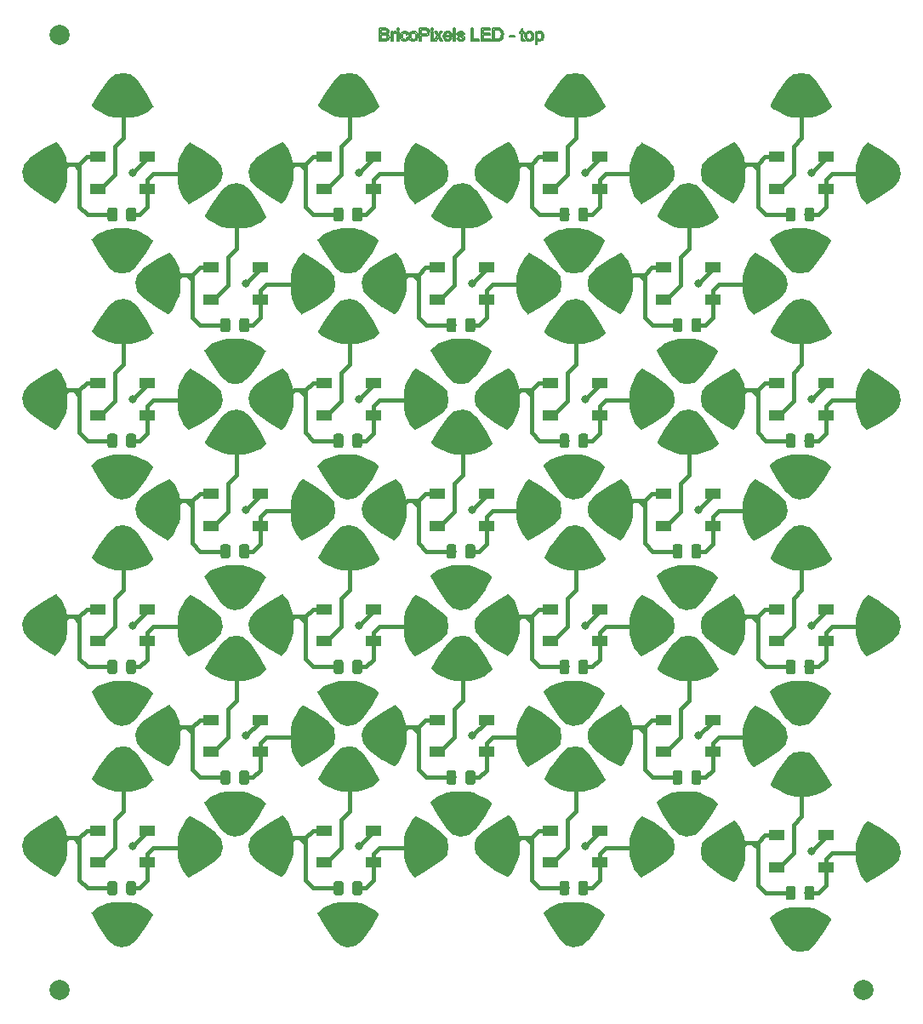
<source format=gtl>
%MOIN*%
%OFA0B0*%
%FSLAX46Y46*%
%IPPOS*%
%LPD*%
%ADD10C,0.07874015748031496*%
%ADD11C,0.0078740157480314977*%
%ADD22R,0.059055118110236227X0.03937007874015748*%
%ADD23C,0.0039370078740157488*%
%ADD24C,0.038385826771653545*%
%ADD25C,0.11811023622047245*%
%ADD26C,0.031496062992125991*%
%ADD27C,0.00984251968503937*%
%ADD28C,0.015748031496062995*%
%ADD29R,0.059055118110236227X0.03937007874015748*%
%ADD30C,0.0039370078740157488*%
%ADD31C,0.038385826771653545*%
%ADD32C,0.11811023622047245*%
%ADD33C,0.031496062992125991*%
%ADD34C,0.00984251968503937*%
%ADD35C,0.015748031496062995*%
%ADD36R,0.059055118110236227X0.03937007874015748*%
%ADD37C,0.0039370078740157488*%
%ADD38C,0.038385826771653545*%
%ADD39C,0.11811023622047245*%
%ADD40C,0.031496062992125991*%
%ADD41C,0.00984251968503937*%
%ADD42C,0.015748031496062995*%
%ADD43R,0.059055118110236227X0.03937007874015748*%
%ADD44C,0.0039370078740157488*%
%ADD45C,0.038385826771653545*%
%ADD46C,0.11811023622047245*%
%ADD47C,0.031496062992125991*%
%ADD48C,0.00984251968503937*%
%ADD49C,0.015748031496062995*%
%ADD50R,0.059055118110236227X0.03937007874015748*%
%ADD51C,0.0039370078740157488*%
%ADD52C,0.038385826771653545*%
%ADD53C,0.11811023622047245*%
%ADD54C,0.031496062992125991*%
%ADD55C,0.00984251968503937*%
%ADD56C,0.015748031496062995*%
%ADD57R,0.059055118110236227X0.03937007874015748*%
%ADD58C,0.0039370078740157488*%
%ADD59C,0.038385826771653545*%
%ADD60C,0.11811023622047245*%
%ADD61C,0.031496062992125991*%
%ADD62C,0.00984251968503937*%
%ADD63C,0.015748031496062995*%
%ADD64R,0.059055118110236227X0.03937007874015748*%
%ADD65C,0.0039370078740157488*%
%ADD66C,0.038385826771653545*%
%ADD67C,0.11811023622047245*%
%ADD68C,0.031496062992125991*%
%ADD69C,0.00984251968503937*%
%ADD70C,0.015748031496062995*%
%ADD71R,0.059055118110236227X0.03937007874015748*%
%ADD72C,0.0039370078740157488*%
%ADD73C,0.038385826771653545*%
%ADD74C,0.11811023622047245*%
%ADD75C,0.031496062992125991*%
%ADD76C,0.00984251968503937*%
%ADD77C,0.015748031496062995*%
%ADD78R,0.059055118110236227X0.03937007874015748*%
%ADD79C,0.0039370078740157488*%
%ADD80C,0.038385826771653545*%
%ADD81C,0.11811023622047245*%
%ADD82C,0.031496062992125991*%
%ADD83C,0.00984251968503937*%
%ADD84C,0.015748031496062995*%
%ADD85R,0.059055118110236227X0.03937007874015748*%
%ADD86C,0.0039370078740157488*%
%ADD87C,0.038385826771653545*%
%ADD88C,0.11811023622047245*%
%ADD89C,0.031496062992125991*%
%ADD90C,0.00984251968503937*%
%ADD91C,0.015748031496062995*%
%ADD92R,0.059055118110236227X0.03937007874015748*%
%ADD93C,0.0039370078740157488*%
%ADD94C,0.038385826771653545*%
%ADD95C,0.11811023622047245*%
%ADD96C,0.031496062992125991*%
%ADD97C,0.00984251968503937*%
%ADD98C,0.015748031496062995*%
%ADD99R,0.059055118110236227X0.03937007874015748*%
%ADD100C,0.0039370078740157488*%
%ADD101C,0.038385826771653545*%
%ADD102C,0.11811023622047245*%
%ADD103C,0.031496062992125991*%
%ADD104C,0.00984251968503937*%
%ADD105C,0.015748031496062995*%
%ADD106R,0.059055118110236227X0.03937007874015748*%
%ADD107C,0.0039370078740157488*%
%ADD108C,0.038385826771653545*%
%ADD109C,0.11811023622047245*%
%ADD110C,0.031496062992125991*%
%ADD111C,0.00984251968503937*%
%ADD112C,0.015748031496062995*%
%ADD113R,0.059055118110236227X0.03937007874015748*%
%ADD114C,0.0039370078740157488*%
%ADD115C,0.038385826771653545*%
%ADD116C,0.11811023622047245*%
%ADD117C,0.031496062992125991*%
%ADD118C,0.00984251968503937*%
%ADD119C,0.015748031496062995*%
%ADD120R,0.059055118110236227X0.03937007874015748*%
%ADD121C,0.0039370078740157488*%
%ADD122C,0.038385826771653545*%
%ADD123C,0.11811023622047245*%
%ADD124C,0.031496062992125991*%
%ADD125C,0.00984251968503937*%
%ADD126C,0.015748031496062995*%
%ADD127R,0.059055118110236227X0.03937007874015748*%
%ADD128C,0.0039370078740157488*%
%ADD129C,0.038385826771653545*%
%ADD130C,0.11811023622047245*%
%ADD131C,0.031496062992125991*%
%ADD132C,0.00984251968503937*%
%ADD133C,0.015748031496062995*%
%ADD134R,0.059055118110236227X0.03937007874015748*%
%ADD135C,0.0039370078740157488*%
%ADD136C,0.038385826771653545*%
%ADD137C,0.11811023622047245*%
%ADD138C,0.031496062992125991*%
%ADD139C,0.00984251968503937*%
%ADD140C,0.015748031496062995*%
%ADD141R,0.059055118110236227X0.03937007874015748*%
%ADD142C,0.0039370078740157488*%
%ADD143C,0.038385826771653545*%
%ADD144C,0.11811023622047245*%
%ADD145C,0.031496062992125991*%
%ADD146C,0.00984251968503937*%
%ADD147C,0.015748031496062995*%
%ADD148R,0.059055118110236227X0.03937007874015748*%
%ADD149C,0.0039370078740157488*%
%ADD150C,0.038385826771653545*%
%ADD151C,0.11811023622047245*%
%ADD152C,0.031496062992125991*%
%ADD153C,0.00984251968503937*%
%ADD154C,0.015748031496062995*%
%ADD155R,0.059055118110236227X0.03937007874015748*%
%ADD156C,0.0039370078740157488*%
%ADD157C,0.038385826771653545*%
%ADD158C,0.11811023622047245*%
%ADD159C,0.031496062992125991*%
%ADD160C,0.00984251968503937*%
%ADD161C,0.015748031496062995*%
%ADD162R,0.059055118110236227X0.03937007874015748*%
%ADD163C,0.0039370078740157488*%
%ADD164C,0.038385826771653545*%
%ADD165C,0.11811023622047245*%
%ADD166C,0.031496062992125991*%
%ADD167C,0.00984251968503937*%
%ADD168C,0.015748031496062995*%
%ADD169R,0.059055118110236227X0.03937007874015748*%
%ADD170C,0.0039370078740157488*%
%ADD171C,0.038385826771653545*%
%ADD172C,0.11811023622047245*%
%ADD173C,0.031496062992125991*%
%ADD174C,0.00984251968503937*%
%ADD175C,0.015748031496062995*%
%ADD176R,0.059055118110236227X0.03937007874015748*%
%ADD177C,0.0039370078740157488*%
%ADD178C,0.038385826771653545*%
%ADD179C,0.11811023622047245*%
%ADD180C,0.031496062992125991*%
%ADD181C,0.00984251968503937*%
%ADD182C,0.015748031496062995*%
%ADD183R,0.059055118110236227X0.03937007874015748*%
%ADD184C,0.0039370078740157488*%
%ADD185C,0.038385826771653545*%
%ADD186C,0.11811023622047245*%
%ADD187C,0.031496062992125991*%
%ADD188C,0.00984251968503937*%
%ADD189C,0.015748031496062995*%
%ADD190R,0.059055118110236227X0.03937007874015748*%
%ADD191C,0.0039370078740157488*%
%ADD192C,0.038385826771653545*%
%ADD193C,0.11811023622047245*%
%ADD194C,0.031496062992125991*%
%ADD195C,0.00984251968503937*%
%ADD196C,0.015748031496062995*%
D10*
X0000000000Y0000000000D02*
X0000393700Y0000098400D03*
X0003543200Y0000098400D03*
X0000393700Y0003838500D03*
D11*
X0001648800Y0003863099D02*
X0001667400Y0003863099D01*
X0001672499Y0003862700D01*
X0001676300Y0003861600D01*
X0001679500Y0003859700D01*
X0001681800Y0003857000D01*
X0001683200Y0003853800D01*
X0001683700Y0003850500D01*
X0001683300Y0003847500D01*
X0001682000Y0003844500D01*
X0001679800Y0003842100D01*
X0001676800Y0003840100D01*
X0001680800Y0003838300D01*
X0001683700Y0003835600D01*
X0001685500Y0003832100D01*
X0001686100Y0003828200D01*
X0001685700Y0003824800D01*
X0001684600Y0003821800D01*
X0001683000Y0003819100D01*
X0001681000Y0003817200D01*
X0001675600Y0003814699D01*
X0001672000Y0003814100D01*
X0001667700Y0003813900D01*
X0001648800Y0003813900D01*
X0001648800Y0003863099D01*
X0001666100Y0003842400D02*
X0001669800Y0003842500D01*
X0001672300Y0003842900D01*
X0001676000Y0003845500D01*
X0001677300Y0003849800D01*
X0001676100Y0003854100D01*
X0001672800Y0003856500D01*
X0001669800Y0003857100D01*
X0001665300Y0003857300D01*
X0001655400Y0003857300D01*
X0001655400Y0003842400D01*
X0001666100Y0003842400D01*
X0001667700Y0003819700D02*
X0001670400Y0003819700D01*
X0001672100Y0003820000D01*
X0001675900Y0003821300D01*
X0001678400Y0003824000D01*
X0001679200Y0003828200D01*
X0001679000Y0003830800D01*
X0001677900Y0003833000D01*
X0001674000Y0003835800D01*
X0001671000Y0003836400D01*
X0001666800Y0003836600D01*
X0001655400Y0003836600D01*
X0001655400Y0003819700D01*
X0001667700Y0003819700D01*
X0001694200Y0003849600D02*
X0001699600Y0003849600D01*
X0001699600Y0003844100D01*
X0001701600Y0003847300D01*
X0001703400Y0003849200D01*
X0001707300Y0003850400D01*
X0001710400Y0003849900D01*
X0001713600Y0003848400D01*
X0001711500Y0003842800D01*
X0001709299Y0003843700D01*
X0001707000Y0003844100D01*
X0001703400Y0003842900D01*
X0001701200Y0003839600D01*
X0001700200Y0003832500D01*
X0001700200Y0003813900D01*
X0001694200Y0003813900D01*
X0001694200Y0003849600D01*
X0001717200Y0003863099D02*
X0001723200Y0003863099D01*
X0001723200Y0003856100D01*
X0001717200Y0003856100D01*
X0001717200Y0003863099D01*
X0001717200Y0003849600D02*
X0001723200Y0003849600D01*
X0001723200Y0003813900D01*
X0001717200Y0003813900D01*
X0001717200Y0003849600D01*
X0001761600Y0003826200D02*
X0001759900Y0003820700D01*
X0001756600Y0003816600D01*
X0001752000Y0003814000D01*
X0001746800Y0003813100D01*
X0001740200Y0003814300D01*
X0001735000Y0003817900D01*
X0001731700Y0003823700D01*
X0001730600Y0003831600D01*
X0001731000Y0003837000D01*
X0001732500Y0003841700D01*
X0001734900Y0003845500D01*
X0001738300Y0003848200D01*
X0001742400Y0003849800D01*
X0001746800Y0003850400D01*
X0001752000Y0003849600D01*
X0001756300Y0003847400D01*
X0001759300Y0003843900D01*
X0001761000Y0003839099D01*
X0001755100Y0003838200D01*
X0001754000Y0003841300D01*
X0001752200Y0003843600D01*
X0001749800Y0003844900D01*
X0001747000Y0003845400D01*
X0001742900Y0003844500D01*
X0001739600Y0003842100D01*
X0001737500Y0003837900D01*
X0001736800Y0003831700D01*
X0001737500Y0003825600D01*
X0001739499Y0003821300D01*
X0001742700Y0003818900D01*
X0001746700Y0003818100D01*
X0001750000Y0003818500D01*
X0001752600Y0003820300D01*
X0001754600Y0003823000D01*
X0001755700Y0003827000D01*
X0001761600Y0003826200D01*
X0001764900Y0003836400D02*
X0001765900Y0003840400D01*
X0001767600Y0003843700D01*
X0001770000Y0003846400D01*
X0001775100Y0003849400D01*
X0001781200Y0003850400D01*
X0001787899Y0003849200D01*
X0001793200Y0003845500D01*
X0001796700Y0003839800D01*
X0001797900Y0003832100D01*
X0001797400Y0003826100D01*
X0001795800Y0003821400D01*
X0001793300Y0003817900D01*
X0001789800Y0003815300D01*
X0001785700Y0003813700D01*
X0001781200Y0003813100D01*
X0001774500Y0003814300D01*
X0001769100Y0003817900D01*
X0001765700Y0003823800D01*
X0001764400Y0003831700D01*
X0001764900Y0003836400D01*
X0001771500Y0003825800D02*
X0001773700Y0003821500D01*
X0001777100Y0003818900D01*
X0001781200Y0003818100D01*
X0001785300Y0003818900D01*
X0001788600Y0003821500D01*
X0001790900Y0003825800D01*
X0001791700Y0003831900D01*
X0001790900Y0003837700D01*
X0001788600Y0003842000D01*
X0001785300Y0003844500D01*
X0001781200Y0003845400D01*
X0001777100Y0003844500D01*
X0001773700Y0003842000D01*
X0001771500Y0003837700D01*
X0001770700Y0003831700D01*
X0001771500Y0003825800D01*
X0001805699Y0003863099D02*
X0001824200Y0003863099D01*
X0001828600Y0003863000D01*
X0001831800Y0003862600D01*
X0001837800Y0003860300D01*
X0001840100Y0003858300D01*
X0001841800Y0003855600D01*
X0001842800Y0003852400D01*
X0001843200Y0003848900D01*
X0001842299Y0003843100D01*
X0001839300Y0003838300D01*
X0001836800Y0003836400D01*
X0001833700Y0003835000D01*
X0001829700Y0003834200D01*
X0001824800Y0003833900D01*
X0001812200Y0003833900D01*
X0001812200Y0003813900D01*
X0001805699Y0003813900D01*
X0001805699Y0003863099D01*
X0001825000Y0003839700D02*
X0001830400Y0003840200D01*
X0001833900Y0003842100D01*
X0001835899Y0003844900D01*
X0001836600Y0003848700D01*
X0001836200Y0003851499D01*
X0001835000Y0003854000D01*
X0001833200Y0003855700D01*
X0001830800Y0003856900D01*
X0001828600Y0003857200D01*
X0001824800Y0003857300D01*
X0001812200Y0003857300D01*
X0001812200Y0003839700D01*
X0001825000Y0003839700D01*
X0001850800Y0003863099D02*
X0001856900Y0003863099D01*
X0001856900Y0003856100D01*
X0001850800Y0003856100D01*
X0001850800Y0003863099D01*
X0001850800Y0003849600D02*
X0001856900Y0003849600D01*
X0001856900Y0003813900D01*
X0001850800Y0003813900D01*
X0001850800Y0003849600D01*
X0001875000Y0003832400D02*
X0001863000Y0003849600D01*
X0001870500Y0003849600D01*
X0001876000Y0003841200D01*
X0001878499Y0003837200D01*
X0001881200Y0003841100D01*
X0001887200Y0003849600D01*
X0001894400Y0003849600D01*
X0001882100Y0003832800D01*
X0001895400Y0003813900D01*
X0001888000Y0003813900D01*
X0001880600Y0003825000D01*
X0001878600Y0003828000D01*
X0001869300Y0003813900D01*
X0001862000Y0003813900D01*
X0001875000Y0003832400D01*
X0001931000Y0003824600D02*
X0001928900Y0003819700D01*
X0001925600Y0003816100D01*
X0001921000Y0003813900D01*
X0001915400Y0003813100D01*
X0001908400Y0003814300D01*
X0001903000Y0003817900D01*
X0001899500Y0003823700D01*
X0001898400Y0003831300D01*
X0001899500Y0003839400D01*
X0001903000Y0003845400D01*
X0001908300Y0003849100D01*
X0001915000Y0003850400D01*
X0001921400Y0003849100D01*
X0001926700Y0003845500D01*
X0001930100Y0003839600D01*
X0001931200Y0003831700D01*
X0001931200Y0003830100D01*
X0001904600Y0003830100D01*
X0001905600Y0003825000D01*
X0001908000Y0003821200D01*
X0001911300Y0003818900D01*
X0001915400Y0003818100D01*
X0001918500Y0003818500D01*
X0001921000Y0003819700D01*
X0001923200Y0003822100D01*
X0001924800Y0003825400D01*
X0001931000Y0003824600D01*
X0001924900Y0003835200D02*
X0001924100Y0003839099D01*
X0001922600Y0003841900D01*
X0001919300Y0003844500D01*
X0001915000Y0003845400D01*
X0001911300Y0003844700D01*
X0001908100Y0003842500D01*
X0001905900Y0003839400D01*
X0001905000Y0003835200D01*
X0001924900Y0003835200D01*
X0001938500Y0003863099D02*
X0001944500Y0003863099D01*
X0001944500Y0003813900D01*
X0001938500Y0003813900D01*
X0001938500Y0003863099D01*
X0001957400Y0003825500D02*
X0001958400Y0003822300D01*
X0001960200Y0003820000D01*
X0001963000Y0003818500D01*
X0001966700Y0003818100D01*
X0001970200Y0003818500D01*
X0001972800Y0003819700D01*
X0001974300Y0003821600D01*
X0001974800Y0003823800D01*
X0001974400Y0003825600D01*
X0001973100Y0003827000D01*
X0001970900Y0003827899D01*
X0001966900Y0003829000D01*
X0001961300Y0003830500D01*
X0001957600Y0003831900D01*
X0001953800Y0003835300D01*
X0001952800Y0003837600D01*
X0001952400Y0003840100D01*
X0001953600Y0003844500D01*
X0001956500Y0003847900D01*
X0001960400Y0003849600D01*
X0001965600Y0003850400D01*
X0001972900Y0003849200D01*
X0001975600Y0003847700D01*
X0001977600Y0003845900D01*
X0001978900Y0003843500D01*
X0001979700Y0003840400D01*
X0001973800Y0003839600D01*
X0001973000Y0003842000D01*
X0001971500Y0003843700D01*
X0001969100Y0003845000D01*
X0001966000Y0003845400D01*
X0001962500Y0003845000D01*
X0001960100Y0003844000D01*
X0001958800Y0003842500D01*
X0001958200Y0003840800D01*
X0001959000Y0003838700D01*
X0001961400Y0003837100D01*
X0001963100Y0003836500D01*
X0001966700Y0003835500D01*
X0001972100Y0003834000D01*
X0001975600Y0003832700D01*
X0001979600Y0003829600D01*
X0001980700Y0003827200D01*
X0001981100Y0003824400D01*
X0001980600Y0003821500D01*
X0001979300Y0003818700D01*
X0001977100Y0003816300D01*
X0001974200Y0003814600D01*
X0001970600Y0003813500D01*
X0001966700Y0003813100D01*
X0001960600Y0003813800D01*
X0001956100Y0003816000D01*
X0001953100Y0003819600D01*
X0001951400Y0003824600D01*
X0001957400Y0003825500D01*
X0002007800Y0003863099D02*
X0002014300Y0003863099D01*
X0002014300Y0003819700D01*
X0002038500Y0003819700D01*
X0002038500Y0003813900D01*
X0002007800Y0003813900D01*
X0002007800Y0003863099D01*
X0002046400Y0003863099D02*
X0002081999Y0003863099D01*
X0002081999Y0003857300D01*
X0002052900Y0003857300D01*
X0002052900Y0003842100D01*
X0002080099Y0003842100D01*
X0002080099Y0003836500D01*
X0002052900Y0003836500D01*
X0002052900Y0003819700D01*
X0002083100Y0003819700D01*
X0002083100Y0003813900D01*
X0002046400Y0003813900D01*
X0002046400Y0003863099D01*
X0002092099Y0003863099D02*
X0002109100Y0003863099D01*
X0002114100Y0003862900D01*
X0002117800Y0003862400D01*
X0002121700Y0003861000D01*
X0002125000Y0003858900D01*
X0002128400Y0003855100D01*
X0002130900Y0003850500D01*
X0002132300Y0003845000D01*
X0002132800Y0003838800D01*
X0002132500Y0003833500D01*
X0002131500Y0003828900D01*
X0002130000Y0003824900D01*
X0002128100Y0003821700D01*
X0002123600Y0003817200D01*
X0002117800Y0003814800D01*
X0002109900Y0003813900D01*
X0002092099Y0003813900D01*
X0002092099Y0003863099D01*
X0002109100Y0003819700D02*
X0002113500Y0003820000D01*
X0002116800Y0003820600D01*
X0002121200Y0003823200D01*
X0002123200Y0003825900D01*
X0002124800Y0003829400D01*
X0002125700Y0003833700D01*
X0002126100Y0003838900D01*
X0002125400Y0003845700D01*
X0002123500Y0003850700D01*
X0002120600Y0003854100D01*
X0002117400Y0003856300D01*
X0002114000Y0003857100D01*
X0002109000Y0003857300D01*
X0002098500Y0003857300D01*
X0002098500Y0003819700D01*
X0002109100Y0003819700D01*
X0002157700Y0003834800D02*
X0002176300Y0003834800D01*
X0002176300Y0003828700D01*
X0002157700Y0003828700D01*
X0002157700Y0003834800D01*
X0002216100Y0003814000D02*
X0002211500Y0003813500D01*
X0002208600Y0003813700D01*
X0002206400Y0003814500D01*
X0002203900Y0003817200D01*
X0002203300Y0003819900D01*
X0002203100Y0003824400D01*
X0002203100Y0003844900D01*
X0002198700Y0003844900D01*
X0002198700Y0003849600D01*
X0002203100Y0003849600D01*
X0002203100Y0003858400D01*
X0002209100Y0003862000D01*
X0002209100Y0003849600D01*
X0002215200Y0003849600D01*
X0002215200Y0003844900D01*
X0002209100Y0003844900D01*
X0002209100Y0003824000D01*
X0002209200Y0003821900D01*
X0002209400Y0003820700D01*
X0002210500Y0003819500D01*
X0002212600Y0003819100D01*
X0002215200Y0003819300D01*
X0002216100Y0003814000D01*
X0002219200Y0003836400D02*
X0002220200Y0003840400D01*
X0002222000Y0003843700D01*
X0002224400Y0003846400D01*
X0002229400Y0003849400D01*
X0002235500Y0003850400D01*
X0002242200Y0003849200D01*
X0002247600Y0003845500D01*
X0002251100Y0003839800D01*
X0002252200Y0003832100D01*
X0002251700Y0003826100D01*
X0002250200Y0003821400D01*
X0002247600Y0003817900D01*
X0002244200Y0003815300D01*
X0002240000Y0003813700D01*
X0002235500Y0003813100D01*
X0002228800Y0003814300D01*
X0002223500Y0003817900D01*
X0002220000Y0003823800D01*
X0002218900Y0003831700D01*
X0002219200Y0003836400D01*
X0002225800Y0003825800D02*
X0002228100Y0003821500D01*
X0002231400Y0003818900D01*
X0002235500Y0003818100D01*
X0002239700Y0003818900D01*
X0002243000Y0003821500D01*
X0002245300Y0003825800D01*
X0002246000Y0003831900D01*
X0002245300Y0003837700D01*
X0002243000Y0003842000D01*
X0002239700Y0003844500D01*
X0002235500Y0003845400D01*
X0002231400Y0003844500D01*
X0002228100Y0003842000D01*
X0002225800Y0003837700D01*
X0002225100Y0003831700D01*
X0002225800Y0003825800D01*
X0002259300Y0003849600D02*
X0002264800Y0003849600D01*
X0002264800Y0003844900D01*
X0002266900Y0003847300D01*
X0002269200Y0003849000D01*
X0002271900Y0003850000D01*
X0002275200Y0003850400D01*
X0002279400Y0003849800D01*
X0002283200Y0003848000D01*
X0002286300Y0003845200D01*
X0002288500Y0003841400D01*
X0002289800Y0003836900D01*
X0002290200Y0003832000D01*
X0002289800Y0003826800D01*
X0002288300Y0003822200D01*
X0002285900Y0003818300D01*
X0002282600Y0003815499D01*
X0002278700Y0003813700D01*
X0002274700Y0003813100D01*
X0002269300Y0003814400D01*
X0002265400Y0003817600D01*
X0002265400Y0003800300D01*
X0002259300Y0003800300D01*
X0002259300Y0003849600D01*
X0002265500Y0003825600D02*
X0002267600Y0003821400D01*
X0002270600Y0003818900D01*
X0002274300Y0003818100D01*
X0002278000Y0003818900D01*
X0002281200Y0003821500D01*
X0002283400Y0003825800D01*
X0002284100Y0003832000D01*
X0002283400Y0003838000D01*
X0002281300Y0003842100D01*
X0002278200Y0003844800D01*
X0002274600Y0003845600D01*
X0002270900Y0003844700D01*
X0002267700Y0003842000D01*
X0002265500Y0003837600D01*
X0002264800Y0003831500D01*
X0002265500Y0003825600D01*
G04 next file*
G04 #@! TF.GenerationSoftware,KiCad,Pcbnew,(5.0.1)-4*
G04 #@! TF.CreationDate,2020-02-20T17:45:55+01:00*
G04 #@! TF.ProjectId,bricopixels,627269636F706978656C732E6B696361,1*
G04 #@! TF.SameCoordinates,Original*
G04 #@! TF.FileFunction,Copper,L1,Top,Signal*
G04 #@! TF.FilePolarity,Positive*
G04 Gerber Fmt 4.6, Leading zero omitted, Abs format (unit mm)*
G04 Created by KiCad (PCBNEW (5.0.1)-4) date 20/02/2020 17:45:55*
G01*
G04 APERTURE LIST*
G04 #@! TA.AperFunction,SMDPad,CuDef*
G04 #@! TD*
G04 #@! TA.AperFunction,Conductor*
G04 #@! TD*
G04 #@! TA.AperFunction,SMDPad,CuDef*
G04 #@! TD*
G04 #@! TA.AperFunction,ComponentPad*
G04 #@! TD*
G04 #@! TA.AperFunction,ViaPad*
G04 #@! TD*
G04 #@! TA.AperFunction,Conductor*
G04 #@! TD*
G04 #@! TA.AperFunction,Conductor*
G04 #@! TD*
G04 APERTURE END LIST*
D22*
G04 #@! TO.P,D1,3*
G04 #@! TO.N,GND*
X-0002185039Y0004586614D02*
X0000738417Y0003233622D03*
G04 #@! TO.P,D1,4*
G04 #@! TO.N,Net-(D1-Pad4)*
X0000738417Y0003359606D03*
G04 #@! TO.P,D1,2*
G04 #@! TO.N,Net-(D1-Pad2)*
X0000545503Y0003233622D03*
G04 #@! TO.P,D1,1*
G04 #@! TO.N,VCC*
X0000545503Y0003359606D03*
G04 #@! TD*
D23*
G04 #@! TO.N,VCC*
G04 #@! TO.C,C1*
G36*
X0000611678Y0003161127D02*
X0000612610Y0003160988D01*
X0000613523Y0003160760D01*
X0000614410Y0003160442D01*
X0000615261Y0003160040D01*
X0000616069Y0003159555D01*
X0000616826Y0003158994D01*
X0000617523Y0003158362D01*
X0000618156Y0003157664D01*
X0000618717Y0003156908D01*
X0000619201Y0003156100D01*
X0000619604Y0003155249D01*
X0000619921Y0003154362D01*
X0000620150Y0003153448D01*
X0000620288Y0003152517D01*
X0000620334Y0003151576D01*
X0000620334Y0003115651D01*
X0000620288Y0003114710D01*
X0000620150Y0003113779D01*
X0000619921Y0003112865D01*
X0000619604Y0003111979D01*
X0000619201Y0003111127D01*
X0000618717Y0003110320D01*
X0000618156Y0003109563D01*
X0000617523Y0003108865D01*
X0000616826Y0003108233D01*
X0000616069Y0003107672D01*
X0000615261Y0003107188D01*
X0000614410Y0003106785D01*
X0000613523Y0003106468D01*
X0000612610Y0003106239D01*
X0000611678Y0003106101D01*
X0000610738Y0003106055D01*
X0000591545Y0003106055D01*
X0000590604Y0003106101D01*
X0000589673Y0003106239D01*
X0000588759Y0003106468D01*
X0000587872Y0003106785D01*
X0000587021Y0003107188D01*
X0000586213Y0003107672D01*
X0000585457Y0003108233D01*
X0000584759Y0003108865D01*
X0000584127Y0003109563D01*
X0000583566Y0003110320D01*
X0000583081Y0003111127D01*
X0000582679Y0003111979D01*
X0000582362Y0003112865D01*
X0000582133Y0003113779D01*
X0000581995Y0003114710D01*
X0000581948Y0003115651D01*
X0000581948Y0003151576D01*
X0000581995Y0003152517D01*
X0000582133Y0003153448D01*
X0000582362Y0003154362D01*
X0000582679Y0003155249D01*
X0000583081Y0003156100D01*
X0000583566Y0003156908D01*
X0000584127Y0003157664D01*
X0000584759Y0003158362D01*
X0000585457Y0003158994D01*
X0000586213Y0003159555D01*
X0000587021Y0003160040D01*
X0000587872Y0003160442D01*
X0000588759Y0003160760D01*
X0000589673Y0003160988D01*
X0000590604Y0003161127D01*
X0000591545Y0003161173D01*
X0000610738Y0003161173D01*
X0000611678Y0003161127D01*
X0000611678Y0003161127D01*
G37*
D24*
G04 #@! TD*
G04 #@! TO.P,C1,1*
G04 #@! TO.N,VCC*
X0000601141Y0003133614D03*
D23*
G04 #@! TO.N,GND*
G04 #@! TO.C,C1*
G36*
X0000685497Y0003161127D02*
X0000686429Y0003160988D01*
X0000687342Y0003160760D01*
X0000688229Y0003160442D01*
X0000689080Y0003160040D01*
X0000689888Y0003159555D01*
X0000690645Y0003158994D01*
X0000691342Y0003158362D01*
X0000691975Y0003157664D01*
X0000692536Y0003156908D01*
X0000693020Y0003156100D01*
X0000693423Y0003155249D01*
X0000693740Y0003154362D01*
X0000693969Y0003153448D01*
X0000694107Y0003152517D01*
X0000694153Y0003151576D01*
X0000694153Y0003115651D01*
X0000694107Y0003114710D01*
X0000693969Y0003113779D01*
X0000693740Y0003112865D01*
X0000693423Y0003111979D01*
X0000693020Y0003111127D01*
X0000692536Y0003110320D01*
X0000691975Y0003109563D01*
X0000691342Y0003108865D01*
X0000690645Y0003108233D01*
X0000689888Y0003107672D01*
X0000689080Y0003107188D01*
X0000688229Y0003106785D01*
X0000687342Y0003106468D01*
X0000686429Y0003106239D01*
X0000685497Y0003106101D01*
X0000684557Y0003106055D01*
X0000665364Y0003106055D01*
X0000664423Y0003106101D01*
X0000663492Y0003106239D01*
X0000662578Y0003106468D01*
X0000661691Y0003106785D01*
X0000660840Y0003107188D01*
X0000660032Y0003107672D01*
X0000659276Y0003108233D01*
X0000658578Y0003108865D01*
X0000657945Y0003109563D01*
X0000657385Y0003110320D01*
X0000656900Y0003111127D01*
X0000656498Y0003111979D01*
X0000656180Y0003112865D01*
X0000655952Y0003113779D01*
X0000655813Y0003114710D01*
X0000655767Y0003115651D01*
X0000655767Y0003151576D01*
X0000655813Y0003152517D01*
X0000655952Y0003153448D01*
X0000656180Y0003154362D01*
X0000656498Y0003155249D01*
X0000656900Y0003156100D01*
X0000657385Y0003156908D01*
X0000657945Y0003157664D01*
X0000658578Y0003158362D01*
X0000659276Y0003158994D01*
X0000660032Y0003159555D01*
X0000660840Y0003160040D01*
X0000661691Y0003160442D01*
X0000662578Y0003160760D01*
X0000663492Y0003160988D01*
X0000664423Y0003161127D01*
X0000665364Y0003161173D01*
X0000684557Y0003161173D01*
X0000685497Y0003161127D01*
X0000685497Y0003161127D01*
G37*
D24*
G04 #@! TD*
G04 #@! TO.P,C1,2*
G04 #@! TO.N,GND*
X0000674960Y0003133614D03*
D25*
G04 #@! TO.P,J1,1*
G04 #@! TO.N,VCC*
X0000336960Y0003299614D03*
D23*
G04 #@! TD*
G04 #@! TO.N,VCC*
G04 #@! TO.C,J1*
G36*
X0000249065Y0003300193D02*
X0000254065Y0003325193D01*
X0000254233Y0003325747D01*
X0000254654Y0003326458D01*
X0000274654Y0003351458D01*
X0000275059Y0003351873D01*
X0000275322Y0003352071D01*
X0000335322Y0003392071D01*
X0000335526Y0003392195D01*
X0000380526Y0003417195D01*
X0000381057Y0003417425D01*
X0000381623Y0003417547D01*
X0000382202Y0003417557D01*
X0000382771Y0003417453D01*
X0000383310Y0003417240D01*
X0000383796Y0003416926D01*
X0000384266Y0003416458D01*
X0000404266Y0003391458D01*
X0000404674Y0003390777D01*
X0000419674Y0003355777D01*
X0000419856Y0003355193D01*
X0000424856Y0003330193D01*
X0000424913Y0003329614D01*
X0000424913Y0003269614D01*
X0000424856Y0003269035D01*
X0000419856Y0003244035D01*
X0000419601Y0003243293D01*
X0000394601Y0003193293D01*
X0000394293Y0003192803D01*
X0000394048Y0003192526D01*
X0000379048Y0003177526D01*
X0000378601Y0003177159D01*
X0000378090Y0003176886D01*
X0000377536Y0003176718D01*
X0000376960Y0003176661D01*
X0000376384Y0003176718D01*
X0000375830Y0003176886D01*
X0000375526Y0003177032D01*
X0000330526Y0003202032D01*
X0000330223Y0003202226D01*
X0000275223Y0003242226D01*
X0000274654Y0003242769D01*
X0000254654Y0003267769D01*
X0000254339Y0003268254D01*
X0000254124Y0003268792D01*
X0000254048Y0003269128D01*
X0000249048Y0003299128D01*
X0000249009Y0003299706D01*
X0000249065Y0003300193D01*
X0000249065Y0003300193D01*
G37*
D25*
G04 #@! TO.P,J2,1*
G04 #@! TO.N,Net-(D1-Pad2)*
X0000644960Y0003600614D03*
D23*
G04 #@! TD*
G04 #@! TO.N,Net-(D1-Pad2)*
G04 #@! TO.C,J2*
G36*
X0000645539Y0003688509D02*
X0000670539Y0003683509D01*
X0000671093Y0003683340D01*
X0000671805Y0003682919D01*
X0000696805Y0003662919D01*
X0000697219Y0003662515D01*
X0000697417Y0003662252D01*
X0000737417Y0003602252D01*
X0000737541Y0003602048D01*
X0000762541Y0003557048D01*
X0000762771Y0003556517D01*
X0000762894Y0003555951D01*
X0000762903Y0003555372D01*
X0000762799Y0003554802D01*
X0000762586Y0003554264D01*
X0000762273Y0003553778D01*
X0000761805Y0003553308D01*
X0000736805Y0003533308D01*
X0000736123Y0003532900D01*
X0000701123Y0003517900D01*
X0000700539Y0003517718D01*
X0000675539Y0003512718D01*
X0000674960Y0003512661D01*
X0000614960Y0003512661D01*
X0000614381Y0003512718D01*
X0000589381Y0003517718D01*
X0000588640Y0003517973D01*
X0000538640Y0003542973D01*
X0000538150Y0003543281D01*
X0000537872Y0003543526D01*
X0000522872Y0003558526D01*
X0000522505Y0003558973D01*
X0000522232Y0003559484D01*
X0000522064Y0003560038D01*
X0000522007Y0003560614D01*
X0000522064Y0003561190D01*
X0000522232Y0003561744D01*
X0000522379Y0003562048D01*
X0000547379Y0003607048D01*
X0000547572Y0003607350D01*
X0000587572Y0003662350D01*
X0000588116Y0003662919D01*
X0000613116Y0003682919D01*
X0000613601Y0003683235D01*
X0000614138Y0003683450D01*
X0000614475Y0003683526D01*
X0000644475Y0003688526D01*
X0000645052Y0003688565D01*
X0000645539Y0003688509D01*
X0000645539Y0003688509D01*
G37*
D25*
G04 #@! TO.P,J3,1*
G04 #@! TO.N,GND*
X0000944960Y0003292614D03*
D23*
G04 #@! TD*
G04 #@! TO.N,GND*
G04 #@! TO.C,J3*
G36*
X0001032856Y0003292035D02*
X0001027856Y0003267035D01*
X0001027687Y0003266481D01*
X0001027266Y0003265769D01*
X0001007266Y0003240769D01*
X0001006862Y0003240355D01*
X0001006598Y0003240157D01*
X0000946598Y0003200157D01*
X0000946394Y0003200032D01*
X0000901394Y0003175032D01*
X0000900863Y0003174802D01*
X0000900297Y0003174680D01*
X0000899718Y0003174671D01*
X0000899149Y0003174775D01*
X0000898611Y0003174987D01*
X0000898124Y0003175301D01*
X0000897654Y0003175769D01*
X0000877654Y0003200769D01*
X0000877246Y0003201451D01*
X0000862246Y0003236451D01*
X0000862065Y0003237035D01*
X0000857065Y0003262035D01*
X0000857007Y0003262614D01*
X0000857007Y0003322614D01*
X0000857065Y0003323193D01*
X0000862065Y0003348193D01*
X0000862319Y0003348934D01*
X0000887319Y0003398934D01*
X0000887627Y0003399424D01*
X0000887872Y0003399702D01*
X0000902872Y0003414702D01*
X0000903320Y0003415069D01*
X0000903830Y0003415342D01*
X0000904384Y0003415510D01*
X0000904960Y0003415566D01*
X0000905536Y0003415510D01*
X0000906090Y0003415342D01*
X0000906394Y0003415195D01*
X0000951394Y0003390195D01*
X0000951697Y0003390002D01*
X0001006697Y0003350002D01*
X0001007266Y0003349458D01*
X0001027266Y0003324458D01*
X0001027581Y0003323973D01*
X0001027796Y0003323435D01*
X0001027873Y0003323099D01*
X0001032873Y0003293099D01*
X0001032911Y0003292522D01*
X0001032856Y0003292035D01*
X0001032856Y0003292035D01*
G37*
D25*
G04 #@! TO.P,J4,1*
G04 #@! TO.N,Net-(D1-Pad4)*
X0000636960Y0002990614D03*
D23*
G04 #@! TD*
G04 #@! TO.N,Net-(D1-Pad4)*
G04 #@! TO.C,J4*
G36*
X0000636381Y0002902718D02*
X0000611381Y0002907718D01*
X0000610827Y0002907887D01*
X0000610116Y0002908308D01*
X0000585116Y0002928308D01*
X0000584701Y0002928712D01*
X0000584503Y0002928976D01*
X0000544503Y0002988976D01*
X0000544379Y0002989180D01*
X0000519379Y0003034180D01*
X0000519149Y0003034711D01*
X0000519027Y0003035277D01*
X0000519017Y0003035855D01*
X0000519121Y0003036425D01*
X0000519334Y0003036963D01*
X0000519648Y0003037450D01*
X0000520116Y0003037919D01*
X0000545116Y0003057919D01*
X0000545797Y0003058328D01*
X0000580797Y0003073328D01*
X0000581381Y0003073509D01*
X0000606381Y0003078509D01*
X0000606960Y0003078566D01*
X0000666960Y0003078566D01*
X0000667539Y0003078509D01*
X0000692539Y0003073509D01*
X0000693281Y0003073255D01*
X0000743281Y0003048255D01*
X0000743771Y0003047946D01*
X0000744048Y0003047702D01*
X0000759048Y0003032702D01*
X0000759415Y0003032254D01*
X0000759688Y0003031744D01*
X0000759856Y0003031190D01*
X0000759913Y0003030614D01*
X0000759856Y0003030038D01*
X0000759688Y0003029484D01*
X0000759541Y0003029180D01*
X0000734541Y0002984180D01*
X0000734348Y0002983877D01*
X0000694348Y0002928877D01*
X0000693805Y0002928308D01*
X0000668805Y0002908308D01*
X0000668319Y0002907992D01*
X0000667782Y0002907778D01*
X0000667446Y0002907701D01*
X0000637446Y0002902701D01*
X0000636868Y0002902662D01*
X0000636381Y0002902718D01*
X0000636381Y0002902718D01*
G37*
D26*
G04 #@! TO.N,Net-(D1-Pad4)*
X0000681960Y0003296614D03*
G04 #@! TD*
D27*
G04 #@! TO.N,VCC*
X0000555346Y0003359606D02*
X0000545503Y0003359606D01*
X0000396952Y0003359606D02*
X0000336960Y0003299614D01*
D28*
X0000471960Y0003164614D02*
X0000502960Y0003133614D01*
X0000545503Y0003359606D02*
X0000500228Y0003359606D01*
X0000502960Y0003133614D02*
X0000601141Y0003133614D01*
X0000500228Y0003359606D02*
X0000471960Y0003331338D01*
X0000395960Y0003299614D02*
X0000336960Y0003299614D01*
X0000427685Y0003331338D02*
X0000395960Y0003299614D01*
X0000452960Y0003328614D02*
X0000471960Y0003309614D01*
X0000452960Y0003331338D02*
X0000452960Y0003328614D01*
X0000471960Y0003309614D02*
X0000471960Y0003164614D01*
X0000452960Y0003331338D02*
X0000427685Y0003331338D01*
X0000471960Y0003331338D02*
X0000471960Y0003309614D01*
X0000471960Y0003331338D02*
X0000452960Y0003331338D01*
D27*
G04 #@! TO.N,GND*
X0000737964Y0003233169D02*
X0000738417Y0003233622D01*
D28*
X0000738417Y0003269055D02*
X0000738417Y0003233622D01*
X0000761976Y0003292614D02*
X0000738417Y0003269055D01*
X0000944960Y0003292614D02*
X0000761976Y0003292614D01*
X0000674960Y0003133614D02*
X0000708960Y0003133614D01*
X0000738417Y0003163070D02*
X0000738417Y0003233622D01*
X0000708960Y0003133614D02*
X0000738417Y0003163070D01*
G04 #@! TO.N,Net-(D1-Pad4)*
X0000738417Y0003359606D02*
X0000738417Y0003353070D01*
X0000738417Y0003353070D02*
X0000681960Y0003296614D01*
G04 #@! TO.N,Net-(D1-Pad2)*
X0000555346Y0003233622D02*
X0000611960Y0003290236D01*
X0000545503Y0003233622D02*
X0000555346Y0003233622D01*
X0000611960Y0003290236D02*
X0000611960Y0003400614D01*
X0000644960Y0003433614D02*
X0000644960Y0003600614D01*
X0000611960Y0003400614D02*
X0000644960Y0003433614D01*
G04 #@! TD*
G04 next file*
G04 #@! TF.GenerationSoftware,KiCad,Pcbnew,(5.0.1)-4*
G04 #@! TF.CreationDate,2020-02-20T17:45:55+01:00*
G04 #@! TF.ProjectId,bricopixels,627269636F706978656C732E6B696361,1*
G04 #@! TF.SameCoordinates,Original*
G04 #@! TF.FileFunction,Copper,L1,Top,Signal*
G04 #@! TF.FilePolarity,Positive*
G04 Gerber Fmt 4.6, Leading zero omitted, Abs format (unit mm)*
G04 Created by KiCad (PCBNEW (5.0.1)-4) date 20/02/2020 17:45:55*
G01*
G04 APERTURE LIST*
G04 #@! TA.AperFunction,SMDPad,CuDef*
G04 #@! TD*
G04 #@! TA.AperFunction,Conductor*
G04 #@! TD*
G04 #@! TA.AperFunction,SMDPad,CuDef*
G04 #@! TD*
G04 #@! TA.AperFunction,ComponentPad*
G04 #@! TD*
G04 #@! TA.AperFunction,ViaPad*
G04 #@! TD*
G04 #@! TA.AperFunction,Conductor*
G04 #@! TD*
G04 #@! TA.AperFunction,Conductor*
G04 #@! TD*
G04 APERTURE END LIST*
D29*
G04 #@! TO.P,D1,3*
G04 #@! TO.N,GND*
X-0002185039Y0001948818D02*
X0000738417Y0000595826D03*
G04 #@! TO.P,D1,4*
G04 #@! TO.N,Net-(D1-Pad4)*
X0000738417Y0000721811D03*
G04 #@! TO.P,D1,2*
G04 #@! TO.N,Net-(D1-Pad2)*
X0000545503Y0000595826D03*
G04 #@! TO.P,D1,1*
G04 #@! TO.N,VCC*
X0000545503Y0000721811D03*
G04 #@! TD*
D30*
G04 #@! TO.N,VCC*
G04 #@! TO.C,C1*
G36*
X0000611678Y0000523331D02*
X0000612610Y0000523193D01*
X0000613523Y0000522964D01*
X0000614410Y0000522647D01*
X0000615261Y0000522244D01*
X0000616069Y0000521760D01*
X0000616826Y0000521199D01*
X0000617523Y0000520567D01*
X0000618156Y0000519869D01*
X0000618717Y0000519112D01*
X0000619201Y0000518305D01*
X0000619604Y0000517453D01*
X0000619921Y0000516567D01*
X0000620150Y0000515653D01*
X0000620288Y0000514722D01*
X0000620334Y0000513781D01*
X0000620334Y0000477856D01*
X0000620288Y0000476915D01*
X0000620150Y0000475984D01*
X0000619921Y0000475070D01*
X0000619604Y0000474183D01*
X0000619201Y0000473332D01*
X0000618717Y0000472524D01*
X0000618156Y0000471768D01*
X0000617523Y0000471070D01*
X0000616826Y0000470438D01*
X0000616069Y0000469877D01*
X0000615261Y0000469392D01*
X0000614410Y0000468990D01*
X0000613523Y0000468673D01*
X0000612610Y0000468444D01*
X0000611678Y0000468306D01*
X0000610738Y0000468259D01*
X0000591545Y0000468259D01*
X0000590604Y0000468306D01*
X0000589673Y0000468444D01*
X0000588759Y0000468673D01*
X0000587872Y0000468990D01*
X0000587021Y0000469392D01*
X0000586213Y0000469877D01*
X0000585457Y0000470438D01*
X0000584759Y0000471070D01*
X0000584127Y0000471768D01*
X0000583566Y0000472524D01*
X0000583081Y0000473332D01*
X0000582679Y0000474183D01*
X0000582362Y0000475070D01*
X0000582133Y0000475984D01*
X0000581995Y0000476915D01*
X0000581948Y0000477856D01*
X0000581948Y0000513781D01*
X0000581995Y0000514722D01*
X0000582133Y0000515653D01*
X0000582362Y0000516567D01*
X0000582679Y0000517453D01*
X0000583081Y0000518305D01*
X0000583566Y0000519112D01*
X0000584127Y0000519869D01*
X0000584759Y0000520567D01*
X0000585457Y0000521199D01*
X0000586213Y0000521760D01*
X0000587021Y0000522244D01*
X0000587872Y0000522647D01*
X0000588759Y0000522964D01*
X0000589673Y0000523193D01*
X0000590604Y0000523331D01*
X0000591545Y0000523377D01*
X0000610738Y0000523377D01*
X0000611678Y0000523331D01*
X0000611678Y0000523331D01*
G37*
D31*
G04 #@! TD*
G04 #@! TO.P,C1,1*
G04 #@! TO.N,VCC*
X0000601141Y0000495818D03*
D30*
G04 #@! TO.N,GND*
G04 #@! TO.C,C1*
G36*
X0000685497Y0000523331D02*
X0000686429Y0000523193D01*
X0000687342Y0000522964D01*
X0000688229Y0000522647D01*
X0000689080Y0000522244D01*
X0000689888Y0000521760D01*
X0000690645Y0000521199D01*
X0000691342Y0000520567D01*
X0000691975Y0000519869D01*
X0000692536Y0000519112D01*
X0000693020Y0000518305D01*
X0000693423Y0000517453D01*
X0000693740Y0000516567D01*
X0000693969Y0000515653D01*
X0000694107Y0000514722D01*
X0000694153Y0000513781D01*
X0000694153Y0000477856D01*
X0000694107Y0000476915D01*
X0000693969Y0000475984D01*
X0000693740Y0000475070D01*
X0000693423Y0000474183D01*
X0000693020Y0000473332D01*
X0000692536Y0000472524D01*
X0000691975Y0000471768D01*
X0000691342Y0000471070D01*
X0000690645Y0000470438D01*
X0000689888Y0000469877D01*
X0000689080Y0000469392D01*
X0000688229Y0000468990D01*
X0000687342Y0000468673D01*
X0000686429Y0000468444D01*
X0000685497Y0000468306D01*
X0000684557Y0000468259D01*
X0000665364Y0000468259D01*
X0000664423Y0000468306D01*
X0000663492Y0000468444D01*
X0000662578Y0000468673D01*
X0000661691Y0000468990D01*
X0000660840Y0000469392D01*
X0000660032Y0000469877D01*
X0000659276Y0000470438D01*
X0000658578Y0000471070D01*
X0000657945Y0000471768D01*
X0000657385Y0000472524D01*
X0000656900Y0000473332D01*
X0000656498Y0000474183D01*
X0000656180Y0000475070D01*
X0000655952Y0000475984D01*
X0000655813Y0000476915D01*
X0000655767Y0000477856D01*
X0000655767Y0000513781D01*
X0000655813Y0000514722D01*
X0000655952Y0000515653D01*
X0000656180Y0000516567D01*
X0000656498Y0000517453D01*
X0000656900Y0000518305D01*
X0000657385Y0000519112D01*
X0000657945Y0000519869D01*
X0000658578Y0000520567D01*
X0000659276Y0000521199D01*
X0000660032Y0000521760D01*
X0000660840Y0000522244D01*
X0000661691Y0000522647D01*
X0000662578Y0000522964D01*
X0000663492Y0000523193D01*
X0000664423Y0000523331D01*
X0000665364Y0000523377D01*
X0000684557Y0000523377D01*
X0000685497Y0000523331D01*
X0000685497Y0000523331D01*
G37*
D31*
G04 #@! TD*
G04 #@! TO.P,C1,2*
G04 #@! TO.N,GND*
X0000674960Y0000495818D03*
D32*
G04 #@! TO.P,J1,1*
G04 #@! TO.N,VCC*
X0000336960Y0000661818D03*
D30*
G04 #@! TD*
G04 #@! TO.N,VCC*
G04 #@! TO.C,J1*
G36*
X0000249065Y0000662397D02*
X0000254065Y0000687397D01*
X0000254233Y0000687951D01*
X0000254654Y0000688663D01*
X0000274654Y0000713663D01*
X0000275059Y0000714077D01*
X0000275322Y0000714275D01*
X0000335322Y0000754275D01*
X0000335526Y0000754400D01*
X0000380526Y0000779400D01*
X0000381057Y0000779630D01*
X0000381623Y0000779752D01*
X0000382202Y0000779761D01*
X0000382771Y0000779658D01*
X0000383310Y0000779445D01*
X0000383796Y0000779131D01*
X0000384266Y0000778663D01*
X0000404266Y0000753663D01*
X0000404674Y0000752982D01*
X0000419674Y0000717982D01*
X0000419856Y0000717397D01*
X0000424856Y0000692397D01*
X0000424913Y0000691818D01*
X0000424913Y0000631818D01*
X0000424856Y0000631239D01*
X0000419856Y0000606239D01*
X0000419601Y0000605498D01*
X0000394601Y0000555498D01*
X0000394293Y0000555008D01*
X0000394048Y0000554730D01*
X0000379048Y0000539730D01*
X0000378601Y0000539363D01*
X0000378090Y0000539090D01*
X0000377536Y0000538922D01*
X0000376960Y0000538866D01*
X0000376384Y0000538922D01*
X0000375830Y0000539090D01*
X0000375526Y0000539237D01*
X0000330526Y0000564237D01*
X0000330223Y0000564430D01*
X0000275223Y0000604430D01*
X0000274654Y0000604974D01*
X0000254654Y0000629974D01*
X0000254339Y0000630459D01*
X0000254124Y0000630997D01*
X0000254048Y0000631333D01*
X0000249048Y0000661333D01*
X0000249009Y0000661911D01*
X0000249065Y0000662397D01*
X0000249065Y0000662397D01*
G37*
D32*
G04 #@! TO.P,J2,1*
G04 #@! TO.N,Net-(D1-Pad2)*
X0000644960Y0000962818D03*
D30*
G04 #@! TD*
G04 #@! TO.N,Net-(D1-Pad2)*
G04 #@! TO.C,J2*
G36*
X0000645539Y0001050714D02*
X0000670539Y0001045714D01*
X0000671093Y0001045545D01*
X0000671805Y0001045124D01*
X0000696805Y0001025124D01*
X0000697219Y0001024720D01*
X0000697417Y0001024456D01*
X0000737417Y0000964456D01*
X0000737541Y0000964252D01*
X0000762541Y0000919252D01*
X0000762771Y0000918721D01*
X0000762894Y0000918155D01*
X0000762903Y0000917577D01*
X0000762799Y0000917007D01*
X0000762586Y0000916469D01*
X0000762273Y0000915982D01*
X0000761805Y0000915513D01*
X0000736805Y0000895513D01*
X0000736123Y0000895104D01*
X0000701123Y0000880104D01*
X0000700539Y0000879923D01*
X0000675539Y0000874923D01*
X0000674960Y0000874866D01*
X0000614960Y0000874866D01*
X0000614381Y0000874923D01*
X0000589381Y0000879923D01*
X0000588640Y0000880177D01*
X0000538640Y0000905177D01*
X0000538150Y0000905486D01*
X0000537872Y0000905730D01*
X0000522872Y0000920730D01*
X0000522505Y0000921178D01*
X0000522232Y0000921688D01*
X0000522064Y0000922242D01*
X0000522007Y0000922818D01*
X0000522064Y0000923394D01*
X0000522232Y0000923948D01*
X0000522379Y0000924252D01*
X0000547379Y0000969252D01*
X0000547572Y0000969555D01*
X0000587572Y0001024555D01*
X0000588116Y0001025124D01*
X0000613116Y0001045124D01*
X0000613601Y0001045440D01*
X0000614138Y0001045655D01*
X0000614475Y0001045731D01*
X0000644475Y0001050731D01*
X0000645052Y0001050770D01*
X0000645539Y0001050714D01*
X0000645539Y0001050714D01*
G37*
D32*
G04 #@! TO.P,J3,1*
G04 #@! TO.N,GND*
X0000944960Y0000654818D03*
D30*
G04 #@! TD*
G04 #@! TO.N,GND*
G04 #@! TO.C,J3*
G36*
X0001032856Y0000654239D02*
X0001027856Y0000629239D01*
X0001027687Y0000628686D01*
X0001027266Y0000627974D01*
X0001007266Y0000602974D01*
X0001006862Y0000602559D01*
X0001006598Y0000602362D01*
X0000946598Y0000562362D01*
X0000946394Y0000562237D01*
X0000901394Y0000537237D01*
X0000900863Y0000537007D01*
X0000900297Y0000536885D01*
X0000899718Y0000536876D01*
X0000899149Y0000536979D01*
X0000898611Y0000537192D01*
X0000898124Y0000537506D01*
X0000897654Y0000537974D01*
X0000877654Y0000562974D01*
X0000877246Y0000563655D01*
X0000862246Y0000598655D01*
X0000862065Y0000599239D01*
X0000857065Y0000624239D01*
X0000857007Y0000624818D01*
X0000857007Y0000684818D01*
X0000857065Y0000685397D01*
X0000862065Y0000710397D01*
X0000862319Y0000711139D01*
X0000887319Y0000761139D01*
X0000887627Y0000761629D01*
X0000887872Y0000761906D01*
X0000902872Y0000776906D01*
X0000903320Y0000777274D01*
X0000903830Y0000777546D01*
X0000904384Y0000777714D01*
X0000904960Y0000777771D01*
X0000905536Y0000777714D01*
X0000906090Y0000777546D01*
X0000906394Y0000777400D01*
X0000951394Y0000752400D01*
X0000951697Y0000752206D01*
X0001006697Y0000712206D01*
X0001007266Y0000711663D01*
X0001027266Y0000686663D01*
X0001027581Y0000686178D01*
X0001027796Y0000685640D01*
X0001027873Y0000685304D01*
X0001032873Y0000655304D01*
X0001032911Y0000654726D01*
X0001032856Y0000654239D01*
X0001032856Y0000654239D01*
G37*
D32*
G04 #@! TO.P,J4,1*
G04 #@! TO.N,Net-(D1-Pad4)*
X0000636960Y0000352818D03*
D30*
G04 #@! TD*
G04 #@! TO.N,Net-(D1-Pad4)*
G04 #@! TO.C,J4*
G36*
X0000636381Y0000264923D02*
X0000611381Y0000269923D01*
X0000610827Y0000270092D01*
X0000610116Y0000270513D01*
X0000585116Y0000290513D01*
X0000584701Y0000290917D01*
X0000584503Y0000291180D01*
X0000544503Y0000351180D01*
X0000544379Y0000351384D01*
X0000519379Y0000396384D01*
X0000519149Y0000396916D01*
X0000519027Y0000397481D01*
X0000519017Y0000398060D01*
X0000519121Y0000398630D01*
X0000519334Y0000399168D01*
X0000519648Y0000399654D01*
X0000520116Y0000400124D01*
X0000545116Y0000420124D01*
X0000545797Y0000420532D01*
X0000580797Y0000435532D01*
X0000581381Y0000435714D01*
X0000606381Y0000440714D01*
X0000606960Y0000440771D01*
X0000666960Y0000440771D01*
X0000667539Y0000440714D01*
X0000692539Y0000435714D01*
X0000693281Y0000435459D01*
X0000743281Y0000410459D01*
X0000743771Y0000410151D01*
X0000744048Y0000409906D01*
X0000759048Y0000394906D01*
X0000759415Y0000394459D01*
X0000759688Y0000393948D01*
X0000759856Y0000393394D01*
X0000759913Y0000392818D01*
X0000759856Y0000392242D01*
X0000759688Y0000391688D01*
X0000759541Y0000391384D01*
X0000734541Y0000346384D01*
X0000734348Y0000346082D01*
X0000694348Y0000291082D01*
X0000693805Y0000290513D01*
X0000668805Y0000270513D01*
X0000668319Y0000270197D01*
X0000667782Y0000269982D01*
X0000667446Y0000269906D01*
X0000637446Y0000264906D01*
X0000636868Y0000264867D01*
X0000636381Y0000264923D01*
X0000636381Y0000264923D01*
G37*
D33*
G04 #@! TO.N,Net-(D1-Pad4)*
X0000681960Y0000658818D03*
G04 #@! TD*
D34*
G04 #@! TO.N,VCC*
X0000555346Y0000721811D02*
X0000545503Y0000721811D01*
X0000396952Y0000721811D02*
X0000336960Y0000661818D01*
D35*
X0000471960Y0000526818D02*
X0000502960Y0000495818D01*
X0000545503Y0000721811D02*
X0000500228Y0000721811D01*
X0000502960Y0000495818D02*
X0000601141Y0000495818D01*
X0000500228Y0000721811D02*
X0000471960Y0000693543D01*
X0000395960Y0000661818D02*
X0000336960Y0000661818D01*
X0000427685Y0000693543D02*
X0000395960Y0000661818D01*
X0000452960Y0000690818D02*
X0000471960Y0000671818D01*
X0000452960Y0000693543D02*
X0000452960Y0000690818D01*
X0000471960Y0000671818D02*
X0000471960Y0000526818D01*
X0000452960Y0000693543D02*
X0000427685Y0000693543D01*
X0000471960Y0000693543D02*
X0000471960Y0000671818D01*
X0000471960Y0000693543D02*
X0000452960Y0000693543D01*
D34*
G04 #@! TO.N,GND*
X0000737964Y0000595374D02*
X0000738417Y0000595826D01*
D35*
X0000738417Y0000631259D02*
X0000738417Y0000595826D01*
X0000761976Y0000654818D02*
X0000738417Y0000631259D01*
X0000944960Y0000654818D02*
X0000761976Y0000654818D01*
X0000674960Y0000495818D02*
X0000708960Y0000495818D01*
X0000738417Y0000525275D02*
X0000738417Y0000595826D01*
X0000708960Y0000495818D02*
X0000738417Y0000525275D01*
G04 #@! TO.N,Net-(D1-Pad4)*
X0000738417Y0000721811D02*
X0000738417Y0000715275D01*
X0000738417Y0000715275D02*
X0000681960Y0000658818D01*
G04 #@! TO.N,Net-(D1-Pad2)*
X0000555346Y0000595826D02*
X0000611960Y0000652440D01*
X0000545503Y0000595826D02*
X0000555346Y0000595826D01*
X0000611960Y0000652440D02*
X0000611960Y0000762818D01*
X0000644960Y0000795818D02*
X0000644960Y0000962818D01*
X0000611960Y0000762818D02*
X0000644960Y0000795818D01*
G04 #@! TD*
G04 next file*
G04 #@! TF.GenerationSoftware,KiCad,Pcbnew,(5.0.1)-4*
G04 #@! TF.CreationDate,2020-02-20T17:45:55+01:00*
G04 #@! TF.ProjectId,bricopixels,627269636F706978656C732E6B696361,1*
G04 #@! TF.SameCoordinates,Original*
G04 #@! TF.FileFunction,Copper,L1,Top,Signal*
G04 #@! TF.FilePolarity,Positive*
G04 Gerber Fmt 4.6, Leading zero omitted, Abs format (unit mm)*
G04 Created by KiCad (PCBNEW (5.0.1)-4) date 20/02/2020 17:45:55*
G01*
G04 APERTURE LIST*
G04 #@! TA.AperFunction,SMDPad,CuDef*
G04 #@! TD*
G04 #@! TA.AperFunction,Conductor*
G04 #@! TD*
G04 #@! TA.AperFunction,SMDPad,CuDef*
G04 #@! TD*
G04 #@! TA.AperFunction,ComponentPad*
G04 #@! TD*
G04 #@! TA.AperFunction,ViaPad*
G04 #@! TD*
G04 #@! TA.AperFunction,Conductor*
G04 #@! TD*
G04 #@! TA.AperFunction,Conductor*
G04 #@! TD*
G04 APERTURE END LIST*
D36*
G04 #@! TO.P,D1,3*
G04 #@! TO.N,GND*
X-0001742125Y0002381889D02*
X0001181330Y0001028897D03*
G04 #@! TO.P,D1,4*
G04 #@! TO.N,Net-(D1-Pad4)*
X0001181330Y0001154881D03*
G04 #@! TO.P,D1,2*
G04 #@! TO.N,Net-(D1-Pad2)*
X0000988417Y0001028897D03*
G04 #@! TO.P,D1,1*
G04 #@! TO.N,VCC*
X0000988417Y0001154881D03*
G04 #@! TD*
D37*
G04 #@! TO.N,VCC*
G04 #@! TO.C,C1*
G36*
X0001054592Y0000956402D02*
X0001055523Y0000956264D01*
X0001056437Y0000956035D01*
X0001057323Y0000955718D01*
X0001058175Y0000955315D01*
X0001058983Y0000954831D01*
X0001059739Y0000954270D01*
X0001060437Y0000953638D01*
X0001061069Y0000952940D01*
X0001061630Y0000952183D01*
X0001062114Y0000951376D01*
X0001062517Y0000950524D01*
X0001062834Y0000949638D01*
X0001063063Y0000948724D01*
X0001063201Y0000947792D01*
X0001063248Y0000946852D01*
X0001063248Y0000910927D01*
X0001063201Y0000909986D01*
X0001063063Y0000909054D01*
X0001062834Y0000908141D01*
X0001062517Y0000907254D01*
X0001062114Y0000906403D01*
X0001061630Y0000905595D01*
X0001061069Y0000904839D01*
X0001060437Y0000904141D01*
X0001059739Y0000903509D01*
X0001058983Y0000902947D01*
X0001058175Y0000902463D01*
X0001057323Y0000902061D01*
X0001056437Y0000901743D01*
X0001055523Y0000901515D01*
X0001054592Y0000901376D01*
X0001053651Y0000901330D01*
X0001034458Y0000901330D01*
X0001033517Y0000901376D01*
X0001032586Y0000901515D01*
X0001031672Y0000901743D01*
X0001030786Y0000902061D01*
X0001029934Y0000902463D01*
X0001029127Y0000902947D01*
X0001028370Y0000903509D01*
X0001027672Y0000904141D01*
X0001027040Y0000904839D01*
X0001026479Y0000905595D01*
X0001025995Y0000906403D01*
X0001025592Y0000907254D01*
X0001025275Y0000908141D01*
X0001025046Y0000909054D01*
X0001024908Y0000909986D01*
X0001024862Y0000910927D01*
X0001024862Y0000946852D01*
X0001024908Y0000947792D01*
X0001025046Y0000948724D01*
X0001025275Y0000949638D01*
X0001025592Y0000950524D01*
X0001025995Y0000951376D01*
X0001026479Y0000952183D01*
X0001027040Y0000952940D01*
X0001027672Y0000953638D01*
X0001028370Y0000954270D01*
X0001029127Y0000954831D01*
X0001029934Y0000955315D01*
X0001030786Y0000955718D01*
X0001031672Y0000956035D01*
X0001032586Y0000956264D01*
X0001033517Y0000956402D01*
X0001034458Y0000956448D01*
X0001053651Y0000956448D01*
X0001054592Y0000956402D01*
X0001054592Y0000956402D01*
G37*
D38*
G04 #@! TD*
G04 #@! TO.P,C1,1*
G04 #@! TO.N,VCC*
X0001044055Y0000928889D03*
D37*
G04 #@! TO.N,GND*
G04 #@! TO.C,C1*
G36*
X0001128411Y0000956402D02*
X0001129342Y0000956264D01*
X0001130256Y0000956035D01*
X0001131142Y0000955718D01*
X0001131994Y0000955315D01*
X0001132801Y0000954831D01*
X0001133558Y0000954270D01*
X0001134256Y0000953638D01*
X0001134888Y0000952940D01*
X0001135449Y0000952183D01*
X0001135933Y0000951376D01*
X0001136336Y0000950524D01*
X0001136653Y0000949638D01*
X0001136882Y0000948724D01*
X0001137020Y0000947792D01*
X0001137066Y0000946852D01*
X0001137066Y0000910927D01*
X0001137020Y0000909986D01*
X0001136882Y0000909054D01*
X0001136653Y0000908141D01*
X0001136336Y0000907254D01*
X0001135933Y0000906403D01*
X0001135449Y0000905595D01*
X0001134888Y0000904839D01*
X0001134256Y0000904141D01*
X0001133558Y0000903509D01*
X0001132801Y0000902947D01*
X0001131994Y0000902463D01*
X0001131142Y0000902061D01*
X0001130256Y0000901743D01*
X0001129342Y0000901515D01*
X0001128411Y0000901376D01*
X0001127470Y0000901330D01*
X0001108277Y0000901330D01*
X0001107336Y0000901376D01*
X0001106405Y0000901515D01*
X0001105491Y0000901743D01*
X0001104605Y0000902061D01*
X0001103753Y0000902463D01*
X0001102946Y0000902947D01*
X0001102189Y0000903509D01*
X0001101491Y0000904141D01*
X0001100859Y0000904839D01*
X0001100298Y0000905595D01*
X0001099814Y0000906403D01*
X0001099411Y0000907254D01*
X0001099094Y0000908141D01*
X0001098865Y0000909054D01*
X0001098727Y0000909986D01*
X0001098681Y0000910927D01*
X0001098681Y0000946852D01*
X0001098727Y0000947792D01*
X0001098865Y0000948724D01*
X0001099094Y0000949638D01*
X0001099411Y0000950524D01*
X0001099814Y0000951376D01*
X0001100298Y0000952183D01*
X0001100859Y0000952940D01*
X0001101491Y0000953638D01*
X0001102189Y0000954270D01*
X0001102946Y0000954831D01*
X0001103753Y0000955315D01*
X0001104605Y0000955718D01*
X0001105491Y0000956035D01*
X0001106405Y0000956264D01*
X0001107336Y0000956402D01*
X0001108277Y0000956448D01*
X0001127470Y0000956448D01*
X0001128411Y0000956402D01*
X0001128411Y0000956402D01*
G37*
D38*
G04 #@! TD*
G04 #@! TO.P,C1,2*
G04 #@! TO.N,GND*
X0001117874Y0000928889D03*
D39*
G04 #@! TO.P,J1,1*
G04 #@! TO.N,VCC*
X0000779874Y0001094889D03*
D37*
G04 #@! TD*
G04 #@! TO.N,VCC*
G04 #@! TO.C,J1*
G36*
X0000691978Y0001095468D02*
X0000696978Y0001120468D01*
X0000697147Y0001121022D01*
X0000697568Y0001121734D01*
X0000717568Y0001146734D01*
X0000717972Y0001147148D01*
X0000718236Y0001147346D01*
X0000778236Y0001187346D01*
X0000778440Y0001187470D01*
X0000823440Y0001212470D01*
X0000823971Y0001212701D01*
X0000824536Y0001212823D01*
X0000825115Y0001212832D01*
X0000825685Y0001212728D01*
X0000826223Y0001212516D01*
X0000826709Y0001212202D01*
X0000827179Y0001211734D01*
X0000847179Y0001186734D01*
X0000847587Y0001186052D01*
X0000862587Y0001151052D01*
X0000862769Y0001150468D01*
X0000867769Y0001125468D01*
X0000867826Y0001124889D01*
X0000867826Y0001064889D01*
X0000867769Y0001064310D01*
X0000862769Y0001039310D01*
X0000862515Y0001038569D01*
X0000837515Y0000988569D01*
X0000837206Y0000988079D01*
X0000836961Y0000987801D01*
X0000821961Y0000972801D01*
X0000821514Y0000972434D01*
X0000821003Y0000972161D01*
X0000820450Y0000971993D01*
X0000819873Y0000971936D01*
X0000819297Y0000971993D01*
X0000818744Y0000972161D01*
X0000818440Y0000972308D01*
X0000773440Y0000997308D01*
X0000773137Y0000997501D01*
X0000718137Y0001037501D01*
X0000717568Y0001038045D01*
X0000697568Y0001063045D01*
X0000697252Y0001063530D01*
X0000697037Y0001064067D01*
X0000696961Y0001064404D01*
X0000691961Y0001094404D01*
X0000691922Y0001094981D01*
X0000691978Y0001095468D01*
X0000691978Y0001095468D01*
G37*
D39*
G04 #@! TO.P,J2,1*
G04 #@! TO.N,Net-(D1-Pad2)*
X0001087874Y0001395889D03*
D37*
G04 #@! TD*
G04 #@! TO.N,Net-(D1-Pad2)*
G04 #@! TO.C,J2*
G36*
X0001088453Y0001483785D02*
X0001113453Y0001478785D01*
X0001114006Y0001478616D01*
X0001114718Y0001478195D01*
X0001139718Y0001458195D01*
X0001140132Y0001457791D01*
X0001140330Y0001457527D01*
X0001180330Y0001397527D01*
X0001180455Y0001397323D01*
X0001205455Y0001352323D01*
X0001205685Y0001351792D01*
X0001205807Y0001351226D01*
X0001205816Y0001350648D01*
X0001205713Y0001350078D01*
X0001205500Y0001349540D01*
X0001205186Y0001349053D01*
X0001204718Y0001348584D01*
X0001179718Y0001328584D01*
X0001179037Y0001328175D01*
X0001144037Y0001313175D01*
X0001143453Y0001312994D01*
X0001118453Y0001307994D01*
X0001117874Y0001307936D01*
X0001057874Y0001307936D01*
X0001057294Y0001307994D01*
X0001032294Y0001312994D01*
X0001031553Y0001313248D01*
X0000981553Y0001338248D01*
X0000981063Y0001338557D01*
X0000980786Y0001338801D01*
X0000965786Y0001353801D01*
X0000965418Y0001354249D01*
X0000965145Y0001354759D01*
X0000964977Y0001355313D01*
X0000964921Y0001355889D01*
X0000964977Y0001356465D01*
X0000965145Y0001357019D01*
X0000965292Y0001357323D01*
X0000990292Y0001402323D01*
X0000990485Y0001402626D01*
X0001030486Y0001457626D01*
X0001031029Y0001458195D01*
X0001056029Y0001478195D01*
X0001056514Y0001478511D01*
X0001057052Y0001478725D01*
X0001057388Y0001478802D01*
X0001087388Y0001483802D01*
X0001087966Y0001483841D01*
X0001088453Y0001483785D01*
X0001088453Y0001483785D01*
G37*
D39*
G04 #@! TO.P,J3,1*
G04 #@! TO.N,GND*
X0001387873Y0001087889D03*
D37*
G04 #@! TD*
G04 #@! TO.N,GND*
G04 #@! TO.C,J3*
G36*
X0001475769Y0001087310D02*
X0001470769Y0001062310D01*
X0001470600Y0001061756D01*
X0001470179Y0001061045D01*
X0001450179Y0001036045D01*
X0001449775Y0001035630D01*
X0001449511Y0001035432D01*
X0001389511Y0000995432D01*
X0001389307Y0000995308D01*
X0001344307Y0000970308D01*
X0001343776Y0000970078D01*
X0001343211Y0000969956D01*
X0001342632Y0000969946D01*
X0001342062Y0000970050D01*
X0001341524Y0000970263D01*
X0001341038Y0000970577D01*
X0001340568Y0000971045D01*
X0001320568Y0000996045D01*
X0001320160Y0000996726D01*
X0001305160Y0001031726D01*
X0001304978Y0001032310D01*
X0001299978Y0001057310D01*
X0001299921Y0001057889D01*
X0001299921Y0001117889D01*
X0001299978Y0001118468D01*
X0001304978Y0001143468D01*
X0001305232Y0001144210D01*
X0001330232Y0001194210D01*
X0001330541Y0001194700D01*
X0001330786Y0001194977D01*
X0001345786Y0001209977D01*
X0001346233Y0001210344D01*
X0001346744Y0001210617D01*
X0001347297Y0001210785D01*
X0001347874Y0001210842D01*
X0001348450Y0001210785D01*
X0001349003Y0001210617D01*
X0001349307Y0001210470D01*
X0001394307Y0001185470D01*
X0001394610Y0001185277D01*
X0001449610Y0001145277D01*
X0001450179Y0001144734D01*
X0001470179Y0001119734D01*
X0001470495Y0001119249D01*
X0001470710Y0001118711D01*
X0001470786Y0001118375D01*
X0001475786Y0001088375D01*
X0001475825Y0001087797D01*
X0001475769Y0001087310D01*
X0001475769Y0001087310D01*
G37*
D39*
G04 #@! TO.P,J4,1*
G04 #@! TO.N,Net-(D1-Pad4)*
X0001079873Y0000785889D03*
D37*
G04 #@! TD*
G04 #@! TO.N,Net-(D1-Pad4)*
G04 #@! TO.C,J4*
G36*
X0001079294Y0000697994D02*
X0001054294Y0000702994D01*
X0001053741Y0000703162D01*
X0001053029Y0000703584D01*
X0001028029Y0000723584D01*
X0001027615Y0000723988D01*
X0001027417Y0000724251D01*
X0000987417Y0000784251D01*
X0000987292Y0000784455D01*
X0000962292Y0000829455D01*
X0000962062Y0000829986D01*
X0000961940Y0000830552D01*
X0000961931Y0000831131D01*
X0000962034Y0000831700D01*
X0000962247Y0000832239D01*
X0000962561Y0000832725D01*
X0000963029Y0000833195D01*
X0000988029Y0000853195D01*
X0000988710Y0000853603D01*
X0001023710Y0000868603D01*
X0001024294Y0000868785D01*
X0001049294Y0000873785D01*
X0001049873Y0000873842D01*
X0001109873Y0000873842D01*
X0001110453Y0000873785D01*
X0001135453Y0000868785D01*
X0001136194Y0000868530D01*
X0001186194Y0000843530D01*
X0001186684Y0000843222D01*
X0001186961Y0000842977D01*
X0001201961Y0000827977D01*
X0001202329Y0000827530D01*
X0001202602Y0000827019D01*
X0001202770Y0000826465D01*
X0001202826Y0000825889D01*
X0001202770Y0000825313D01*
X0001202602Y0000824759D01*
X0001202455Y0000824455D01*
X0001177455Y0000779455D01*
X0001177262Y0000779153D01*
X0001137261Y0000724153D01*
X0001136718Y0000723584D01*
X0001111718Y0000703584D01*
X0001111233Y0000703268D01*
X0001110695Y0000703053D01*
X0001110359Y0000702977D01*
X0001080359Y0000697977D01*
X0001079781Y0000697938D01*
X0001079294Y0000697994D01*
X0001079294Y0000697994D01*
G37*
D40*
G04 #@! TO.N,Net-(D1-Pad4)*
X0001124873Y0001091889D03*
G04 #@! TD*
D41*
G04 #@! TO.N,VCC*
X0000998259Y0001154881D02*
X0000988417Y0001154881D01*
X0000839866Y0001154881D02*
X0000779874Y0001094889D01*
D42*
X0000914873Y0000959889D02*
X0000945873Y0000928889D01*
X0000988417Y0001154881D02*
X0000943141Y0001154881D01*
X0000945873Y0000928889D02*
X0001044055Y0000928889D01*
X0000943141Y0001154881D02*
X0000914873Y0001126614D01*
X0000838874Y0001094889D02*
X0000779874Y0001094889D01*
X0000870598Y0001126614D02*
X0000838874Y0001094889D01*
X0000895874Y0001123889D02*
X0000914873Y0001104889D01*
X0000895874Y0001126614D02*
X0000895874Y0001123889D01*
X0000914873Y0001104889D02*
X0000914873Y0000959889D01*
X0000895874Y0001126614D02*
X0000870598Y0001126614D01*
X0000914873Y0001126614D02*
X0000914873Y0001104889D01*
X0000914873Y0001126614D02*
X0000895874Y0001126614D01*
D41*
G04 #@! TO.N,GND*
X0001180877Y0001028444D02*
X0001181330Y0001028897D01*
D42*
X0001181330Y0001064330D02*
X0001181330Y0001028897D01*
X0001204889Y0001087889D02*
X0001181330Y0001064330D01*
X0001387873Y0001087889D02*
X0001204889Y0001087889D01*
X0001117874Y0000928889D02*
X0001151873Y0000928889D01*
X0001181330Y0000958346D02*
X0001181330Y0001028897D01*
X0001151873Y0000928889D02*
X0001181330Y0000958346D01*
G04 #@! TO.N,Net-(D1-Pad4)*
X0001181330Y0001154881D02*
X0001181330Y0001148346D01*
X0001181330Y0001148346D02*
X0001124873Y0001091889D01*
G04 #@! TO.N,Net-(D1-Pad2)*
X0000998259Y0001028897D02*
X0001054874Y0001085511D01*
X0000988417Y0001028897D02*
X0000998259Y0001028897D01*
X0001054874Y0001085511D02*
X0001054874Y0001195889D01*
X0001087874Y0001228889D02*
X0001087874Y0001395889D01*
X0001054874Y0001195889D02*
X0001087874Y0001228889D01*
G04 #@! TD*
G04 next file*
G04 #@! TF.GenerationSoftware,KiCad,Pcbnew,(5.0.1)-4*
G04 #@! TF.CreationDate,2020-02-20T17:45:55+01:00*
G04 #@! TF.ProjectId,bricopixels,627269636F706978656C732E6B696361,1*
G04 #@! TF.SameCoordinates,Original*
G04 #@! TF.FileFunction,Copper,L1,Top,Signal*
G04 #@! TF.FilePolarity,Positive*
G04 Gerber Fmt 4.6, Leading zero omitted, Abs format (unit mm)*
G04 Created by KiCad (PCBNEW (5.0.1)-4) date 20/02/2020 17:45:55*
G01*
G04 APERTURE LIST*
G04 #@! TA.AperFunction,SMDPad,CuDef*
G04 #@! TD*
G04 #@! TA.AperFunction,Conductor*
G04 #@! TD*
G04 #@! TA.AperFunction,SMDPad,CuDef*
G04 #@! TD*
G04 #@! TA.AperFunction,ComponentPad*
G04 #@! TD*
G04 #@! TA.AperFunction,ViaPad*
G04 #@! TD*
G04 #@! TA.AperFunction,Conductor*
G04 #@! TD*
G04 #@! TA.AperFunction,Conductor*
G04 #@! TD*
G04 APERTURE END LIST*
D43*
G04 #@! TO.P,D1,3*
G04 #@! TO.N,GND*
X-0002185039Y0002814960D02*
X0000738417Y0001461968D03*
G04 #@! TO.P,D1,4*
G04 #@! TO.N,Net-(D1-Pad4)*
X0000738417Y0001587952D03*
G04 #@! TO.P,D1,2*
G04 #@! TO.N,Net-(D1-Pad2)*
X0000545503Y0001461968D03*
G04 #@! TO.P,D1,1*
G04 #@! TO.N,VCC*
X0000545503Y0001587952D03*
G04 #@! TD*
D44*
G04 #@! TO.N,VCC*
G04 #@! TO.C,C1*
G36*
X0000611678Y0001389473D02*
X0000612610Y0001389335D01*
X0000613523Y0001389106D01*
X0000614410Y0001388789D01*
X0000615261Y0001388386D01*
X0000616069Y0001387902D01*
X0000616826Y0001387341D01*
X0000617523Y0001386708D01*
X0000618156Y0001386011D01*
X0000618717Y0001385254D01*
X0000619201Y0001384446D01*
X0000619604Y0001383595D01*
X0000619921Y0001382708D01*
X0000620150Y0001381795D01*
X0000620288Y0001380863D01*
X0000620334Y0001379923D01*
X0000620334Y0001343998D01*
X0000620288Y0001343057D01*
X0000620150Y0001342125D01*
X0000619921Y0001341212D01*
X0000619604Y0001340325D01*
X0000619201Y0001339474D01*
X0000618717Y0001338666D01*
X0000618156Y0001337910D01*
X0000617523Y0001337212D01*
X0000616826Y0001336579D01*
X0000616069Y0001336018D01*
X0000615261Y0001335534D01*
X0000614410Y0001335132D01*
X0000613523Y0001334814D01*
X0000612610Y0001334585D01*
X0000611678Y0001334447D01*
X0000610738Y0001334401D01*
X0000591545Y0001334401D01*
X0000590604Y0001334447D01*
X0000589673Y0001334585D01*
X0000588759Y0001334814D01*
X0000587872Y0001335132D01*
X0000587021Y0001335534D01*
X0000586213Y0001336018D01*
X0000585457Y0001336579D01*
X0000584759Y0001337212D01*
X0000584127Y0001337910D01*
X0000583566Y0001338666D01*
X0000583081Y0001339474D01*
X0000582679Y0001340325D01*
X0000582362Y0001341212D01*
X0000582133Y0001342125D01*
X0000581995Y0001343057D01*
X0000581948Y0001343998D01*
X0000581948Y0001379923D01*
X0000581995Y0001380863D01*
X0000582133Y0001381795D01*
X0000582362Y0001382708D01*
X0000582679Y0001383595D01*
X0000583081Y0001384446D01*
X0000583566Y0001385254D01*
X0000584127Y0001386011D01*
X0000584759Y0001386708D01*
X0000585457Y0001387341D01*
X0000586213Y0001387902D01*
X0000587021Y0001388386D01*
X0000587872Y0001388789D01*
X0000588759Y0001389106D01*
X0000589673Y0001389335D01*
X0000590604Y0001389473D01*
X0000591545Y0001389519D01*
X0000610738Y0001389519D01*
X0000611678Y0001389473D01*
X0000611678Y0001389473D01*
G37*
D45*
G04 #@! TD*
G04 #@! TO.P,C1,1*
G04 #@! TO.N,VCC*
X0000601141Y0001361960D03*
D44*
G04 #@! TO.N,GND*
G04 #@! TO.C,C1*
G36*
X0000685497Y0001389473D02*
X0000686429Y0001389335D01*
X0000687342Y0001389106D01*
X0000688229Y0001388789D01*
X0000689080Y0001388386D01*
X0000689888Y0001387902D01*
X0000690645Y0001387341D01*
X0000691342Y0001386708D01*
X0000691975Y0001386011D01*
X0000692536Y0001385254D01*
X0000693020Y0001384446D01*
X0000693423Y0001383595D01*
X0000693740Y0001382708D01*
X0000693969Y0001381795D01*
X0000694107Y0001380863D01*
X0000694153Y0001379923D01*
X0000694153Y0001343998D01*
X0000694107Y0001343057D01*
X0000693969Y0001342125D01*
X0000693740Y0001341212D01*
X0000693423Y0001340325D01*
X0000693020Y0001339474D01*
X0000692536Y0001338666D01*
X0000691975Y0001337910D01*
X0000691342Y0001337212D01*
X0000690645Y0001336579D01*
X0000689888Y0001336018D01*
X0000689080Y0001335534D01*
X0000688229Y0001335132D01*
X0000687342Y0001334814D01*
X0000686429Y0001334585D01*
X0000685497Y0001334447D01*
X0000684557Y0001334401D01*
X0000665364Y0001334401D01*
X0000664423Y0001334447D01*
X0000663492Y0001334585D01*
X0000662578Y0001334814D01*
X0000661691Y0001335132D01*
X0000660840Y0001335534D01*
X0000660032Y0001336018D01*
X0000659276Y0001336579D01*
X0000658578Y0001337212D01*
X0000657945Y0001337910D01*
X0000657385Y0001338666D01*
X0000656900Y0001339474D01*
X0000656498Y0001340325D01*
X0000656180Y0001341212D01*
X0000655952Y0001342125D01*
X0000655813Y0001343057D01*
X0000655767Y0001343998D01*
X0000655767Y0001379923D01*
X0000655813Y0001380863D01*
X0000655952Y0001381795D01*
X0000656180Y0001382708D01*
X0000656498Y0001383595D01*
X0000656900Y0001384446D01*
X0000657385Y0001385254D01*
X0000657945Y0001386011D01*
X0000658578Y0001386708D01*
X0000659276Y0001387341D01*
X0000660032Y0001387902D01*
X0000660840Y0001388386D01*
X0000661691Y0001388789D01*
X0000662578Y0001389106D01*
X0000663492Y0001389335D01*
X0000664423Y0001389473D01*
X0000665364Y0001389519D01*
X0000684557Y0001389519D01*
X0000685497Y0001389473D01*
X0000685497Y0001389473D01*
G37*
D45*
G04 #@! TD*
G04 #@! TO.P,C1,2*
G04 #@! TO.N,GND*
X0000674960Y0001361960D03*
D46*
G04 #@! TO.P,J1,1*
G04 #@! TO.N,VCC*
X0000336960Y0001527960D03*
D44*
G04 #@! TD*
G04 #@! TO.N,VCC*
G04 #@! TO.C,J1*
G36*
X0000249065Y0001528539D02*
X0000254065Y0001553539D01*
X0000254233Y0001554093D01*
X0000254654Y0001554805D01*
X0000274654Y0001579805D01*
X0000275059Y0001580219D01*
X0000275322Y0001580417D01*
X0000335322Y0001620417D01*
X0000335526Y0001620541D01*
X0000380526Y0001645541D01*
X0000381057Y0001645771D01*
X0000381623Y0001645894D01*
X0000382202Y0001645903D01*
X0000382771Y0001645799D01*
X0000383310Y0001645586D01*
X0000383796Y0001645273D01*
X0000384266Y0001644805D01*
X0000404266Y0001619805D01*
X0000404674Y0001619123D01*
X0000419674Y0001584123D01*
X0000419856Y0001583539D01*
X0000424856Y0001558539D01*
X0000424913Y0001557960D01*
X0000424913Y0001497960D01*
X0000424856Y0001497381D01*
X0000419856Y0001472381D01*
X0000419601Y0001471640D01*
X0000394601Y0001421640D01*
X0000394293Y0001421150D01*
X0000394048Y0001420872D01*
X0000379048Y0001405872D01*
X0000378601Y0001405505D01*
X0000378090Y0001405232D01*
X0000377536Y0001405064D01*
X0000376960Y0001405007D01*
X0000376384Y0001405064D01*
X0000375830Y0001405232D01*
X0000375526Y0001405379D01*
X0000330526Y0001430379D01*
X0000330223Y0001430572D01*
X0000275223Y0001470572D01*
X0000274654Y0001471116D01*
X0000254654Y0001496116D01*
X0000254339Y0001496601D01*
X0000254124Y0001497138D01*
X0000254048Y0001497475D01*
X0000249048Y0001527475D01*
X0000249009Y0001528052D01*
X0000249065Y0001528539D01*
X0000249065Y0001528539D01*
G37*
D46*
G04 #@! TO.P,J2,1*
G04 #@! TO.N,Net-(D1-Pad2)*
X0000644960Y0001828960D03*
D44*
G04 #@! TD*
G04 #@! TO.N,Net-(D1-Pad2)*
G04 #@! TO.C,J2*
G36*
X0000645539Y0001916856D02*
X0000670539Y0001911856D01*
X0000671093Y0001911687D01*
X0000671805Y0001911266D01*
X0000696805Y0001891266D01*
X0000697219Y0001890862D01*
X0000697417Y0001890598D01*
X0000737417Y0001830598D01*
X0000737541Y0001830394D01*
X0000762541Y0001785394D01*
X0000762771Y0001784863D01*
X0000762894Y0001784297D01*
X0000762903Y0001783718D01*
X0000762799Y0001783149D01*
X0000762586Y0001782611D01*
X0000762273Y0001782124D01*
X0000761805Y0001781654D01*
X0000736805Y0001761654D01*
X0000736123Y0001761246D01*
X0000701123Y0001746246D01*
X0000700539Y0001746065D01*
X0000675539Y0001741065D01*
X0000674960Y0001741007D01*
X0000614960Y0001741007D01*
X0000614381Y0001741065D01*
X0000589381Y0001746065D01*
X0000588640Y0001746319D01*
X0000538640Y0001771319D01*
X0000538150Y0001771627D01*
X0000537872Y0001771872D01*
X0000522872Y0001786872D01*
X0000522505Y0001787320D01*
X0000522232Y0001787830D01*
X0000522064Y0001788384D01*
X0000522007Y0001788960D01*
X0000522064Y0001789536D01*
X0000522232Y0001790090D01*
X0000522379Y0001790394D01*
X0000547379Y0001835394D01*
X0000547572Y0001835697D01*
X0000587572Y0001890697D01*
X0000588116Y0001891266D01*
X0000613116Y0001911266D01*
X0000613601Y0001911581D01*
X0000614138Y0001911796D01*
X0000614475Y0001911873D01*
X0000644475Y0001916873D01*
X0000645052Y0001916911D01*
X0000645539Y0001916856D01*
X0000645539Y0001916856D01*
G37*
D46*
G04 #@! TO.P,J3,1*
G04 #@! TO.N,GND*
X0000944960Y0001520960D03*
D44*
G04 #@! TD*
G04 #@! TO.N,GND*
G04 #@! TO.C,J3*
G36*
X0001032856Y0001520381D02*
X0001027856Y0001495381D01*
X0001027687Y0001494827D01*
X0001027266Y0001494116D01*
X0001007266Y0001469116D01*
X0001006862Y0001468701D01*
X0001006598Y0001468503D01*
X0000946598Y0001428503D01*
X0000946394Y0001428379D01*
X0000901394Y0001403379D01*
X0000900863Y0001403149D01*
X0000900297Y0001403027D01*
X0000899718Y0001403017D01*
X0000899149Y0001403121D01*
X0000898611Y0001403334D01*
X0000898124Y0001403648D01*
X0000897654Y0001404116D01*
X0000877654Y0001429116D01*
X0000877246Y0001429797D01*
X0000862246Y0001464797D01*
X0000862065Y0001465381D01*
X0000857065Y0001490381D01*
X0000857007Y0001490960D01*
X0000857007Y0001550960D01*
X0000857065Y0001551539D01*
X0000862065Y0001576539D01*
X0000862319Y0001577281D01*
X0000887319Y0001627281D01*
X0000887627Y0001627770D01*
X0000887872Y0001628048D01*
X0000902872Y0001643048D01*
X0000903320Y0001643415D01*
X0000903830Y0001643688D01*
X0000904384Y0001643856D01*
X0000904960Y0001643913D01*
X0000905536Y0001643856D01*
X0000906090Y0001643688D01*
X0000906394Y0001643541D01*
X0000951394Y0001618541D01*
X0000951697Y0001618348D01*
X0001006697Y0001578348D01*
X0001007266Y0001577805D01*
X0001027266Y0001552805D01*
X0001027581Y0001552319D01*
X0001027796Y0001551782D01*
X0001027873Y0001551446D01*
X0001032873Y0001521446D01*
X0001032911Y0001520868D01*
X0001032856Y0001520381D01*
X0001032856Y0001520381D01*
G37*
D46*
G04 #@! TO.P,J4,1*
G04 #@! TO.N,Net-(D1-Pad4)*
X0000636960Y0001218960D03*
D44*
G04 #@! TD*
G04 #@! TO.N,Net-(D1-Pad4)*
G04 #@! TO.C,J4*
G36*
X0000636381Y0001131065D02*
X0000611381Y0001136065D01*
X0000610827Y0001136233D01*
X0000610116Y0001136654D01*
X0000585116Y0001156654D01*
X0000584701Y0001157059D01*
X0000584503Y0001157322D01*
X0000544503Y0001217322D01*
X0000544379Y0001217526D01*
X0000519379Y0001262526D01*
X0000519149Y0001263057D01*
X0000519027Y0001263623D01*
X0000519017Y0001264202D01*
X0000519121Y0001264771D01*
X0000519334Y0001265310D01*
X0000519648Y0001265796D01*
X0000520116Y0001266266D01*
X0000545116Y0001286266D01*
X0000545797Y0001286674D01*
X0000580797Y0001301674D01*
X0000581381Y0001301856D01*
X0000606381Y0001306856D01*
X0000606960Y0001306913D01*
X0000666960Y0001306913D01*
X0000667539Y0001306856D01*
X0000692539Y0001301856D01*
X0000693281Y0001301601D01*
X0000743281Y0001276601D01*
X0000743771Y0001276293D01*
X0000744048Y0001276048D01*
X0000759048Y0001261048D01*
X0000759415Y0001260601D01*
X0000759688Y0001260090D01*
X0000759856Y0001259536D01*
X0000759913Y0001258960D01*
X0000759856Y0001258384D01*
X0000759688Y0001257830D01*
X0000759541Y0001257526D01*
X0000734541Y0001212526D01*
X0000734348Y0001212223D01*
X0000694348Y0001157223D01*
X0000693805Y0001156654D01*
X0000668805Y0001136654D01*
X0000668319Y0001136339D01*
X0000667782Y0001136124D01*
X0000667446Y0001136048D01*
X0000637446Y0001131048D01*
X0000636868Y0001131009D01*
X0000636381Y0001131065D01*
X0000636381Y0001131065D01*
G37*
D47*
G04 #@! TO.N,Net-(D1-Pad4)*
X0000681960Y0001524960D03*
G04 #@! TD*
D48*
G04 #@! TO.N,VCC*
X0000555346Y0001587952D02*
X0000545503Y0001587952D01*
X0000396952Y0001587952D02*
X0000336960Y0001527960D01*
D49*
X0000471960Y0001392960D02*
X0000502960Y0001361960D01*
X0000545503Y0001587952D02*
X0000500228Y0001587952D01*
X0000502960Y0001361960D02*
X0000601141Y0001361960D01*
X0000500228Y0001587952D02*
X0000471960Y0001559685D01*
X0000395960Y0001527960D02*
X0000336960Y0001527960D01*
X0000427685Y0001559685D02*
X0000395960Y0001527960D01*
X0000452960Y0001556960D02*
X0000471960Y0001537960D01*
X0000452960Y0001559685D02*
X0000452960Y0001556960D01*
X0000471960Y0001537960D02*
X0000471960Y0001392960D01*
X0000452960Y0001559685D02*
X0000427685Y0001559685D01*
X0000471960Y0001559685D02*
X0000471960Y0001537960D01*
X0000471960Y0001559685D02*
X0000452960Y0001559685D01*
D48*
G04 #@! TO.N,GND*
X0000737964Y0001461515D02*
X0000738417Y0001461968D01*
D49*
X0000738417Y0001497401D02*
X0000738417Y0001461968D01*
X0000761976Y0001520960D02*
X0000738417Y0001497401D01*
X0000944960Y0001520960D02*
X0000761976Y0001520960D01*
X0000674960Y0001361960D02*
X0000708960Y0001361960D01*
X0000738417Y0001391417D02*
X0000738417Y0001461968D01*
X0000708960Y0001361960D02*
X0000738417Y0001391417D01*
G04 #@! TO.N,Net-(D1-Pad4)*
X0000738417Y0001587952D02*
X0000738417Y0001581417D01*
X0000738417Y0001581417D02*
X0000681960Y0001524960D01*
G04 #@! TO.N,Net-(D1-Pad2)*
X0000555346Y0001461968D02*
X0000611960Y0001518582D01*
X0000545503Y0001461968D02*
X0000555346Y0001461968D01*
X0000611960Y0001518582D02*
X0000611960Y0001628960D01*
X0000644960Y0001661960D02*
X0000644960Y0001828960D01*
X0000611960Y0001628960D02*
X0000644960Y0001661960D01*
G04 #@! TD*
G04 next file*
G04 #@! TF.GenerationSoftware,KiCad,Pcbnew,(5.0.1)-4*
G04 #@! TF.CreationDate,2020-02-20T17:45:55+01:00*
G04 #@! TF.ProjectId,bricopixels,627269636F706978656C732E6B696361,1*
G04 #@! TF.SameCoordinates,Original*
G04 #@! TF.FileFunction,Copper,L1,Top,Signal*
G04 #@! TF.FilePolarity,Positive*
G04 Gerber Fmt 4.6, Leading zero omitted, Abs format (unit mm)*
G04 Created by KiCad (PCBNEW (5.0.1)-4) date 20/02/2020 17:45:55*
G01*
G04 APERTURE LIST*
G04 #@! TA.AperFunction,SMDPad,CuDef*
G04 #@! TD*
G04 #@! TA.AperFunction,Conductor*
G04 #@! TD*
G04 #@! TA.AperFunction,SMDPad,CuDef*
G04 #@! TD*
G04 #@! TA.AperFunction,ComponentPad*
G04 #@! TD*
G04 #@! TA.AperFunction,ViaPad*
G04 #@! TD*
G04 #@! TA.AperFunction,Conductor*
G04 #@! TD*
G04 #@! TA.AperFunction,Conductor*
G04 #@! TD*
G04 APERTURE END LIST*
D50*
G04 #@! TO.P,D1,3*
G04 #@! TO.N,GND*
X-0002185039Y0003700787D02*
X0000738417Y0002347795D03*
G04 #@! TO.P,D1,4*
G04 #@! TO.N,Net-(D1-Pad4)*
X0000738417Y0002473779D03*
G04 #@! TO.P,D1,2*
G04 #@! TO.N,Net-(D1-Pad2)*
X0000545503Y0002347795D03*
G04 #@! TO.P,D1,1*
G04 #@! TO.N,VCC*
X0000545503Y0002473779D03*
G04 #@! TD*
D51*
G04 #@! TO.N,VCC*
G04 #@! TO.C,C1*
G36*
X0000611678Y0002275300D02*
X0000612610Y0002275162D01*
X0000613523Y0002274933D01*
X0000614410Y0002274615D01*
X0000615261Y0002274213D01*
X0000616069Y0002273729D01*
X0000616826Y0002273168D01*
X0000617523Y0002272535D01*
X0000618156Y0002271837D01*
X0000618717Y0002271081D01*
X0000619201Y0002270273D01*
X0000619604Y0002269422D01*
X0000619921Y0002268535D01*
X0000620150Y0002267622D01*
X0000620288Y0002266690D01*
X0000620334Y0002265750D01*
X0000620334Y0002229824D01*
X0000620288Y0002228884D01*
X0000620150Y0002227952D01*
X0000619921Y0002227039D01*
X0000619604Y0002226152D01*
X0000619201Y0002225301D01*
X0000618717Y0002224493D01*
X0000618156Y0002223736D01*
X0000617523Y0002223039D01*
X0000616826Y0002222406D01*
X0000616069Y0002221845D01*
X0000615261Y0002221361D01*
X0000614410Y0002220958D01*
X0000613523Y0002220641D01*
X0000612610Y0002220412D01*
X0000611678Y0002220274D01*
X0000610738Y0002220228D01*
X0000591545Y0002220228D01*
X0000590604Y0002220274D01*
X0000589673Y0002220412D01*
X0000588759Y0002220641D01*
X0000587872Y0002220958D01*
X0000587021Y0002221361D01*
X0000586213Y0002221845D01*
X0000585457Y0002222406D01*
X0000584759Y0002223039D01*
X0000584127Y0002223736D01*
X0000583566Y0002224493D01*
X0000583081Y0002225301D01*
X0000582679Y0002226152D01*
X0000582362Y0002227039D01*
X0000582133Y0002227952D01*
X0000581995Y0002228884D01*
X0000581948Y0002229824D01*
X0000581948Y0002265750D01*
X0000581995Y0002266690D01*
X0000582133Y0002267622D01*
X0000582362Y0002268535D01*
X0000582679Y0002269422D01*
X0000583081Y0002270273D01*
X0000583566Y0002271081D01*
X0000584127Y0002271837D01*
X0000584759Y0002272535D01*
X0000585457Y0002273168D01*
X0000586213Y0002273729D01*
X0000587021Y0002274213D01*
X0000587872Y0002274615D01*
X0000588759Y0002274933D01*
X0000589673Y0002275162D01*
X0000590604Y0002275300D01*
X0000591545Y0002275346D01*
X0000610738Y0002275346D01*
X0000611678Y0002275300D01*
X0000611678Y0002275300D01*
G37*
D52*
G04 #@! TD*
G04 #@! TO.P,C1,1*
G04 #@! TO.N,VCC*
X0000601141Y0002247787D03*
D51*
G04 #@! TO.N,GND*
G04 #@! TO.C,C1*
G36*
X0000685497Y0002275300D02*
X0000686429Y0002275162D01*
X0000687342Y0002274933D01*
X0000688229Y0002274615D01*
X0000689080Y0002274213D01*
X0000689888Y0002273729D01*
X0000690645Y0002273168D01*
X0000691342Y0002272535D01*
X0000691975Y0002271837D01*
X0000692536Y0002271081D01*
X0000693020Y0002270273D01*
X0000693423Y0002269422D01*
X0000693740Y0002268535D01*
X0000693969Y0002267622D01*
X0000694107Y0002266690D01*
X0000694153Y0002265750D01*
X0000694153Y0002229824D01*
X0000694107Y0002228884D01*
X0000693969Y0002227952D01*
X0000693740Y0002227039D01*
X0000693423Y0002226152D01*
X0000693020Y0002225301D01*
X0000692536Y0002224493D01*
X0000691975Y0002223736D01*
X0000691342Y0002223039D01*
X0000690645Y0002222406D01*
X0000689888Y0002221845D01*
X0000689080Y0002221361D01*
X0000688229Y0002220958D01*
X0000687342Y0002220641D01*
X0000686429Y0002220412D01*
X0000685497Y0002220274D01*
X0000684557Y0002220228D01*
X0000665364Y0002220228D01*
X0000664423Y0002220274D01*
X0000663492Y0002220412D01*
X0000662578Y0002220641D01*
X0000661691Y0002220958D01*
X0000660840Y0002221361D01*
X0000660032Y0002221845D01*
X0000659276Y0002222406D01*
X0000658578Y0002223039D01*
X0000657945Y0002223736D01*
X0000657385Y0002224493D01*
X0000656900Y0002225301D01*
X0000656498Y0002226152D01*
X0000656180Y0002227039D01*
X0000655952Y0002227952D01*
X0000655813Y0002228884D01*
X0000655767Y0002229824D01*
X0000655767Y0002265750D01*
X0000655813Y0002266690D01*
X0000655952Y0002267622D01*
X0000656180Y0002268535D01*
X0000656498Y0002269422D01*
X0000656900Y0002270273D01*
X0000657385Y0002271081D01*
X0000657945Y0002271837D01*
X0000658578Y0002272535D01*
X0000659276Y0002273168D01*
X0000660032Y0002273729D01*
X0000660840Y0002274213D01*
X0000661691Y0002274615D01*
X0000662578Y0002274933D01*
X0000663492Y0002275162D01*
X0000664423Y0002275300D01*
X0000665364Y0002275346D01*
X0000684557Y0002275346D01*
X0000685497Y0002275300D01*
X0000685497Y0002275300D01*
G37*
D52*
G04 #@! TD*
G04 #@! TO.P,C1,2*
G04 #@! TO.N,GND*
X0000674960Y0002247787D03*
D53*
G04 #@! TO.P,J1,1*
G04 #@! TO.N,VCC*
X0000336960Y0002413787D03*
D51*
G04 #@! TD*
G04 #@! TO.N,VCC*
G04 #@! TO.C,J1*
G36*
X0000249065Y0002414366D02*
X0000254065Y0002439366D01*
X0000254233Y0002439920D01*
X0000254654Y0002440631D01*
X0000274654Y0002465631D01*
X0000275059Y0002466046D01*
X0000275322Y0002466244D01*
X0000335322Y0002506244D01*
X0000335526Y0002506368D01*
X0000380526Y0002531368D01*
X0000381057Y0002531598D01*
X0000381623Y0002531720D01*
X0000382202Y0002531730D01*
X0000382771Y0002531626D01*
X0000383310Y0002531413D01*
X0000383796Y0002531100D01*
X0000384266Y0002530631D01*
X0000404266Y0002505631D01*
X0000404674Y0002504950D01*
X0000419674Y0002469950D01*
X0000419856Y0002469366D01*
X0000424856Y0002444366D01*
X0000424913Y0002443787D01*
X0000424913Y0002383787D01*
X0000424856Y0002383208D01*
X0000419856Y0002358208D01*
X0000419601Y0002357466D01*
X0000394601Y0002307466D01*
X0000394293Y0002306977D01*
X0000394048Y0002306699D01*
X0000379048Y0002291699D01*
X0000378601Y0002291332D01*
X0000378090Y0002291059D01*
X0000377536Y0002290891D01*
X0000376960Y0002290834D01*
X0000376384Y0002290891D01*
X0000375830Y0002291059D01*
X0000375526Y0002291206D01*
X0000330526Y0002316206D01*
X0000330223Y0002316399D01*
X0000275223Y0002356399D01*
X0000274654Y0002356942D01*
X0000254654Y0002381942D01*
X0000254339Y0002382428D01*
X0000254124Y0002382965D01*
X0000254048Y0002383301D01*
X0000249048Y0002413301D01*
X0000249009Y0002413879D01*
X0000249065Y0002414366D01*
X0000249065Y0002414366D01*
G37*
D53*
G04 #@! TO.P,J2,1*
G04 #@! TO.N,Net-(D1-Pad2)*
X0000644960Y0002714787D03*
D51*
G04 #@! TD*
G04 #@! TO.N,Net-(D1-Pad2)*
G04 #@! TO.C,J2*
G36*
X0000645539Y0002802682D02*
X0000670539Y0002797682D01*
X0000671093Y0002797514D01*
X0000671805Y0002797093D01*
X0000696805Y0002777093D01*
X0000697219Y0002776688D01*
X0000697417Y0002776425D01*
X0000737417Y0002716425D01*
X0000737541Y0002716221D01*
X0000762541Y0002671221D01*
X0000762771Y0002670690D01*
X0000762894Y0002670124D01*
X0000762903Y0002669545D01*
X0000762799Y0002668976D01*
X0000762586Y0002668437D01*
X0000762273Y0002667951D01*
X0000761805Y0002667481D01*
X0000736805Y0002647481D01*
X0000736123Y0002647073D01*
X0000701123Y0002632073D01*
X0000700539Y0002631891D01*
X0000675539Y0002626891D01*
X0000674960Y0002626834D01*
X0000614960Y0002626834D01*
X0000614381Y0002626891D01*
X0000589381Y0002631891D01*
X0000588640Y0002632146D01*
X0000538640Y0002657146D01*
X0000538150Y0002657454D01*
X0000537872Y0002657699D01*
X0000522872Y0002672699D01*
X0000522505Y0002673146D01*
X0000522232Y0002673657D01*
X0000522064Y0002674211D01*
X0000522007Y0002674787D01*
X0000522064Y0002675363D01*
X0000522232Y0002675917D01*
X0000522379Y0002676221D01*
X0000547379Y0002721221D01*
X0000547572Y0002721524D01*
X0000587572Y0002776524D01*
X0000588116Y0002777093D01*
X0000613116Y0002797093D01*
X0000613601Y0002797408D01*
X0000614138Y0002797623D01*
X0000614475Y0002797699D01*
X0000644475Y0002802700D01*
X0000645052Y0002802738D01*
X0000645539Y0002802682D01*
X0000645539Y0002802682D01*
G37*
D53*
G04 #@! TO.P,J3,1*
G04 #@! TO.N,GND*
X0000944960Y0002406787D03*
D51*
G04 #@! TD*
G04 #@! TO.N,GND*
G04 #@! TO.C,J3*
G36*
X0001032856Y0002406208D02*
X0001027856Y0002381208D01*
X0001027687Y0002380654D01*
X0001027266Y0002379942D01*
X0001007266Y0002354942D01*
X0001006862Y0002354528D01*
X0001006598Y0002354330D01*
X0000946598Y0002314330D01*
X0000946394Y0002314206D01*
X0000901394Y0002289206D01*
X0000900863Y0002288976D01*
X0000900297Y0002288853D01*
X0000899718Y0002288844D01*
X0000899149Y0002288948D01*
X0000898611Y0002289161D01*
X0000898124Y0002289474D01*
X0000897654Y0002289942D01*
X0000877654Y0002314942D01*
X0000877246Y0002315624D01*
X0000862246Y0002350624D01*
X0000862065Y0002351208D01*
X0000857065Y0002376208D01*
X0000857007Y0002376787D01*
X0000857007Y0002436787D01*
X0000857065Y0002437366D01*
X0000862065Y0002462366D01*
X0000862319Y0002463107D01*
X0000887319Y0002513107D01*
X0000887627Y0002513597D01*
X0000887872Y0002513875D01*
X0000902872Y0002528875D01*
X0000903320Y0002529242D01*
X0000903830Y0002529515D01*
X0000904384Y0002529683D01*
X0000904960Y0002529740D01*
X0000905536Y0002529683D01*
X0000906090Y0002529515D01*
X0000906394Y0002529368D01*
X0000951394Y0002504368D01*
X0000951697Y0002504175D01*
X0001006697Y0002464175D01*
X0001007266Y0002463631D01*
X0001027266Y0002438631D01*
X0001027581Y0002438146D01*
X0001027796Y0002437609D01*
X0001027873Y0002437272D01*
X0001032873Y0002407272D01*
X0001032911Y0002406695D01*
X0001032856Y0002406208D01*
X0001032856Y0002406208D01*
G37*
D53*
G04 #@! TO.P,J4,1*
G04 #@! TO.N,Net-(D1-Pad4)*
X0000636960Y0002104787D03*
D51*
G04 #@! TD*
G04 #@! TO.N,Net-(D1-Pad4)*
G04 #@! TO.C,J4*
G36*
X0000636381Y0002016891D02*
X0000611381Y0002021891D01*
X0000610827Y0002022060D01*
X0000610116Y0002022481D01*
X0000585116Y0002042481D01*
X0000584701Y0002042885D01*
X0000584503Y0002043149D01*
X0000544503Y0002103149D01*
X0000544379Y0002103353D01*
X0000519379Y0002148353D01*
X0000519149Y0002148884D01*
X0000519027Y0002149450D01*
X0000519017Y0002150029D01*
X0000519121Y0002150598D01*
X0000519334Y0002151136D01*
X0000519648Y0002151623D01*
X0000520116Y0002152093D01*
X0000545116Y0002172093D01*
X0000545797Y0002172501D01*
X0000580797Y0002187501D01*
X0000581381Y0002187682D01*
X0000606381Y0002192682D01*
X0000606960Y0002192740D01*
X0000666960Y0002192740D01*
X0000667539Y0002192682D01*
X0000692539Y0002187682D01*
X0000693281Y0002187428D01*
X0000743281Y0002162428D01*
X0000743771Y0002162120D01*
X0000744048Y0002161875D01*
X0000759048Y0002146875D01*
X0000759415Y0002146427D01*
X0000759688Y0002145917D01*
X0000759856Y0002145363D01*
X0000759913Y0002144787D01*
X0000759856Y0002144211D01*
X0000759688Y0002143657D01*
X0000759541Y0002143353D01*
X0000734541Y0002098353D01*
X0000734348Y0002098050D01*
X0000694348Y0002043050D01*
X0000693805Y0002042481D01*
X0000668805Y0002022481D01*
X0000668319Y0002022166D01*
X0000667782Y0002021951D01*
X0000667446Y0002021874D01*
X0000637446Y0002016874D01*
X0000636868Y0002016836D01*
X0000636381Y0002016891D01*
X0000636381Y0002016891D01*
G37*
D54*
G04 #@! TO.N,Net-(D1-Pad4)*
X0000681960Y0002410787D03*
G04 #@! TD*
D55*
G04 #@! TO.N,VCC*
X0000555346Y0002473779D02*
X0000545503Y0002473779D01*
X0000396952Y0002473779D02*
X0000336960Y0002413787D01*
D56*
X0000471960Y0002278787D02*
X0000502960Y0002247787D01*
X0000545503Y0002473779D02*
X0000500228Y0002473779D01*
X0000502960Y0002247787D02*
X0000601141Y0002247787D01*
X0000500228Y0002473779D02*
X0000471960Y0002445511D01*
X0000395960Y0002413787D02*
X0000336960Y0002413787D01*
X0000427685Y0002445511D02*
X0000395960Y0002413787D01*
X0000452960Y0002442787D02*
X0000471960Y0002423787D01*
X0000452960Y0002445511D02*
X0000452960Y0002442787D01*
X0000471960Y0002423787D02*
X0000471960Y0002278787D01*
X0000452960Y0002445511D02*
X0000427685Y0002445511D01*
X0000471960Y0002445511D02*
X0000471960Y0002423787D01*
X0000471960Y0002445511D02*
X0000452960Y0002445511D01*
D55*
G04 #@! TO.N,GND*
X0000737964Y0002347342D02*
X0000738417Y0002347795D01*
D56*
X0000738417Y0002383228D02*
X0000738417Y0002347795D01*
X0000761976Y0002406787D02*
X0000738417Y0002383228D01*
X0000944960Y0002406787D02*
X0000761976Y0002406787D01*
X0000674960Y0002247787D02*
X0000708960Y0002247787D01*
X0000738417Y0002277244D02*
X0000738417Y0002347795D01*
X0000708960Y0002247787D02*
X0000738417Y0002277244D01*
G04 #@! TO.N,Net-(D1-Pad4)*
X0000738417Y0002473779D02*
X0000738417Y0002467244D01*
X0000738417Y0002467244D02*
X0000681960Y0002410787D01*
G04 #@! TO.N,Net-(D1-Pad2)*
X0000555346Y0002347795D02*
X0000611960Y0002404409D01*
X0000545503Y0002347795D02*
X0000555346Y0002347795D01*
X0000611960Y0002404409D02*
X0000611960Y0002514787D01*
X0000644960Y0002547787D02*
X0000644960Y0002714787D01*
X0000611960Y0002514787D02*
X0000644960Y0002547787D01*
G04 #@! TD*
G04 next file*
G04 #@! TF.GenerationSoftware,KiCad,Pcbnew,(5.0.1)-4*
G04 #@! TF.CreationDate,2020-02-20T17:45:55+01:00*
G04 #@! TF.ProjectId,bricopixels,627269636F706978656C732E6B696361,1*
G04 #@! TF.SameCoordinates,Original*
G04 #@! TF.FileFunction,Copper,L1,Top,Signal*
G04 #@! TF.FilePolarity,Positive*
G04 Gerber Fmt 4.6, Leading zero omitted, Abs format (unit mm)*
G04 Created by KiCad (PCBNEW (5.0.1)-4) date 20/02/2020 17:45:55*
G01*
G04 APERTURE LIST*
G04 #@! TA.AperFunction,SMDPad,CuDef*
G04 #@! TD*
G04 #@! TA.AperFunction,Conductor*
G04 #@! TD*
G04 #@! TA.AperFunction,SMDPad,CuDef*
G04 #@! TD*
G04 #@! TA.AperFunction,ComponentPad*
G04 #@! TD*
G04 #@! TA.AperFunction,ViaPad*
G04 #@! TD*
G04 #@! TA.AperFunction,Conductor*
G04 #@! TD*
G04 #@! TA.AperFunction,Conductor*
G04 #@! TD*
G04 APERTURE END LIST*
D57*
G04 #@! TO.P,D1,3*
G04 #@! TO.N,GND*
X-0001742125Y0003267716D02*
X0001181330Y0001914724D03*
G04 #@! TO.P,D1,4*
G04 #@! TO.N,Net-(D1-Pad4)*
X0001181330Y0002040708D03*
G04 #@! TO.P,D1,2*
G04 #@! TO.N,Net-(D1-Pad2)*
X0000988417Y0001914724D03*
G04 #@! TO.P,D1,1*
G04 #@! TO.N,VCC*
X0000988417Y0002040708D03*
G04 #@! TD*
D58*
G04 #@! TO.N,VCC*
G04 #@! TO.C,C1*
G36*
X0001054592Y0001842229D02*
X0001055523Y0001842091D01*
X0001056437Y0001841862D01*
X0001057323Y0001841545D01*
X0001058175Y0001841142D01*
X0001058983Y0001840658D01*
X0001059739Y0001840097D01*
X0001060437Y0001839464D01*
X0001061069Y0001838767D01*
X0001061630Y0001838010D01*
X0001062114Y0001837202D01*
X0001062517Y0001836351D01*
X0001062834Y0001835464D01*
X0001063063Y0001834551D01*
X0001063201Y0001833619D01*
X0001063248Y0001832679D01*
X0001063248Y0001796753D01*
X0001063201Y0001795813D01*
X0001063063Y0001794881D01*
X0001062834Y0001793968D01*
X0001062517Y0001793081D01*
X0001062114Y0001792230D01*
X0001061630Y0001791422D01*
X0001061069Y0001790666D01*
X0001060437Y0001789968D01*
X0001059739Y0001789335D01*
X0001058983Y0001788774D01*
X0001058175Y0001788290D01*
X0001057323Y0001787887D01*
X0001056437Y0001787570D01*
X0001055523Y0001787341D01*
X0001054592Y0001787203D01*
X0001053651Y0001787157D01*
X0001034458Y0001787157D01*
X0001033517Y0001787203D01*
X0001032586Y0001787341D01*
X0001031672Y0001787570D01*
X0001030786Y0001787887D01*
X0001029934Y0001788290D01*
X0001029127Y0001788774D01*
X0001028370Y0001789335D01*
X0001027672Y0001789968D01*
X0001027040Y0001790666D01*
X0001026479Y0001791422D01*
X0001025995Y0001792230D01*
X0001025592Y0001793081D01*
X0001025275Y0001793968D01*
X0001025046Y0001794881D01*
X0001024908Y0001795813D01*
X0001024862Y0001796753D01*
X0001024862Y0001832679D01*
X0001024908Y0001833619D01*
X0001025046Y0001834551D01*
X0001025275Y0001835464D01*
X0001025592Y0001836351D01*
X0001025995Y0001837202D01*
X0001026479Y0001838010D01*
X0001027040Y0001838767D01*
X0001027672Y0001839464D01*
X0001028370Y0001840097D01*
X0001029127Y0001840658D01*
X0001029934Y0001841142D01*
X0001030786Y0001841545D01*
X0001031672Y0001841862D01*
X0001032586Y0001842091D01*
X0001033517Y0001842229D01*
X0001034458Y0001842275D01*
X0001053651Y0001842275D01*
X0001054592Y0001842229D01*
X0001054592Y0001842229D01*
G37*
D59*
G04 #@! TD*
G04 #@! TO.P,C1,1*
G04 #@! TO.N,VCC*
X0001044055Y0001814716D03*
D58*
G04 #@! TO.N,GND*
G04 #@! TO.C,C1*
G36*
X0001128411Y0001842229D02*
X0001129342Y0001842091D01*
X0001130256Y0001841862D01*
X0001131142Y0001841545D01*
X0001131994Y0001841142D01*
X0001132801Y0001840658D01*
X0001133558Y0001840097D01*
X0001134256Y0001839464D01*
X0001134888Y0001838767D01*
X0001135449Y0001838010D01*
X0001135933Y0001837202D01*
X0001136336Y0001836351D01*
X0001136653Y0001835464D01*
X0001136882Y0001834551D01*
X0001137020Y0001833619D01*
X0001137066Y0001832679D01*
X0001137066Y0001796753D01*
X0001137020Y0001795813D01*
X0001136882Y0001794881D01*
X0001136653Y0001793968D01*
X0001136336Y0001793081D01*
X0001135933Y0001792230D01*
X0001135449Y0001791422D01*
X0001134888Y0001790666D01*
X0001134256Y0001789968D01*
X0001133558Y0001789335D01*
X0001132801Y0001788774D01*
X0001131994Y0001788290D01*
X0001131142Y0001787887D01*
X0001130256Y0001787570D01*
X0001129342Y0001787341D01*
X0001128411Y0001787203D01*
X0001127470Y0001787157D01*
X0001108277Y0001787157D01*
X0001107336Y0001787203D01*
X0001106405Y0001787341D01*
X0001105491Y0001787570D01*
X0001104605Y0001787887D01*
X0001103753Y0001788290D01*
X0001102946Y0001788774D01*
X0001102189Y0001789335D01*
X0001101491Y0001789968D01*
X0001100859Y0001790666D01*
X0001100298Y0001791422D01*
X0001099814Y0001792230D01*
X0001099411Y0001793081D01*
X0001099094Y0001793968D01*
X0001098865Y0001794881D01*
X0001098727Y0001795813D01*
X0001098681Y0001796753D01*
X0001098681Y0001832679D01*
X0001098727Y0001833619D01*
X0001098865Y0001834551D01*
X0001099094Y0001835464D01*
X0001099411Y0001836351D01*
X0001099814Y0001837202D01*
X0001100298Y0001838010D01*
X0001100859Y0001838767D01*
X0001101491Y0001839464D01*
X0001102189Y0001840097D01*
X0001102946Y0001840658D01*
X0001103753Y0001841142D01*
X0001104605Y0001841545D01*
X0001105491Y0001841862D01*
X0001106405Y0001842091D01*
X0001107336Y0001842229D01*
X0001108277Y0001842275D01*
X0001127470Y0001842275D01*
X0001128411Y0001842229D01*
X0001128411Y0001842229D01*
G37*
D59*
G04 #@! TD*
G04 #@! TO.P,C1,2*
G04 #@! TO.N,GND*
X0001117874Y0001814716D03*
D60*
G04 #@! TO.P,J1,1*
G04 #@! TO.N,VCC*
X0000779874Y0001980716D03*
D58*
G04 #@! TD*
G04 #@! TO.N,VCC*
G04 #@! TO.C,J1*
G36*
X0000691978Y0001981295D02*
X0000696978Y0002006295D01*
X0000697147Y0002006849D01*
X0000697568Y0002007561D01*
X0000717568Y0002032561D01*
X0000717972Y0002032975D01*
X0000718236Y0002033173D01*
X0000778236Y0002073173D01*
X0000778440Y0002073297D01*
X0000823440Y0002098297D01*
X0000823971Y0002098527D01*
X0000824536Y0002098650D01*
X0000825115Y0002098659D01*
X0000825685Y0002098555D01*
X0000826223Y0002098342D01*
X0000826709Y0002098029D01*
X0000827179Y0002097561D01*
X0000847179Y0002072561D01*
X0000847587Y0002071879D01*
X0000862587Y0002036879D01*
X0000862769Y0002036295D01*
X0000867769Y0002011295D01*
X0000867826Y0002010716D01*
X0000867826Y0001950716D01*
X0000867769Y0001950137D01*
X0000862769Y0001925137D01*
X0000862515Y0001924396D01*
X0000837515Y0001874396D01*
X0000837206Y0001873906D01*
X0000836961Y0001873628D01*
X0000821961Y0001858628D01*
X0000821514Y0001858261D01*
X0000821003Y0001857988D01*
X0000820450Y0001857820D01*
X0000819873Y0001857763D01*
X0000819297Y0001857820D01*
X0000818744Y0001857988D01*
X0000818440Y0001858135D01*
X0000773440Y0001883135D01*
X0000773137Y0001883328D01*
X0000718137Y0001923328D01*
X0000717568Y0001923871D01*
X0000697568Y0001948871D01*
X0000697252Y0001949357D01*
X0000697037Y0001949894D01*
X0000696961Y0001950231D01*
X0000691961Y0001980231D01*
X0000691922Y0001980808D01*
X0000691978Y0001981295D01*
X0000691978Y0001981295D01*
G37*
D60*
G04 #@! TO.P,J2,1*
G04 #@! TO.N,Net-(D1-Pad2)*
X0001087874Y0002281716D03*
D58*
G04 #@! TD*
G04 #@! TO.N,Net-(D1-Pad2)*
G04 #@! TO.C,J2*
G36*
X0001088453Y0002369611D02*
X0001113453Y0002364611D01*
X0001114006Y0002364443D01*
X0001114718Y0002364022D01*
X0001139718Y0002344022D01*
X0001140132Y0002343618D01*
X0001140330Y0002343354D01*
X0001180330Y0002283354D01*
X0001180455Y0002283150D01*
X0001205455Y0002238150D01*
X0001205685Y0002237619D01*
X0001205807Y0002237053D01*
X0001205816Y0002236474D01*
X0001205713Y0002235905D01*
X0001205500Y0002235367D01*
X0001205186Y0002234880D01*
X0001204718Y0002234410D01*
X0001179718Y0002214410D01*
X0001179037Y0002214002D01*
X0001144037Y0002199002D01*
X0001143453Y0002198821D01*
X0001118453Y0002193821D01*
X0001117874Y0002193763D01*
X0001057874Y0002193763D01*
X0001057294Y0002193821D01*
X0001032294Y0002198821D01*
X0001031553Y0002199075D01*
X0000981553Y0002224075D01*
X0000981063Y0002224383D01*
X0000980786Y0002224628D01*
X0000965786Y0002239628D01*
X0000965418Y0002240076D01*
X0000965145Y0002240586D01*
X0000964977Y0002241140D01*
X0000964921Y0002241716D01*
X0000964977Y0002242292D01*
X0000965145Y0002242846D01*
X0000965292Y0002243150D01*
X0000990292Y0002288150D01*
X0000990485Y0002288453D01*
X0001030486Y0002343453D01*
X0001031029Y0002344022D01*
X0001056029Y0002364022D01*
X0001056514Y0002364337D01*
X0001057052Y0002364552D01*
X0001057388Y0002364629D01*
X0001087388Y0002369629D01*
X0001087966Y0002369667D01*
X0001088453Y0002369611D01*
X0001088453Y0002369611D01*
G37*
D60*
G04 #@! TO.P,J3,1*
G04 #@! TO.N,GND*
X0001387873Y0001973716D03*
D58*
G04 #@! TD*
G04 #@! TO.N,GND*
G04 #@! TO.C,J3*
G36*
X0001475769Y0001973137D02*
X0001470769Y0001948137D01*
X0001470600Y0001947583D01*
X0001470179Y0001946871D01*
X0001450179Y0001921871D01*
X0001449775Y0001921457D01*
X0001449511Y0001921259D01*
X0001389511Y0001881259D01*
X0001389307Y0001881135D01*
X0001344307Y0001856135D01*
X0001343776Y0001855905D01*
X0001343211Y0001855783D01*
X0001342632Y0001855773D01*
X0001342062Y0001855877D01*
X0001341524Y0001856090D01*
X0001341038Y0001856403D01*
X0001340568Y0001856871D01*
X0001320568Y0001881871D01*
X0001320160Y0001882553D01*
X0001305160Y0001917553D01*
X0001304978Y0001918137D01*
X0001299978Y0001943137D01*
X0001299921Y0001943716D01*
X0001299921Y0002003716D01*
X0001299978Y0002004295D01*
X0001304978Y0002029295D01*
X0001305232Y0002030037D01*
X0001330232Y0002080037D01*
X0001330541Y0002080526D01*
X0001330786Y0002080804D01*
X0001345786Y0002095804D01*
X0001346233Y0002096171D01*
X0001346744Y0002096444D01*
X0001347297Y0002096612D01*
X0001347874Y0002096669D01*
X0001348450Y0002096612D01*
X0001349003Y0002096444D01*
X0001349307Y0002096297D01*
X0001394307Y0002071297D01*
X0001394610Y0002071104D01*
X0001449610Y0002031104D01*
X0001450179Y0002030561D01*
X0001470179Y0002005561D01*
X0001470495Y0002005075D01*
X0001470710Y0002004538D01*
X0001470786Y0002004201D01*
X0001475786Y0001974201D01*
X0001475825Y0001973624D01*
X0001475769Y0001973137D01*
X0001475769Y0001973137D01*
G37*
D60*
G04 #@! TO.P,J4,1*
G04 #@! TO.N,Net-(D1-Pad4)*
X0001079873Y0001671716D03*
D58*
G04 #@! TD*
G04 #@! TO.N,Net-(D1-Pad4)*
G04 #@! TO.C,J4*
G36*
X0001079294Y0001583821D02*
X0001054294Y0001588821D01*
X0001053741Y0001588989D01*
X0001053029Y0001589410D01*
X0001028029Y0001609410D01*
X0001027615Y0001609815D01*
X0001027417Y0001610078D01*
X0000987417Y0001670078D01*
X0000987292Y0001670282D01*
X0000962292Y0001715282D01*
X0000962062Y0001715813D01*
X0000961940Y0001716379D01*
X0000961931Y0001716958D01*
X0000962034Y0001717527D01*
X0000962247Y0001718066D01*
X0000962561Y0001718552D01*
X0000963029Y0001719022D01*
X0000988029Y0001739022D01*
X0000988710Y0001739430D01*
X0001023710Y0001754430D01*
X0001024294Y0001754611D01*
X0001049294Y0001759611D01*
X0001049873Y0001759669D01*
X0001109873Y0001759669D01*
X0001110453Y0001759611D01*
X0001135453Y0001754611D01*
X0001136194Y0001754357D01*
X0001186194Y0001729357D01*
X0001186684Y0001729049D01*
X0001186961Y0001728804D01*
X0001201961Y0001713804D01*
X0001202329Y0001713357D01*
X0001202602Y0001712846D01*
X0001202770Y0001712292D01*
X0001202826Y0001711716D01*
X0001202770Y0001711140D01*
X0001202602Y0001710586D01*
X0001202455Y0001710282D01*
X0001177455Y0001665282D01*
X0001177262Y0001664979D01*
X0001137261Y0001609979D01*
X0001136718Y0001609410D01*
X0001111718Y0001589410D01*
X0001111233Y0001589095D01*
X0001110695Y0001588880D01*
X0001110359Y0001588803D01*
X0001080359Y0001583803D01*
X0001079781Y0001583765D01*
X0001079294Y0001583821D01*
X0001079294Y0001583821D01*
G37*
D61*
G04 #@! TO.N,Net-(D1-Pad4)*
X0001124873Y0001977716D03*
G04 #@! TD*
D62*
G04 #@! TO.N,VCC*
X0000998259Y0002040708D02*
X0000988417Y0002040708D01*
X0000839866Y0002040708D02*
X0000779874Y0001980716D01*
D63*
X0000914873Y0001845716D02*
X0000945873Y0001814716D01*
X0000988417Y0002040708D02*
X0000943141Y0002040708D01*
X0000945873Y0001814716D02*
X0001044055Y0001814716D01*
X0000943141Y0002040708D02*
X0000914873Y0002012440D01*
X0000838874Y0001980716D02*
X0000779874Y0001980716D01*
X0000870598Y0002012440D02*
X0000838874Y0001980716D01*
X0000895874Y0002009716D02*
X0000914873Y0001990716D01*
X0000895874Y0002012440D02*
X0000895874Y0002009716D01*
X0000914873Y0001990716D02*
X0000914873Y0001845716D01*
X0000895874Y0002012440D02*
X0000870598Y0002012440D01*
X0000914873Y0002012440D02*
X0000914873Y0001990716D01*
X0000914873Y0002012440D02*
X0000895874Y0002012440D01*
D62*
G04 #@! TO.N,GND*
X0001180877Y0001914271D02*
X0001181330Y0001914724D01*
D63*
X0001181330Y0001950157D02*
X0001181330Y0001914724D01*
X0001204889Y0001973716D02*
X0001181330Y0001950157D01*
X0001387873Y0001973716D02*
X0001204889Y0001973716D01*
X0001117874Y0001814716D02*
X0001151873Y0001814716D01*
X0001181330Y0001844173D02*
X0001181330Y0001914724D01*
X0001151873Y0001814716D02*
X0001181330Y0001844173D01*
G04 #@! TO.N,Net-(D1-Pad4)*
X0001181330Y0002040708D02*
X0001181330Y0002034173D01*
X0001181330Y0002034173D02*
X0001124873Y0001977716D01*
G04 #@! TO.N,Net-(D1-Pad2)*
X0000998259Y0001914724D02*
X0001054874Y0001971338D01*
X0000988417Y0001914724D02*
X0000998259Y0001914724D01*
X0001054874Y0001971338D02*
X0001054874Y0002081716D01*
X0001087874Y0002114716D02*
X0001087874Y0002281716D01*
X0001054874Y0002081716D02*
X0001087874Y0002114716D01*
G04 #@! TD*
G04 next file*
G04 #@! TF.GenerationSoftware,KiCad,Pcbnew,(5.0.1)-4*
G04 #@! TF.CreationDate,2020-02-20T17:45:55+01:00*
G04 #@! TF.ProjectId,bricopixels,627269636F706978656C732E6B696361,1*
G04 #@! TF.SameCoordinates,Original*
G04 #@! TF.FileFunction,Copper,L1,Top,Signal*
G04 #@! TF.FilePolarity,Positive*
G04 Gerber Fmt 4.6, Leading zero omitted, Abs format (unit mm)*
G04 Created by KiCad (PCBNEW (5.0.1)-4) date 20/02/2020 17:45:55*
G01*
G04 APERTURE LIST*
G04 #@! TA.AperFunction,SMDPad,CuDef*
G04 #@! TD*
G04 #@! TA.AperFunction,Conductor*
G04 #@! TD*
G04 #@! TA.AperFunction,SMDPad,CuDef*
G04 #@! TD*
G04 #@! TA.AperFunction,ComponentPad*
G04 #@! TD*
G04 #@! TA.AperFunction,ViaPad*
G04 #@! TD*
G04 #@! TA.AperFunction,Conductor*
G04 #@! TD*
G04 #@! TA.AperFunction,Conductor*
G04 #@! TD*
G04 APERTURE END LIST*
D64*
G04 #@! TO.P,D1,3*
G04 #@! TO.N,GND*
X-0000856299Y0002381889D02*
X0002067157Y0001028897D03*
G04 #@! TO.P,D1,4*
G04 #@! TO.N,Net-(D1-Pad4)*
X0002067157Y0001154881D03*
G04 #@! TO.P,D1,2*
G04 #@! TO.N,Net-(D1-Pad2)*
X0001874244Y0001028897D03*
G04 #@! TO.P,D1,1*
G04 #@! TO.N,VCC*
X0001874244Y0001154881D03*
G04 #@! TD*
D65*
G04 #@! TO.N,VCC*
G04 #@! TO.C,C1*
G36*
X0001940418Y0000956402D02*
X0001941350Y0000956264D01*
X0001942264Y0000956035D01*
X0001943150Y0000955718D01*
X0001944002Y0000955315D01*
X0001944809Y0000954831D01*
X0001945566Y0000954270D01*
X0001946264Y0000953638D01*
X0001946896Y0000952940D01*
X0001947457Y0000952183D01*
X0001947941Y0000951376D01*
X0001948344Y0000950524D01*
X0001948661Y0000949638D01*
X0001948890Y0000948724D01*
X0001949028Y0000947792D01*
X0001949074Y0000946852D01*
X0001949074Y0000910927D01*
X0001949028Y0000909986D01*
X0001948890Y0000909054D01*
X0001948661Y0000908141D01*
X0001948344Y0000907254D01*
X0001947941Y0000906403D01*
X0001947457Y0000905595D01*
X0001946896Y0000904839D01*
X0001946264Y0000904141D01*
X0001945566Y0000903509D01*
X0001944809Y0000902947D01*
X0001944002Y0000902463D01*
X0001943150Y0000902061D01*
X0001942264Y0000901743D01*
X0001941350Y0000901515D01*
X0001940418Y0000901376D01*
X0001939478Y0000901330D01*
X0001920285Y0000901330D01*
X0001919344Y0000901376D01*
X0001918413Y0000901515D01*
X0001917499Y0000901743D01*
X0001916613Y0000902061D01*
X0001915761Y0000902463D01*
X0001914953Y0000902947D01*
X0001914197Y0000903509D01*
X0001913499Y0000904141D01*
X0001912867Y0000904839D01*
X0001912306Y0000905595D01*
X0001911822Y0000906403D01*
X0001911419Y0000907254D01*
X0001911102Y0000908141D01*
X0001910873Y0000909054D01*
X0001910735Y0000909986D01*
X0001910688Y0000910927D01*
X0001910688Y0000946852D01*
X0001910735Y0000947792D01*
X0001910873Y0000948724D01*
X0001911102Y0000949638D01*
X0001911419Y0000950524D01*
X0001911822Y0000951376D01*
X0001912306Y0000952183D01*
X0001912867Y0000952940D01*
X0001913499Y0000953638D01*
X0001914197Y0000954270D01*
X0001914953Y0000954831D01*
X0001915761Y0000955315D01*
X0001916613Y0000955718D01*
X0001917499Y0000956035D01*
X0001918413Y0000956264D01*
X0001919344Y0000956402D01*
X0001920285Y0000956448D01*
X0001939478Y0000956448D01*
X0001940418Y0000956402D01*
X0001940418Y0000956402D01*
G37*
D66*
G04 #@! TD*
G04 #@! TO.P,C1,1*
G04 #@! TO.N,VCC*
X0001929881Y0000928889D03*
D65*
G04 #@! TO.N,GND*
G04 #@! TO.C,C1*
G36*
X0002014237Y0000956402D02*
X0002015169Y0000956264D01*
X0002016082Y0000956035D01*
X0002016969Y0000955718D01*
X0002017820Y0000955315D01*
X0002018628Y0000954831D01*
X0002019385Y0000954270D01*
X0002020082Y0000953638D01*
X0002020715Y0000952940D01*
X0002021276Y0000952183D01*
X0002021760Y0000951376D01*
X0002022163Y0000950524D01*
X0002022480Y0000949638D01*
X0002022709Y0000948724D01*
X0002022847Y0000947792D01*
X0002022893Y0000946852D01*
X0002022893Y0000910927D01*
X0002022847Y0000909986D01*
X0002022709Y0000909054D01*
X0002022480Y0000908141D01*
X0002022163Y0000907254D01*
X0002021760Y0000906403D01*
X0002021276Y0000905595D01*
X0002020715Y0000904839D01*
X0002020082Y0000904141D01*
X0002019385Y0000903509D01*
X0002018628Y0000902947D01*
X0002017820Y0000902463D01*
X0002016969Y0000902061D01*
X0002016082Y0000901743D01*
X0002015169Y0000901515D01*
X0002014237Y0000901376D01*
X0002013297Y0000901330D01*
X0001994104Y0000901330D01*
X0001993163Y0000901376D01*
X0001992232Y0000901515D01*
X0001991318Y0000901743D01*
X0001990431Y0000902061D01*
X0001989580Y0000902463D01*
X0001988772Y0000902947D01*
X0001988016Y0000903509D01*
X0001987318Y0000904141D01*
X0001986686Y0000904839D01*
X0001986125Y0000905595D01*
X0001985641Y0000906403D01*
X0001985238Y0000907254D01*
X0001984921Y0000908141D01*
X0001984692Y0000909054D01*
X0001984554Y0000909986D01*
X0001984507Y0000910927D01*
X0001984507Y0000946852D01*
X0001984554Y0000947792D01*
X0001984692Y0000948724D01*
X0001984921Y0000949638D01*
X0001985238Y0000950524D01*
X0001985641Y0000951376D01*
X0001986125Y0000952183D01*
X0001986686Y0000952940D01*
X0001987318Y0000953638D01*
X0001988016Y0000954270D01*
X0001988772Y0000954831D01*
X0001989580Y0000955315D01*
X0001990431Y0000955718D01*
X0001991318Y0000956035D01*
X0001992232Y0000956264D01*
X0001993163Y0000956402D01*
X0001994104Y0000956448D01*
X0002013297Y0000956448D01*
X0002014237Y0000956402D01*
X0002014237Y0000956402D01*
G37*
D66*
G04 #@! TD*
G04 #@! TO.P,C1,2*
G04 #@! TO.N,GND*
X0002003700Y0000928889D03*
D67*
G04 #@! TO.P,J1,1*
G04 #@! TO.N,VCC*
X0001665700Y0001094889D03*
D65*
G04 #@! TD*
G04 #@! TO.N,VCC*
G04 #@! TO.C,J1*
G36*
X0001577805Y0001095468D02*
X0001582805Y0001120468D01*
X0001582973Y0001121022D01*
X0001583395Y0001121734D01*
X0001603395Y0001146734D01*
X0001603799Y0001147148D01*
X0001604062Y0001147346D01*
X0001664062Y0001187346D01*
X0001664266Y0001187470D01*
X0001709266Y0001212470D01*
X0001709797Y0001212701D01*
X0001710363Y0001212823D01*
X0001710942Y0001212832D01*
X0001711511Y0001212728D01*
X0001712050Y0001212516D01*
X0001712536Y0001212202D01*
X0001713006Y0001211734D01*
X0001733006Y0001186734D01*
X0001733414Y0001186052D01*
X0001748414Y0001151052D01*
X0001748596Y0001150468D01*
X0001753596Y0001125468D01*
X0001753653Y0001124889D01*
X0001753653Y0001064889D01*
X0001753596Y0001064310D01*
X0001748596Y0001039310D01*
X0001748341Y0001038569D01*
X0001723341Y0000988569D01*
X0001723033Y0000988079D01*
X0001722788Y0000987801D01*
X0001707788Y0000972801D01*
X0001707341Y0000972434D01*
X0001706830Y0000972161D01*
X0001706276Y0000971993D01*
X0001705700Y0000971936D01*
X0001705124Y0000971993D01*
X0001704570Y0000972161D01*
X0001704266Y0000972308D01*
X0001659266Y0000997308D01*
X0001658964Y0000997501D01*
X0001603964Y0001037501D01*
X0001603395Y0001038045D01*
X0001583395Y0001063045D01*
X0001583079Y0001063530D01*
X0001582864Y0001064067D01*
X0001582788Y0001064404D01*
X0001577788Y0001094404D01*
X0001577749Y0001094981D01*
X0001577805Y0001095468D01*
X0001577805Y0001095468D01*
G37*
D67*
G04 #@! TO.P,J2,1*
G04 #@! TO.N,Net-(D1-Pad2)*
X0001973700Y0001395889D03*
D65*
G04 #@! TD*
G04 #@! TO.N,Net-(D1-Pad2)*
G04 #@! TO.C,J2*
G36*
X0001974279Y0001483785D02*
X0001999279Y0001478785D01*
X0001999833Y0001478616D01*
X0002000545Y0001478195D01*
X0002025545Y0001458195D01*
X0002025959Y0001457791D01*
X0002026157Y0001457527D01*
X0002066157Y0001397527D01*
X0002066281Y0001397323D01*
X0002091281Y0001352323D01*
X0002091512Y0001351792D01*
X0002091634Y0001351226D01*
X0002091643Y0001350648D01*
X0002091539Y0001350078D01*
X0002091327Y0001349540D01*
X0002091013Y0001349053D01*
X0002090545Y0001348584D01*
X0002065545Y0001328584D01*
X0002064863Y0001328175D01*
X0002029863Y0001313175D01*
X0002029279Y0001312994D01*
X0002004279Y0001307994D01*
X0002003700Y0001307936D01*
X0001943700Y0001307936D01*
X0001943121Y0001307994D01*
X0001918121Y0001312994D01*
X0001917380Y0001313248D01*
X0001867380Y0001338248D01*
X0001866890Y0001338557D01*
X0001866612Y0001338801D01*
X0001851612Y0001353801D01*
X0001851245Y0001354249D01*
X0001850972Y0001354759D01*
X0001850804Y0001355313D01*
X0001850748Y0001355889D01*
X0001850804Y0001356465D01*
X0001850972Y0001357019D01*
X0001851119Y0001357323D01*
X0001876119Y0001402323D01*
X0001876312Y0001402626D01*
X0001916312Y0001457626D01*
X0001916856Y0001458195D01*
X0001941856Y0001478195D01*
X0001942341Y0001478511D01*
X0001942878Y0001478725D01*
X0001943215Y0001478802D01*
X0001973215Y0001483802D01*
X0001973792Y0001483841D01*
X0001974279Y0001483785D01*
X0001974279Y0001483785D01*
G37*
D67*
G04 #@! TO.P,J3,1*
G04 #@! TO.N,GND*
X0002273700Y0001087889D03*
D65*
G04 #@! TD*
G04 #@! TO.N,GND*
G04 #@! TO.C,J3*
G36*
X0002361596Y0001087310D02*
X0002356596Y0001062310D01*
X0002356427Y0001061756D01*
X0002356006Y0001061045D01*
X0002336006Y0001036045D01*
X0002335602Y0001035630D01*
X0002335338Y0001035432D01*
X0002275338Y0000995432D01*
X0002275134Y0000995308D01*
X0002230134Y0000970308D01*
X0002229603Y0000970078D01*
X0002229037Y0000969956D01*
X0002228459Y0000969946D01*
X0002227889Y0000970050D01*
X0002227351Y0000970263D01*
X0002226864Y0000970577D01*
X0002226395Y0000971045D01*
X0002206395Y0000996045D01*
X0002205986Y0000996726D01*
X0002190986Y0001031726D01*
X0002190805Y0001032310D01*
X0002185805Y0001057310D01*
X0002185748Y0001057889D01*
X0002185748Y0001117889D01*
X0002185805Y0001118468D01*
X0002190805Y0001143468D01*
X0002191059Y0001144210D01*
X0002216059Y0001194210D01*
X0002216368Y0001194700D01*
X0002216612Y0001194977D01*
X0002231612Y0001209977D01*
X0002232060Y0001210344D01*
X0002232570Y0001210617D01*
X0002233124Y0001210785D01*
X0002233700Y0001210842D01*
X0002234276Y0001210785D01*
X0002234830Y0001210617D01*
X0002235134Y0001210470D01*
X0002280134Y0001185470D01*
X0002280437Y0001185277D01*
X0002335437Y0001145277D01*
X0002336006Y0001144734D01*
X0002356006Y0001119734D01*
X0002356322Y0001119249D01*
X0002356536Y0001118711D01*
X0002356613Y0001118375D01*
X0002361613Y0001088375D01*
X0002361652Y0001087797D01*
X0002361596Y0001087310D01*
X0002361596Y0001087310D01*
G37*
D67*
G04 #@! TO.P,J4,1*
G04 #@! TO.N,Net-(D1-Pad4)*
X0001965700Y0000785889D03*
D65*
G04 #@! TD*
G04 #@! TO.N,Net-(D1-Pad4)*
G04 #@! TO.C,J4*
G36*
X0001965121Y0000697994D02*
X0001940121Y0000702994D01*
X0001939567Y0000703162D01*
X0001938856Y0000703584D01*
X0001913856Y0000723584D01*
X0001913441Y0000723988D01*
X0001913243Y0000724251D01*
X0001873243Y0000784251D01*
X0001873119Y0000784455D01*
X0001848119Y0000829455D01*
X0001847889Y0000829986D01*
X0001847767Y0000830552D01*
X0001847757Y0000831131D01*
X0001847861Y0000831700D01*
X0001848074Y0000832239D01*
X0001848388Y0000832725D01*
X0001848856Y0000833195D01*
X0001873856Y0000853195D01*
X0001874537Y0000853603D01*
X0001909537Y0000868603D01*
X0001910121Y0000868785D01*
X0001935121Y0000873785D01*
X0001935700Y0000873842D01*
X0001995700Y0000873842D01*
X0001996279Y0000873785D01*
X0002021279Y0000868785D01*
X0002022021Y0000868530D01*
X0002072021Y0000843530D01*
X0002072511Y0000843222D01*
X0002072788Y0000842977D01*
X0002087788Y0000827977D01*
X0002088155Y0000827530D01*
X0002088428Y0000827019D01*
X0002088596Y0000826465D01*
X0002088653Y0000825889D01*
X0002088596Y0000825313D01*
X0002088428Y0000824759D01*
X0002088281Y0000824455D01*
X0002063281Y0000779455D01*
X0002063088Y0000779153D01*
X0002023088Y0000724153D01*
X0002022545Y0000723584D01*
X0001997545Y0000703584D01*
X0001997060Y0000703268D01*
X0001996522Y0000703053D01*
X0001996186Y0000702977D01*
X0001966186Y0000697977D01*
X0001965608Y0000697938D01*
X0001965121Y0000697994D01*
X0001965121Y0000697994D01*
G37*
D68*
G04 #@! TO.N,Net-(D1-Pad4)*
X0002010700Y0001091889D03*
G04 #@! TD*
D69*
G04 #@! TO.N,VCC*
X0001884086Y0001154881D02*
X0001874244Y0001154881D01*
X0001725692Y0001154881D02*
X0001665700Y0001094889D01*
D70*
X0001800700Y0000959889D02*
X0001831700Y0000928889D01*
X0001874244Y0001154881D02*
X0001828968Y0001154881D01*
X0001831700Y0000928889D02*
X0001929881Y0000928889D01*
X0001828968Y0001154881D02*
X0001800700Y0001126614D01*
X0001724700Y0001094889D02*
X0001665700Y0001094889D01*
X0001756425Y0001126614D02*
X0001724700Y0001094889D01*
X0001781700Y0001123889D02*
X0001800700Y0001104889D01*
X0001781700Y0001126614D02*
X0001781700Y0001123889D01*
X0001800700Y0001104889D02*
X0001800700Y0000959889D01*
X0001781700Y0001126614D02*
X0001756425Y0001126614D01*
X0001800700Y0001126614D02*
X0001800700Y0001104889D01*
X0001800700Y0001126614D02*
X0001781700Y0001126614D01*
D69*
G04 #@! TO.N,GND*
X0002066704Y0001028444D02*
X0002067157Y0001028897D01*
D70*
X0002067157Y0001064330D02*
X0002067157Y0001028897D01*
X0002090716Y0001087889D02*
X0002067157Y0001064330D01*
X0002273700Y0001087889D02*
X0002090716Y0001087889D01*
X0002003700Y0000928889D02*
X0002037700Y0000928889D01*
X0002067157Y0000958346D02*
X0002067157Y0001028897D01*
X0002037700Y0000928889D02*
X0002067157Y0000958346D01*
G04 #@! TO.N,Net-(D1-Pad4)*
X0002067157Y0001154881D02*
X0002067157Y0001148346D01*
X0002067157Y0001148346D02*
X0002010700Y0001091889D01*
G04 #@! TO.N,Net-(D1-Pad2)*
X0001884086Y0001028897D02*
X0001940700Y0001085511D01*
X0001874244Y0001028897D02*
X0001884086Y0001028897D01*
X0001940700Y0001085511D02*
X0001940700Y0001195889D01*
X0001973700Y0001228889D02*
X0001973700Y0001395889D01*
X0001940700Y0001195889D02*
X0001973700Y0001228889D01*
G04 #@! TD*
G04 next file*
G04 #@! TF.GenerationSoftware,KiCad,Pcbnew,(5.0.1)-4*
G04 #@! TF.CreationDate,2020-02-20T17:45:55+01:00*
G04 #@! TF.ProjectId,bricopixels,627269636F706978656C732E6B696361,1*
G04 #@! TF.SameCoordinates,Original*
G04 #@! TF.FileFunction,Copper,L1,Top,Signal*
G04 #@! TF.FilePolarity,Positive*
G04 Gerber Fmt 4.6, Leading zero omitted, Abs format (unit mm)*
G04 Created by KiCad (PCBNEW (5.0.1)-4) date 20/02/2020 17:45:55*
G01*
G04 APERTURE LIST*
G04 #@! TA.AperFunction,SMDPad,CuDef*
G04 #@! TD*
G04 #@! TA.AperFunction,Conductor*
G04 #@! TD*
G04 #@! TA.AperFunction,SMDPad,CuDef*
G04 #@! TD*
G04 #@! TA.AperFunction,ComponentPad*
G04 #@! TD*
G04 #@! TA.AperFunction,ViaPad*
G04 #@! TD*
G04 #@! TA.AperFunction,Conductor*
G04 #@! TD*
G04 #@! TA.AperFunction,Conductor*
G04 #@! TD*
G04 APERTURE END LIST*
D71*
G04 #@! TO.P,D1,3*
G04 #@! TO.N,GND*
X0000472440Y0001929133D02*
X0003395897Y0000576141D03*
G04 #@! TO.P,D1,4*
G04 #@! TO.N,Net-(D1-Pad4)*
X0003395897Y0000702125D03*
G04 #@! TO.P,D1,2*
G04 #@! TO.N,Net-(D1-Pad2)*
X0003202984Y0000576141D03*
G04 #@! TO.P,D1,1*
G04 #@! TO.N,VCC*
X0003202984Y0000702125D03*
G04 #@! TD*
D72*
G04 #@! TO.N,VCC*
G04 #@! TO.C,C1*
G36*
X0003269159Y0000503646D02*
X0003270090Y0000503508D01*
X0003271004Y0000503279D01*
X0003271890Y0000502962D01*
X0003272742Y0000502559D01*
X0003273549Y0000502075D01*
X0003274306Y0000501514D01*
X0003275004Y0000500882D01*
X0003275636Y0000500184D01*
X0003276197Y0000499427D01*
X0003276681Y0000498620D01*
X0003277084Y0000497768D01*
X0003277401Y0000496882D01*
X0003277630Y0000495968D01*
X0003277768Y0000495037D01*
X0003277814Y0000494096D01*
X0003277814Y0000458171D01*
X0003277768Y0000457230D01*
X0003277630Y0000456299D01*
X0003277401Y0000455385D01*
X0003277084Y0000454498D01*
X0003276681Y0000453647D01*
X0003276197Y0000452839D01*
X0003275636Y0000452083D01*
X0003275004Y0000451385D01*
X0003274306Y0000450753D01*
X0003273549Y0000450192D01*
X0003272742Y0000449707D01*
X0003271890Y0000449305D01*
X0003271004Y0000448988D01*
X0003270090Y0000448759D01*
X0003269159Y0000448620D01*
X0003268218Y0000448574D01*
X0003249025Y0000448574D01*
X0003248084Y0000448620D01*
X0003247153Y0000448759D01*
X0003246239Y0000448988D01*
X0003245353Y0000449305D01*
X0003244501Y0000449707D01*
X0003243694Y0000450192D01*
X0003242937Y0000450753D01*
X0003242239Y0000451385D01*
X0003241607Y0000452083D01*
X0003241046Y0000452839D01*
X0003240562Y0000453647D01*
X0003240159Y0000454498D01*
X0003239842Y0000455385D01*
X0003239613Y0000456299D01*
X0003239475Y0000457230D01*
X0003239429Y0000458171D01*
X0003239429Y0000494096D01*
X0003239475Y0000495037D01*
X0003239613Y0000495968D01*
X0003239842Y0000496882D01*
X0003240159Y0000497768D01*
X0003240562Y0000498620D01*
X0003241046Y0000499427D01*
X0003241607Y0000500184D01*
X0003242239Y0000500882D01*
X0003242937Y0000501514D01*
X0003243694Y0000502075D01*
X0003244501Y0000502559D01*
X0003245353Y0000502962D01*
X0003246239Y0000503279D01*
X0003247153Y0000503508D01*
X0003248084Y0000503646D01*
X0003249025Y0000503692D01*
X0003268218Y0000503692D01*
X0003269159Y0000503646D01*
X0003269159Y0000503646D01*
G37*
D73*
G04 #@! TD*
G04 #@! TO.P,C1,1*
G04 #@! TO.N,VCC*
X0003258622Y0000476133D03*
D72*
G04 #@! TO.N,GND*
G04 #@! TO.C,C1*
G36*
X0003342978Y0000503646D02*
X0003343909Y0000503508D01*
X0003344823Y0000503279D01*
X0003345709Y0000502962D01*
X0003346561Y0000502559D01*
X0003347368Y0000502075D01*
X0003348125Y0000501514D01*
X0003348823Y0000500882D01*
X0003349455Y0000500184D01*
X0003350016Y0000499427D01*
X0003350500Y0000498620D01*
X0003350903Y0000497768D01*
X0003351220Y0000496882D01*
X0003351449Y0000495968D01*
X0003351587Y0000495037D01*
X0003351633Y0000494096D01*
X0003351633Y0000458171D01*
X0003351587Y0000457230D01*
X0003351449Y0000456299D01*
X0003351220Y0000455385D01*
X0003350903Y0000454498D01*
X0003350500Y0000453647D01*
X0003350016Y0000452839D01*
X0003349455Y0000452083D01*
X0003348823Y0000451385D01*
X0003348125Y0000450753D01*
X0003347368Y0000450192D01*
X0003346561Y0000449707D01*
X0003345709Y0000449305D01*
X0003344823Y0000448988D01*
X0003343909Y0000448759D01*
X0003342978Y0000448620D01*
X0003342037Y0000448574D01*
X0003322844Y0000448574D01*
X0003321903Y0000448620D01*
X0003320972Y0000448759D01*
X0003320058Y0000448988D01*
X0003319172Y0000449305D01*
X0003318320Y0000449707D01*
X0003317512Y0000450192D01*
X0003316756Y0000450753D01*
X0003316058Y0000451385D01*
X0003315426Y0000452083D01*
X0003314865Y0000452839D01*
X0003314381Y0000453647D01*
X0003313978Y0000454498D01*
X0003313661Y0000455385D01*
X0003313432Y0000456299D01*
X0003313294Y0000457230D01*
X0003313248Y0000458171D01*
X0003313248Y0000494096D01*
X0003313294Y0000495037D01*
X0003313432Y0000495968D01*
X0003313661Y0000496882D01*
X0003313978Y0000497768D01*
X0003314381Y0000498620D01*
X0003314865Y0000499427D01*
X0003315426Y0000500184D01*
X0003316058Y0000500882D01*
X0003316756Y0000501514D01*
X0003317512Y0000502075D01*
X0003318320Y0000502559D01*
X0003319172Y0000502962D01*
X0003320058Y0000503279D01*
X0003320972Y0000503508D01*
X0003321903Y0000503646D01*
X0003322844Y0000503692D01*
X0003342037Y0000503692D01*
X0003342978Y0000503646D01*
X0003342978Y0000503646D01*
G37*
D73*
G04 #@! TD*
G04 #@! TO.P,C1,2*
G04 #@! TO.N,GND*
X0003332440Y0000476133D03*
D74*
G04 #@! TO.P,J1,1*
G04 #@! TO.N,VCC*
X0002994440Y0000642133D03*
D72*
G04 #@! TD*
G04 #@! TO.N,VCC*
G04 #@! TO.C,J1*
G36*
X0002906545Y0000642712D02*
X0002911545Y0000667712D01*
X0002911714Y0000668266D01*
X0002912135Y0000668978D01*
X0002932135Y0000693978D01*
X0002932539Y0000694392D01*
X0002932803Y0000694590D01*
X0002992803Y0000734590D01*
X0002993006Y0000734715D01*
X0003038006Y0000759715D01*
X0003038538Y0000759945D01*
X0003039103Y0000760067D01*
X0003039682Y0000760076D01*
X0003040252Y0000759972D01*
X0003040790Y0000759760D01*
X0003041276Y0000759446D01*
X0003041746Y0000758978D01*
X0003061746Y0000733978D01*
X0003062154Y0000733297D01*
X0003077154Y0000698297D01*
X0003077336Y0000697712D01*
X0003082336Y0000672712D01*
X0003082393Y0000672133D01*
X0003082393Y0000612133D01*
X0003082336Y0000611554D01*
X0003077336Y0000586554D01*
X0003077081Y0000585813D01*
X0003052081Y0000535813D01*
X0003051773Y0000535323D01*
X0003051528Y0000535045D01*
X0003036528Y0000520045D01*
X0003036081Y0000519678D01*
X0003035570Y0000519405D01*
X0003035017Y0000519237D01*
X0003034440Y0000519181D01*
X0003033864Y0000519237D01*
X0003033310Y0000519405D01*
X0003033006Y0000519552D01*
X0002988006Y0000544552D01*
X0002987704Y0000544745D01*
X0002932704Y0000584745D01*
X0002932135Y0000585289D01*
X0002912135Y0000610289D01*
X0002911819Y0000610774D01*
X0002911604Y0000611312D01*
X0002911528Y0000611648D01*
X0002906528Y0000641648D01*
X0002906489Y0000642225D01*
X0002906545Y0000642712D01*
X0002906545Y0000642712D01*
G37*
D74*
G04 #@! TO.P,J2,1*
G04 #@! TO.N,Net-(D1-Pad2)*
X0003302440Y0000943133D03*
D72*
G04 #@! TD*
G04 #@! TO.N,Net-(D1-Pad2)*
G04 #@! TO.C,J2*
G36*
X0003303020Y0001031029D02*
X0003328020Y0001026029D01*
X0003328573Y0001025860D01*
X0003329285Y0001025439D01*
X0003354285Y0001005439D01*
X0003354699Y0001005035D01*
X0003354897Y0001004771D01*
X0003394897Y0000944771D01*
X0003395022Y0000944567D01*
X0003420022Y0000899567D01*
X0003420252Y0000899036D01*
X0003420374Y0000898470D01*
X0003420383Y0000897892D01*
X0003420280Y0000897322D01*
X0003420067Y0000896784D01*
X0003419753Y0000896297D01*
X0003419285Y0000895828D01*
X0003394285Y0000875828D01*
X0003393604Y0000875419D01*
X0003358604Y0000860419D01*
X0003358020Y0000860238D01*
X0003333020Y0000855238D01*
X0003332440Y0000855181D01*
X0003272440Y0000855181D01*
X0003271861Y0000855238D01*
X0003246861Y0000860238D01*
X0003246120Y0000860492D01*
X0003196120Y0000885492D01*
X0003195630Y0000885801D01*
X0003195353Y0000886045D01*
X0003180353Y0000901045D01*
X0003179985Y0000901493D01*
X0003179712Y0000902003D01*
X0003179544Y0000902557D01*
X0003179488Y0000903133D01*
X0003179544Y0000903709D01*
X0003179712Y0000904263D01*
X0003179859Y0000904567D01*
X0003204859Y0000949567D01*
X0003205052Y0000949870D01*
X0003245052Y0001004870D01*
X0003245596Y0001005439D01*
X0003270596Y0001025439D01*
X0003271081Y0001025755D01*
X0003271619Y0001025969D01*
X0003271955Y0001026046D01*
X0003301955Y0001031046D01*
X0003302533Y0001031085D01*
X0003303020Y0001031029D01*
X0003303020Y0001031029D01*
G37*
D74*
G04 #@! TO.P,J3,1*
G04 #@! TO.N,GND*
X0003602440Y0000635133D03*
D72*
G04 #@! TD*
G04 #@! TO.N,GND*
G04 #@! TO.C,J3*
G36*
X0003690336Y0000634554D02*
X0003685336Y0000609554D01*
X0003685167Y0000609001D01*
X0003684746Y0000608289D01*
X0003664746Y0000583289D01*
X0003664342Y0000582874D01*
X0003664078Y0000582677D01*
X0003604078Y0000542677D01*
X0003603874Y0000542552D01*
X0003558874Y0000517552D01*
X0003558343Y0000517322D01*
X0003557777Y0000517200D01*
X0003557199Y0000517190D01*
X0003556629Y0000517294D01*
X0003556091Y0000517507D01*
X0003555605Y0000517821D01*
X0003555135Y0000518289D01*
X0003535135Y0000543289D01*
X0003534726Y0000543970D01*
X0003519726Y0000578970D01*
X0003519545Y0000579554D01*
X0003514545Y0000604554D01*
X0003514488Y0000605133D01*
X0003514488Y0000665133D01*
X0003514545Y0000665712D01*
X0003519545Y0000690712D01*
X0003519799Y0000691454D01*
X0003544799Y0000741454D01*
X0003545108Y0000741944D01*
X0003545353Y0000742221D01*
X0003560353Y0000757221D01*
X0003560800Y0000757588D01*
X0003561310Y0000757861D01*
X0003561864Y0000758029D01*
X0003562440Y0000758086D01*
X0003563017Y0000758029D01*
X0003563570Y0000757861D01*
X0003563874Y0000757715D01*
X0003608874Y0000732715D01*
X0003609177Y0000732521D01*
X0003664177Y0000692521D01*
X0003664746Y0000691978D01*
X0003684746Y0000666978D01*
X0003685062Y0000666493D01*
X0003685277Y0000665955D01*
X0003685353Y0000665619D01*
X0003690353Y0000635619D01*
X0003690392Y0000635041D01*
X0003690336Y0000634554D01*
X0003690336Y0000634554D01*
G37*
D74*
G04 #@! TO.P,J4,1*
G04 #@! TO.N,Net-(D1-Pad4)*
X0003294440Y0000333133D03*
D72*
G04 #@! TD*
G04 #@! TO.N,Net-(D1-Pad4)*
G04 #@! TO.C,J4*
G36*
X0003293861Y0000245238D02*
X0003268861Y0000250238D01*
X0003268308Y0000250407D01*
X0003267596Y0000250828D01*
X0003242596Y0000270828D01*
X0003242182Y0000271232D01*
X0003241984Y0000271495D01*
X0003201984Y0000331495D01*
X0003201859Y0000331699D01*
X0003176859Y0000376699D01*
X0003176629Y0000377230D01*
X0003176507Y0000377796D01*
X0003176498Y0000378375D01*
X0003176601Y0000378945D01*
X0003176814Y0000379483D01*
X0003177128Y0000379969D01*
X0003177596Y0000380439D01*
X0003202596Y0000400439D01*
X0003203277Y0000400847D01*
X0003238277Y0000415847D01*
X0003238861Y0000416029D01*
X0003263861Y0000421029D01*
X0003264440Y0000421086D01*
X0003324440Y0000421086D01*
X0003325020Y0000421029D01*
X0003350020Y0000416029D01*
X0003350761Y0000415774D01*
X0003400761Y0000390774D01*
X0003401251Y0000390466D01*
X0003401528Y0000390221D01*
X0003416528Y0000375221D01*
X0003416896Y0000374774D01*
X0003417168Y0000374263D01*
X0003417336Y0000373709D01*
X0003417393Y0000373133D01*
X0003417336Y0000372557D01*
X0003417168Y0000372003D01*
X0003417022Y0000371699D01*
X0003392022Y0000326699D01*
X0003391828Y0000326397D01*
X0003351828Y0000271397D01*
X0003351285Y0000270828D01*
X0003326285Y0000250828D01*
X0003325800Y0000250512D01*
X0003325262Y0000250297D01*
X0003324926Y0000250221D01*
X0003294926Y0000245221D01*
X0003294348Y0000245182D01*
X0003293861Y0000245238D01*
X0003293861Y0000245238D01*
G37*
D75*
G04 #@! TO.N,Net-(D1-Pad4)*
X0003339440Y0000639133D03*
G04 #@! TD*
D76*
G04 #@! TO.N,VCC*
X0003212826Y0000702125D02*
X0003202984Y0000702125D01*
X0003054433Y0000702125D02*
X0002994440Y0000642133D01*
D77*
X0003129440Y0000507133D02*
X0003160440Y0000476133D01*
X0003202984Y0000702125D02*
X0003157708Y0000702125D01*
X0003160440Y0000476133D02*
X0003258622Y0000476133D01*
X0003157708Y0000702125D02*
X0003129440Y0000673858D01*
X0003053440Y0000642133D02*
X0002994440Y0000642133D01*
X0003085165Y0000673858D02*
X0003053440Y0000642133D01*
X0003110440Y0000671133D02*
X0003129440Y0000652133D01*
X0003110440Y0000673858D02*
X0003110440Y0000671133D01*
X0003129440Y0000652133D02*
X0003129440Y0000507133D01*
X0003110440Y0000673858D02*
X0003085165Y0000673858D01*
X0003129440Y0000673858D02*
X0003129440Y0000652133D01*
X0003129440Y0000673858D02*
X0003110440Y0000673858D01*
D76*
G04 #@! TO.N,GND*
X0003395444Y0000575688D02*
X0003395897Y0000576141D01*
D77*
X0003395897Y0000611574D02*
X0003395897Y0000576141D01*
X0003419456Y0000635133D02*
X0003395897Y0000611574D01*
X0003602440Y0000635133D02*
X0003419456Y0000635133D01*
X0003332440Y0000476133D02*
X0003366440Y0000476133D01*
X0003395897Y0000505590D02*
X0003395897Y0000576141D01*
X0003366440Y0000476133D02*
X0003395897Y0000505590D01*
G04 #@! TO.N,Net-(D1-Pad4)*
X0003395897Y0000702125D02*
X0003395897Y0000695590D01*
X0003395897Y0000695590D02*
X0003339440Y0000639133D01*
G04 #@! TO.N,Net-(D1-Pad2)*
X0003212826Y0000576141D02*
X0003269440Y0000632755D01*
X0003202984Y0000576141D02*
X0003212826Y0000576141D01*
X0003269440Y0000632755D02*
X0003269440Y0000743133D01*
X0003302440Y0000776133D02*
X0003302440Y0000943133D01*
X0003269440Y0000743133D02*
X0003302440Y0000776133D01*
G04 #@! TD*
G04 next file*
G04 #@! TF.GenerationSoftware,KiCad,Pcbnew,(5.0.1)-4*
G04 #@! TF.CreationDate,2020-02-20T17:45:55+01:00*
G04 #@! TF.ProjectId,bricopixels,627269636F706978656C732E6B696361,1*
G04 #@! TF.SameCoordinates,Original*
G04 #@! TF.FileFunction,Copper,L1,Top,Signal*
G04 #@! TF.FilePolarity,Positive*
G04 Gerber Fmt 4.6, Leading zero omitted, Abs format (unit mm)*
G04 Created by KiCad (PCBNEW (5.0.1)-4) date 20/02/2020 17:45:55*
G01*
G04 APERTURE LIST*
G04 #@! TA.AperFunction,SMDPad,CuDef*
G04 #@! TD*
G04 #@! TA.AperFunction,Conductor*
G04 #@! TD*
G04 #@! TA.AperFunction,SMDPad,CuDef*
G04 #@! TD*
G04 #@! TA.AperFunction,ComponentPad*
G04 #@! TD*
G04 #@! TA.AperFunction,ViaPad*
G04 #@! TD*
G04 #@! TA.AperFunction,Conductor*
G04 #@! TD*
G04 #@! TA.AperFunction,Conductor*
G04 #@! TD*
G04 APERTURE END LIST*
D78*
G04 #@! TO.P,D1,3*
G04 #@! TO.N,GND*
X0000029527Y0002381889D02*
X0002952984Y0001028897D03*
G04 #@! TO.P,D1,4*
G04 #@! TO.N,Net-(D1-Pad4)*
X0002952984Y0001154881D03*
G04 #@! TO.P,D1,2*
G04 #@! TO.N,Net-(D1-Pad2)*
X0002760070Y0001028897D03*
G04 #@! TO.P,D1,1*
G04 #@! TO.N,VCC*
X0002760070Y0001154881D03*
G04 #@! TD*
D79*
G04 #@! TO.N,VCC*
G04 #@! TO.C,C1*
G36*
X0002826245Y0000956402D02*
X0002827177Y0000956264D01*
X0002828090Y0000956035D01*
X0002828977Y0000955718D01*
X0002829828Y0000955315D01*
X0002830636Y0000954831D01*
X0002831393Y0000954270D01*
X0002832090Y0000953638D01*
X0002832723Y0000952940D01*
X0002833284Y0000952183D01*
X0002833768Y0000951376D01*
X0002834171Y0000950524D01*
X0002834488Y0000949638D01*
X0002834717Y0000948724D01*
X0002834855Y0000947792D01*
X0002834901Y0000946852D01*
X0002834901Y0000910927D01*
X0002834855Y0000909986D01*
X0002834717Y0000909054D01*
X0002834488Y0000908141D01*
X0002834171Y0000907254D01*
X0002833768Y0000906403D01*
X0002833284Y0000905595D01*
X0002832723Y0000904839D01*
X0002832090Y0000904141D01*
X0002831393Y0000903509D01*
X0002830636Y0000902947D01*
X0002829828Y0000902463D01*
X0002828977Y0000902061D01*
X0002828090Y0000901743D01*
X0002827177Y0000901515D01*
X0002826245Y0000901376D01*
X0002825305Y0000901330D01*
X0002806112Y0000901330D01*
X0002805171Y0000901376D01*
X0002804240Y0000901515D01*
X0002803326Y0000901743D01*
X0002802439Y0000902061D01*
X0002801588Y0000902463D01*
X0002800780Y0000902947D01*
X0002800024Y0000903509D01*
X0002799326Y0000904141D01*
X0002798694Y0000904839D01*
X0002798133Y0000905595D01*
X0002797648Y0000906403D01*
X0002797246Y0000907254D01*
X0002796928Y0000908141D01*
X0002796700Y0000909054D01*
X0002796561Y0000909986D01*
X0002796515Y0000910927D01*
X0002796515Y0000946852D01*
X0002796561Y0000947792D01*
X0002796700Y0000948724D01*
X0002796928Y0000949638D01*
X0002797246Y0000950524D01*
X0002797648Y0000951376D01*
X0002798133Y0000952183D01*
X0002798694Y0000952940D01*
X0002799326Y0000953638D01*
X0002800024Y0000954270D01*
X0002800780Y0000954831D01*
X0002801588Y0000955315D01*
X0002802439Y0000955718D01*
X0002803326Y0000956035D01*
X0002804240Y0000956264D01*
X0002805171Y0000956402D01*
X0002806112Y0000956448D01*
X0002825305Y0000956448D01*
X0002826245Y0000956402D01*
X0002826245Y0000956402D01*
G37*
D80*
G04 #@! TD*
G04 #@! TO.P,C1,1*
G04 #@! TO.N,VCC*
X0002815708Y0000928889D03*
D79*
G04 #@! TO.N,GND*
G04 #@! TO.C,C1*
G36*
X0002900064Y0000956402D02*
X0002900996Y0000956264D01*
X0002901909Y0000956035D01*
X0002902796Y0000955718D01*
X0002903647Y0000955315D01*
X0002904455Y0000954831D01*
X0002905211Y0000954270D01*
X0002905909Y0000953638D01*
X0002906542Y0000952940D01*
X0002907103Y0000952183D01*
X0002907587Y0000951376D01*
X0002907990Y0000950524D01*
X0002908307Y0000949638D01*
X0002908536Y0000948724D01*
X0002908674Y0000947792D01*
X0002908720Y0000946852D01*
X0002908720Y0000910927D01*
X0002908674Y0000909986D01*
X0002908536Y0000909054D01*
X0002908307Y0000908141D01*
X0002907990Y0000907254D01*
X0002907587Y0000906403D01*
X0002907103Y0000905595D01*
X0002906542Y0000904839D01*
X0002905909Y0000904141D01*
X0002905211Y0000903509D01*
X0002904455Y0000902947D01*
X0002903647Y0000902463D01*
X0002902796Y0000902061D01*
X0002901909Y0000901743D01*
X0002900996Y0000901515D01*
X0002900064Y0000901376D01*
X0002899124Y0000901330D01*
X0002879931Y0000901330D01*
X0002878990Y0000901376D01*
X0002878058Y0000901515D01*
X0002877145Y0000901743D01*
X0002876258Y0000902061D01*
X0002875407Y0000902463D01*
X0002874599Y0000902947D01*
X0002873843Y0000903509D01*
X0002873145Y0000904141D01*
X0002872512Y0000904839D01*
X0002871951Y0000905595D01*
X0002871467Y0000906403D01*
X0002871065Y0000907254D01*
X0002870747Y0000908141D01*
X0002870519Y0000909054D01*
X0002870380Y0000909986D01*
X0002870334Y0000910927D01*
X0002870334Y0000946852D01*
X0002870380Y0000947792D01*
X0002870519Y0000948724D01*
X0002870747Y0000949638D01*
X0002871065Y0000950524D01*
X0002871467Y0000951376D01*
X0002871951Y0000952183D01*
X0002872512Y0000952940D01*
X0002873145Y0000953638D01*
X0002873843Y0000954270D01*
X0002874599Y0000954831D01*
X0002875407Y0000955315D01*
X0002876258Y0000955718D01*
X0002877145Y0000956035D01*
X0002878058Y0000956264D01*
X0002878990Y0000956402D01*
X0002879931Y0000956448D01*
X0002899124Y0000956448D01*
X0002900064Y0000956402D01*
X0002900064Y0000956402D01*
G37*
D80*
G04 #@! TD*
G04 #@! TO.P,C1,2*
G04 #@! TO.N,GND*
X0002889527Y0000928889D03*
D81*
G04 #@! TO.P,J1,1*
G04 #@! TO.N,VCC*
X0002551527Y0001094889D03*
D79*
G04 #@! TD*
G04 #@! TO.N,VCC*
G04 #@! TO.C,J1*
G36*
X0002463632Y0001095468D02*
X0002468632Y0001120468D01*
X0002468800Y0001121022D01*
X0002469221Y0001121734D01*
X0002489221Y0001146734D01*
X0002489626Y0001147148D01*
X0002489889Y0001147346D01*
X0002549889Y0001187346D01*
X0002550093Y0001187470D01*
X0002595093Y0001212470D01*
X0002595624Y0001212701D01*
X0002596190Y0001212823D01*
X0002596769Y0001212832D01*
X0002597338Y0001212728D01*
X0002597877Y0001212516D01*
X0002598363Y0001212202D01*
X0002598833Y0001211734D01*
X0002618833Y0001186734D01*
X0002619241Y0001186052D01*
X0002634241Y0001151052D01*
X0002634422Y0001150468D01*
X0002639422Y0001125468D01*
X0002639480Y0001124889D01*
X0002639480Y0001064889D01*
X0002639422Y0001064310D01*
X0002634422Y0001039310D01*
X0002634168Y0001038569D01*
X0002609168Y0000988569D01*
X0002608860Y0000988079D01*
X0002608615Y0000987801D01*
X0002593615Y0000972801D01*
X0002593168Y0000972434D01*
X0002592657Y0000972161D01*
X0002592103Y0000971993D01*
X0002591527Y0000971936D01*
X0002590951Y0000971993D01*
X0002590397Y0000972161D01*
X0002590093Y0000972308D01*
X0002545093Y0000997308D01*
X0002544790Y0000997501D01*
X0002489790Y0001037501D01*
X0002489221Y0001038045D01*
X0002469221Y0001063045D01*
X0002468906Y0001063530D01*
X0002468691Y0001064067D01*
X0002468614Y0001064404D01*
X0002463614Y0001094404D01*
X0002463576Y0001094981D01*
X0002463632Y0001095468D01*
X0002463632Y0001095468D01*
G37*
D81*
G04 #@! TO.P,J2,1*
G04 #@! TO.N,Net-(D1-Pad2)*
X0002859527Y0001395889D03*
D79*
G04 #@! TD*
G04 #@! TO.N,Net-(D1-Pad2)*
G04 #@! TO.C,J2*
G36*
X0002860106Y0001483785D02*
X0002885106Y0001478785D01*
X0002885660Y0001478616D01*
X0002886372Y0001478195D01*
X0002911372Y0001458195D01*
X0002911786Y0001457791D01*
X0002911984Y0001457527D01*
X0002951984Y0001397527D01*
X0002952108Y0001397323D01*
X0002977108Y0001352323D01*
X0002977338Y0001351792D01*
X0002977461Y0001351226D01*
X0002977470Y0001350648D01*
X0002977366Y0001350078D01*
X0002977153Y0001349540D01*
X0002976840Y0001349053D01*
X0002976372Y0001348584D01*
X0002951372Y0001328584D01*
X0002950690Y0001328175D01*
X0002915690Y0001313175D01*
X0002915106Y0001312994D01*
X0002890106Y0001307994D01*
X0002889527Y0001307936D01*
X0002829527Y0001307936D01*
X0002828948Y0001307994D01*
X0002803948Y0001312994D01*
X0002803207Y0001313248D01*
X0002753207Y0001338248D01*
X0002752717Y0001338557D01*
X0002752439Y0001338801D01*
X0002737439Y0001353801D01*
X0002737072Y0001354249D01*
X0002736799Y0001354759D01*
X0002736631Y0001355313D01*
X0002736574Y0001355889D01*
X0002736631Y0001356465D01*
X0002736799Y0001357019D01*
X0002736946Y0001357323D01*
X0002761946Y0001402323D01*
X0002762139Y0001402626D01*
X0002802139Y0001457626D01*
X0002802682Y0001458195D01*
X0002827682Y0001478195D01*
X0002828168Y0001478511D01*
X0002828705Y0001478725D01*
X0002829042Y0001478802D01*
X0002859042Y0001483802D01*
X0002859619Y0001483841D01*
X0002860106Y0001483785D01*
X0002860106Y0001483785D01*
G37*
D81*
G04 #@! TO.P,J3,1*
G04 #@! TO.N,GND*
X0003159527Y0001087889D03*
D79*
G04 #@! TD*
G04 #@! TO.N,GND*
G04 #@! TO.C,J3*
G36*
X0003247422Y0001087310D02*
X0003242422Y0001062310D01*
X0003242254Y0001061756D01*
X0003241833Y0001061045D01*
X0003221833Y0001036045D01*
X0003221429Y0001035630D01*
X0003221165Y0001035432D01*
X0003161165Y0000995432D01*
X0003160961Y0000995308D01*
X0003115961Y0000970308D01*
X0003115430Y0000970078D01*
X0003114864Y0000969956D01*
X0003114285Y0000969946D01*
X0003113716Y0000970050D01*
X0003113178Y0000970263D01*
X0003112691Y0000970577D01*
X0003112221Y0000971045D01*
X0003092221Y0000996045D01*
X0003091813Y0000996726D01*
X0003076813Y0001031726D01*
X0003076632Y0001032310D01*
X0003071632Y0001057310D01*
X0003071574Y0001057889D01*
X0003071574Y0001117889D01*
X0003071632Y0001118468D01*
X0003076632Y0001143468D01*
X0003076886Y0001144210D01*
X0003101886Y0001194210D01*
X0003102194Y0001194700D01*
X0003102439Y0001194977D01*
X0003117439Y0001209977D01*
X0003117887Y0001210344D01*
X0003118397Y0001210617D01*
X0003118951Y0001210785D01*
X0003119527Y0001210842D01*
X0003120103Y0001210785D01*
X0003120657Y0001210617D01*
X0003120961Y0001210470D01*
X0003165961Y0001185470D01*
X0003166264Y0001185277D01*
X0003221264Y0001145277D01*
X0003221833Y0001144734D01*
X0003241833Y0001119734D01*
X0003242148Y0001119249D01*
X0003242363Y0001118711D01*
X0003242440Y0001118375D01*
X0003247440Y0001088375D01*
X0003247478Y0001087797D01*
X0003247422Y0001087310D01*
X0003247422Y0001087310D01*
G37*
D81*
G04 #@! TO.P,J4,1*
G04 #@! TO.N,Net-(D1-Pad4)*
X0002851527Y0000785889D03*
D79*
G04 #@! TD*
G04 #@! TO.N,Net-(D1-Pad4)*
G04 #@! TO.C,J4*
G36*
X0002850948Y0000697994D02*
X0002825948Y0000702994D01*
X0002825394Y0000703162D01*
X0002824682Y0000703584D01*
X0002799682Y0000723584D01*
X0002799268Y0000723988D01*
X0002799070Y0000724251D01*
X0002759070Y0000784251D01*
X0002758946Y0000784455D01*
X0002733946Y0000829455D01*
X0002733716Y0000829986D01*
X0002733594Y0000830552D01*
X0002733584Y0000831131D01*
X0002733688Y0000831700D01*
X0002733901Y0000832239D01*
X0002734214Y0000832725D01*
X0002734682Y0000833195D01*
X0002759682Y0000853195D01*
X0002760364Y0000853603D01*
X0002795364Y0000868603D01*
X0002795948Y0000868785D01*
X0002820948Y0000873785D01*
X0002821527Y0000873842D01*
X0002881527Y0000873842D01*
X0002882106Y0000873785D01*
X0002907106Y0000868785D01*
X0002907848Y0000868530D01*
X0002957848Y0000843530D01*
X0002958337Y0000843222D01*
X0002958615Y0000842977D01*
X0002973615Y0000827977D01*
X0002973982Y0000827530D01*
X0002974255Y0000827019D01*
X0002974423Y0000826465D01*
X0002974480Y0000825889D01*
X0002974423Y0000825313D01*
X0002974255Y0000824759D01*
X0002974108Y0000824455D01*
X0002949108Y0000779455D01*
X0002948915Y0000779153D01*
X0002908915Y0000724153D01*
X0002908372Y0000723584D01*
X0002883372Y0000703584D01*
X0002882886Y0000703268D01*
X0002882349Y0000703053D01*
X0002882012Y0000702977D01*
X0002852012Y0000697977D01*
X0002851435Y0000697938D01*
X0002850948Y0000697994D01*
X0002850948Y0000697994D01*
G37*
D82*
G04 #@! TO.N,Net-(D1-Pad4)*
X0002896527Y0001091889D03*
G04 #@! TD*
D83*
G04 #@! TO.N,VCC*
X0002769913Y0001154881D02*
X0002760070Y0001154881D01*
X0002611519Y0001154881D02*
X0002551527Y0001094889D01*
D84*
X0002686527Y0000959889D02*
X0002717527Y0000928889D01*
X0002760070Y0001154881D02*
X0002714795Y0001154881D01*
X0002717527Y0000928889D02*
X0002815708Y0000928889D01*
X0002714795Y0001154881D02*
X0002686527Y0001126614D01*
X0002610527Y0001094889D02*
X0002551527Y0001094889D01*
X0002642251Y0001126614D02*
X0002610527Y0001094889D01*
X0002667527Y0001123889D02*
X0002686527Y0001104889D01*
X0002667527Y0001126614D02*
X0002667527Y0001123889D01*
X0002686527Y0001104889D02*
X0002686527Y0000959889D01*
X0002667527Y0001126614D02*
X0002642251Y0001126614D01*
X0002686527Y0001126614D02*
X0002686527Y0001104889D01*
X0002686527Y0001126614D02*
X0002667527Y0001126614D01*
D83*
G04 #@! TO.N,GND*
X0002952531Y0001028444D02*
X0002952984Y0001028897D01*
D84*
X0002952984Y0001064330D02*
X0002952984Y0001028897D01*
X0002976543Y0001087889D02*
X0002952984Y0001064330D01*
X0003159527Y0001087889D02*
X0002976543Y0001087889D01*
X0002889527Y0000928889D02*
X0002923527Y0000928889D01*
X0002952984Y0000958346D02*
X0002952984Y0001028897D01*
X0002923527Y0000928889D02*
X0002952984Y0000958346D01*
G04 #@! TO.N,Net-(D1-Pad4)*
X0002952984Y0001154881D02*
X0002952984Y0001148346D01*
X0002952984Y0001148346D02*
X0002896527Y0001091889D01*
G04 #@! TO.N,Net-(D1-Pad2)*
X0002769913Y0001028897D02*
X0002826527Y0001085511D01*
X0002760070Y0001028897D02*
X0002769913Y0001028897D01*
X0002826527Y0001085511D02*
X0002826527Y0001195889D01*
X0002859527Y0001228889D02*
X0002859527Y0001395889D01*
X0002826527Y0001195889D02*
X0002859527Y0001228889D01*
G04 #@! TD*
G04 next file*
G04 #@! TF.GenerationSoftware,KiCad,Pcbnew,(5.0.1)-4*
G04 #@! TF.CreationDate,2020-02-20T17:45:55+01:00*
G04 #@! TF.ProjectId,bricopixels,627269636F706978656C732E6B696361,1*
G04 #@! TF.SameCoordinates,Original*
G04 #@! TF.FileFunction,Copper,L1,Top,Signal*
G04 #@! TF.FilePolarity,Positive*
G04 Gerber Fmt 4.6, Leading zero omitted, Abs format (unit mm)*
G04 Created by KiCad (PCBNEW (5.0.1)-4) date 20/02/2020 17:45:55*
G01*
G04 APERTURE LIST*
G04 #@! TA.AperFunction,SMDPad,CuDef*
G04 #@! TD*
G04 #@! TA.AperFunction,Conductor*
G04 #@! TD*
G04 #@! TA.AperFunction,SMDPad,CuDef*
G04 #@! TD*
G04 #@! TA.AperFunction,ComponentPad*
G04 #@! TD*
G04 #@! TA.AperFunction,ViaPad*
G04 #@! TD*
G04 #@! TA.AperFunction,Conductor*
G04 #@! TD*
G04 #@! TA.AperFunction,Conductor*
G04 #@! TD*
G04 APERTURE END LIST*
D85*
G04 #@! TO.P,D1,3*
G04 #@! TO.N,GND*
X-0001299212Y0001948818D02*
X0001624244Y0000595826D03*
G04 #@! TO.P,D1,4*
G04 #@! TO.N,Net-(D1-Pad4)*
X0001624244Y0000721811D03*
G04 #@! TO.P,D1,2*
G04 #@! TO.N,Net-(D1-Pad2)*
X0001431330Y0000595826D03*
G04 #@! TO.P,D1,1*
G04 #@! TO.N,VCC*
X0001431330Y0000721811D03*
G04 #@! TD*
D86*
G04 #@! TO.N,VCC*
G04 #@! TO.C,C1*
G36*
X0001497505Y0000523331D02*
X0001498437Y0000523193D01*
X0001499350Y0000522964D01*
X0001500237Y0000522647D01*
X0001501088Y0000522244D01*
X0001501896Y0000521760D01*
X0001502652Y0000521199D01*
X0001503350Y0000520567D01*
X0001503983Y0000519869D01*
X0001504544Y0000519112D01*
X0001505028Y0000518305D01*
X0001505430Y0000517453D01*
X0001505748Y0000516567D01*
X0001505977Y0000515653D01*
X0001506115Y0000514722D01*
X0001506161Y0000513781D01*
X0001506161Y0000477856D01*
X0001506115Y0000476915D01*
X0001505977Y0000475984D01*
X0001505748Y0000475070D01*
X0001505430Y0000474183D01*
X0001505028Y0000473332D01*
X0001504544Y0000472524D01*
X0001503983Y0000471768D01*
X0001503350Y0000471070D01*
X0001502652Y0000470438D01*
X0001501896Y0000469877D01*
X0001501088Y0000469392D01*
X0001500237Y0000468990D01*
X0001499350Y0000468673D01*
X0001498437Y0000468444D01*
X0001497505Y0000468306D01*
X0001496564Y0000468259D01*
X0001477372Y0000468259D01*
X0001476431Y0000468306D01*
X0001475499Y0000468444D01*
X0001474586Y0000468673D01*
X0001473699Y0000468990D01*
X0001472848Y0000469392D01*
X0001472040Y0000469877D01*
X0001471284Y0000470438D01*
X0001470586Y0000471070D01*
X0001469953Y0000471768D01*
X0001469392Y0000472524D01*
X0001468908Y0000473332D01*
X0001468506Y0000474183D01*
X0001468188Y0000475070D01*
X0001467960Y0000475984D01*
X0001467821Y0000476915D01*
X0001467775Y0000477856D01*
X0001467775Y0000513781D01*
X0001467821Y0000514722D01*
X0001467960Y0000515653D01*
X0001468188Y0000516567D01*
X0001468506Y0000517453D01*
X0001468908Y0000518305D01*
X0001469392Y0000519112D01*
X0001469953Y0000519869D01*
X0001470586Y0000520567D01*
X0001471284Y0000521199D01*
X0001472040Y0000521760D01*
X0001472848Y0000522244D01*
X0001473699Y0000522647D01*
X0001474586Y0000522964D01*
X0001475499Y0000523193D01*
X0001476431Y0000523331D01*
X0001477372Y0000523377D01*
X0001496564Y0000523377D01*
X0001497505Y0000523331D01*
X0001497505Y0000523331D01*
G37*
D87*
G04 #@! TD*
G04 #@! TO.P,C1,1*
G04 #@! TO.N,VCC*
X0001486968Y0000495818D03*
D86*
G04 #@! TO.N,GND*
G04 #@! TO.C,C1*
G36*
X0001571324Y0000523331D02*
X0001572256Y0000523193D01*
X0001573169Y0000522964D01*
X0001574056Y0000522647D01*
X0001574907Y0000522244D01*
X0001575715Y0000521760D01*
X0001576471Y0000521199D01*
X0001577169Y0000520567D01*
X0001577802Y0000519869D01*
X0001578363Y0000519112D01*
X0001578847Y0000518305D01*
X0001579249Y0000517453D01*
X0001579567Y0000516567D01*
X0001579795Y0000515653D01*
X0001579934Y0000514722D01*
X0001579980Y0000513781D01*
X0001579980Y0000477856D01*
X0001579934Y0000476915D01*
X0001579795Y0000475984D01*
X0001579567Y0000475070D01*
X0001579249Y0000474183D01*
X0001578847Y0000473332D01*
X0001578363Y0000472524D01*
X0001577802Y0000471768D01*
X0001577169Y0000471070D01*
X0001576471Y0000470438D01*
X0001575715Y0000469877D01*
X0001574907Y0000469392D01*
X0001574056Y0000468990D01*
X0001573169Y0000468673D01*
X0001572256Y0000468444D01*
X0001571324Y0000468306D01*
X0001570383Y0000468259D01*
X0001551190Y0000468259D01*
X0001550250Y0000468306D01*
X0001549318Y0000468444D01*
X0001548405Y0000468673D01*
X0001547518Y0000468990D01*
X0001546667Y0000469392D01*
X0001545859Y0000469877D01*
X0001545102Y0000470438D01*
X0001544405Y0000471070D01*
X0001543772Y0000471768D01*
X0001543211Y0000472524D01*
X0001542727Y0000473332D01*
X0001542324Y0000474183D01*
X0001542007Y0000475070D01*
X0001541778Y0000475984D01*
X0001541640Y0000476915D01*
X0001541594Y0000477856D01*
X0001541594Y0000513781D01*
X0001541640Y0000514722D01*
X0001541778Y0000515653D01*
X0001542007Y0000516567D01*
X0001542324Y0000517453D01*
X0001542727Y0000518305D01*
X0001543211Y0000519112D01*
X0001543772Y0000519869D01*
X0001544405Y0000520567D01*
X0001545102Y0000521199D01*
X0001545859Y0000521760D01*
X0001546667Y0000522244D01*
X0001547518Y0000522647D01*
X0001548405Y0000522964D01*
X0001549318Y0000523193D01*
X0001550250Y0000523331D01*
X0001551190Y0000523377D01*
X0001570383Y0000523377D01*
X0001571324Y0000523331D01*
X0001571324Y0000523331D01*
G37*
D87*
G04 #@! TD*
G04 #@! TO.P,C1,2*
G04 #@! TO.N,GND*
X0001560787Y0000495818D03*
D88*
G04 #@! TO.P,J1,1*
G04 #@! TO.N,VCC*
X0001222787Y0000661818D03*
D86*
G04 #@! TD*
G04 #@! TO.N,VCC*
G04 #@! TO.C,J1*
G36*
X0001134891Y0000662397D02*
X0001139891Y0000687397D01*
X0001140060Y0000687951D01*
X0001140481Y0000688663D01*
X0001160481Y0000713663D01*
X0001160885Y0000714077D01*
X0001161149Y0000714275D01*
X0001221149Y0000754275D01*
X0001221353Y0000754400D01*
X0001266353Y0000779400D01*
X0001266884Y0000779630D01*
X0001267450Y0000779752D01*
X0001268029Y0000779761D01*
X0001268598Y0000779658D01*
X0001269136Y0000779445D01*
X0001269623Y0000779131D01*
X0001270093Y0000778663D01*
X0001290093Y0000753663D01*
X0001290501Y0000752982D01*
X0001305501Y0000717982D01*
X0001305682Y0000717397D01*
X0001310682Y0000692397D01*
X0001310740Y0000691818D01*
X0001310740Y0000631818D01*
X0001310682Y0000631239D01*
X0001305682Y0000606239D01*
X0001305428Y0000605498D01*
X0001280428Y0000555498D01*
X0001280120Y0000555008D01*
X0001279875Y0000554730D01*
X0001264875Y0000539730D01*
X0001264427Y0000539363D01*
X0001263917Y0000539090D01*
X0001263363Y0000538922D01*
X0001262787Y0000538866D01*
X0001262211Y0000538922D01*
X0001261657Y0000539090D01*
X0001261353Y0000539237D01*
X0001216353Y0000564237D01*
X0001216050Y0000564430D01*
X0001161050Y0000604430D01*
X0001160481Y0000604974D01*
X0001140481Y0000629974D01*
X0001140166Y0000630459D01*
X0001139951Y0000630997D01*
X0001139874Y0000631333D01*
X0001134874Y0000661333D01*
X0001134836Y0000661911D01*
X0001134891Y0000662397D01*
X0001134891Y0000662397D01*
G37*
D88*
G04 #@! TO.P,J2,1*
G04 #@! TO.N,Net-(D1-Pad2)*
X0001530787Y0000962818D03*
D86*
G04 #@! TD*
G04 #@! TO.N,Net-(D1-Pad2)*
G04 #@! TO.C,J2*
G36*
X0001531366Y0001050714D02*
X0001556366Y0001045714D01*
X0001556920Y0001045545D01*
X0001557631Y0001045124D01*
X0001582631Y0001025124D01*
X0001583046Y0001024720D01*
X0001583244Y0001024456D01*
X0001623244Y0000964456D01*
X0001623368Y0000964252D01*
X0001648368Y0000919252D01*
X0001648598Y0000918721D01*
X0001648720Y0000918155D01*
X0001648730Y0000917577D01*
X0001648626Y0000917007D01*
X0001648413Y0000916469D01*
X0001648100Y0000915982D01*
X0001647631Y0000915513D01*
X0001622631Y0000895513D01*
X0001621950Y0000895104D01*
X0001586950Y0000880104D01*
X0001586366Y0000879923D01*
X0001561366Y0000874923D01*
X0001560787Y0000874866D01*
X0001500787Y0000874866D01*
X0001500208Y0000874923D01*
X0001475208Y0000879923D01*
X0001474466Y0000880177D01*
X0001424466Y0000905177D01*
X0001423977Y0000905486D01*
X0001423699Y0000905730D01*
X0001408699Y0000920730D01*
X0001408332Y0000921178D01*
X0001408059Y0000921688D01*
X0001407891Y0000922242D01*
X0001407834Y0000922818D01*
X0001407891Y0000923394D01*
X0001408059Y0000923948D01*
X0001408206Y0000924252D01*
X0001433206Y0000969252D01*
X0001433399Y0000969555D01*
X0001473399Y0001024555D01*
X0001473942Y0001025124D01*
X0001498942Y0001045124D01*
X0001499428Y0001045440D01*
X0001499965Y0001045655D01*
X0001500301Y0001045731D01*
X0001530301Y0001050731D01*
X0001530879Y0001050770D01*
X0001531366Y0001050714D01*
X0001531366Y0001050714D01*
G37*
D88*
G04 #@! TO.P,J3,1*
G04 #@! TO.N,GND*
X0001830787Y0000654818D03*
D86*
G04 #@! TD*
G04 #@! TO.N,GND*
G04 #@! TO.C,J3*
G36*
X0001918682Y0000654239D02*
X0001913682Y0000629239D01*
X0001913514Y0000628686D01*
X0001913093Y0000627974D01*
X0001893093Y0000602974D01*
X0001892688Y0000602559D01*
X0001892425Y0000602362D01*
X0001832425Y0000562362D01*
X0001832221Y0000562237D01*
X0001787221Y0000537237D01*
X0001786690Y0000537007D01*
X0001786124Y0000536885D01*
X0001785545Y0000536876D01*
X0001784976Y0000536979D01*
X0001784437Y0000537192D01*
X0001783951Y0000537506D01*
X0001783481Y0000537974D01*
X0001763481Y0000562974D01*
X0001763073Y0000563655D01*
X0001748073Y0000598655D01*
X0001747891Y0000599239D01*
X0001742891Y0000624239D01*
X0001742834Y0000624818D01*
X0001742834Y0000684818D01*
X0001742891Y0000685397D01*
X0001747891Y0000710397D01*
X0001748146Y0000711139D01*
X0001773146Y0000761139D01*
X0001773454Y0000761629D01*
X0001773699Y0000761906D01*
X0001788699Y0000776906D01*
X0001789146Y0000777274D01*
X0001789657Y0000777546D01*
X0001790211Y0000777714D01*
X0001790787Y0000777771D01*
X0001791363Y0000777714D01*
X0001791917Y0000777546D01*
X0001792221Y0000777400D01*
X0001837221Y0000752400D01*
X0001837524Y0000752206D01*
X0001892524Y0000712206D01*
X0001893093Y0000711663D01*
X0001913093Y0000686663D01*
X0001913408Y0000686178D01*
X0001913623Y0000685640D01*
X0001913700Y0000685304D01*
X0001918699Y0000655304D01*
X0001918738Y0000654726D01*
X0001918682Y0000654239D01*
X0001918682Y0000654239D01*
G37*
D88*
G04 #@! TO.P,J4,1*
G04 #@! TO.N,Net-(D1-Pad4)*
X0001522787Y0000352818D03*
D86*
G04 #@! TD*
G04 #@! TO.N,Net-(D1-Pad4)*
G04 #@! TO.C,J4*
G36*
X0001522208Y0000264923D02*
X0001497208Y0000269923D01*
X0001496654Y0000270092D01*
X0001495942Y0000270513D01*
X0001470942Y0000290513D01*
X0001470528Y0000290917D01*
X0001470330Y0000291180D01*
X0001430330Y0000351180D01*
X0001430206Y0000351384D01*
X0001405206Y0000396384D01*
X0001404976Y0000396916D01*
X0001404853Y0000397481D01*
X0001404844Y0000398060D01*
X0001404948Y0000398630D01*
X0001405161Y0000399168D01*
X0001405474Y0000399654D01*
X0001405942Y0000400124D01*
X0001430942Y0000420124D01*
X0001431624Y0000420532D01*
X0001466624Y0000435532D01*
X0001467208Y0000435714D01*
X0001492208Y0000440714D01*
X0001492787Y0000440771D01*
X0001552787Y0000440771D01*
X0001553366Y0000440714D01*
X0001578366Y0000435714D01*
X0001579107Y0000435459D01*
X0001629107Y0000410459D01*
X0001629597Y0000410151D01*
X0001629875Y0000409906D01*
X0001644875Y0000394906D01*
X0001645242Y0000394459D01*
X0001645515Y0000393948D01*
X0001645683Y0000393394D01*
X0001645740Y0000392818D01*
X0001645683Y0000392242D01*
X0001645515Y0000391688D01*
X0001645368Y0000391384D01*
X0001620368Y0000346384D01*
X0001620175Y0000346082D01*
X0001580175Y0000291082D01*
X0001579631Y0000290513D01*
X0001554631Y0000270513D01*
X0001554146Y0000270197D01*
X0001553609Y0000269982D01*
X0001553272Y0000269906D01*
X0001523272Y0000264906D01*
X0001522695Y0000264867D01*
X0001522208Y0000264923D01*
X0001522208Y0000264923D01*
G37*
D89*
G04 #@! TO.N,Net-(D1-Pad4)*
X0001567787Y0000658818D03*
G04 #@! TD*
D90*
G04 #@! TO.N,VCC*
X0001441173Y0000721811D02*
X0001431330Y0000721811D01*
X0001282779Y0000721811D02*
X0001222787Y0000661818D01*
D91*
X0001357787Y0000526818D02*
X0001388787Y0000495818D01*
X0001431330Y0000721811D02*
X0001386055Y0000721811D01*
X0001388787Y0000495818D02*
X0001486968Y0000495818D01*
X0001386055Y0000721811D02*
X0001357787Y0000693543D01*
X0001281787Y0000661818D02*
X0001222787Y0000661818D01*
X0001313511Y0000693543D02*
X0001281787Y0000661818D01*
X0001338787Y0000690818D02*
X0001357787Y0000671818D01*
X0001338787Y0000693543D02*
X0001338787Y0000690818D01*
X0001357787Y0000671818D02*
X0001357787Y0000526818D01*
X0001338787Y0000693543D02*
X0001313511Y0000693543D01*
X0001357787Y0000693543D02*
X0001357787Y0000671818D01*
X0001357787Y0000693543D02*
X0001338787Y0000693543D01*
D90*
G04 #@! TO.N,GND*
X0001623791Y0000595374D02*
X0001624244Y0000595826D01*
D91*
X0001624244Y0000631259D02*
X0001624244Y0000595826D01*
X0001647803Y0000654818D02*
X0001624244Y0000631259D01*
X0001830787Y0000654818D02*
X0001647803Y0000654818D01*
X0001560787Y0000495818D02*
X0001594787Y0000495818D01*
X0001624244Y0000525275D02*
X0001624244Y0000595826D01*
X0001594787Y0000495818D02*
X0001624244Y0000525275D01*
G04 #@! TO.N,Net-(D1-Pad4)*
X0001624244Y0000721811D02*
X0001624244Y0000715275D01*
X0001624244Y0000715275D02*
X0001567787Y0000658818D01*
G04 #@! TO.N,Net-(D1-Pad2)*
X0001441173Y0000595826D02*
X0001497787Y0000652440D01*
X0001431330Y0000595826D02*
X0001441173Y0000595826D01*
X0001497787Y0000652440D02*
X0001497787Y0000762818D01*
X0001530787Y0000795818D02*
X0001530787Y0000962818D01*
X0001497787Y0000762818D02*
X0001530787Y0000795818D01*
G04 #@! TD*
G04 next file*
G04 #@! TF.GenerationSoftware,KiCad,Pcbnew,(5.0.1)-4*
G04 #@! TF.CreationDate,2020-02-20T17:45:55+01:00*
G04 #@! TF.ProjectId,bricopixels,627269636F706978656C732E6B696361,1*
G04 #@! TF.SameCoordinates,Original*
G04 #@! TF.FileFunction,Copper,L1,Top,Signal*
G04 #@! TF.FilePolarity,Positive*
G04 Gerber Fmt 4.6, Leading zero omitted, Abs format (unit mm)*
G04 Created by KiCad (PCBNEW (5.0.1)-4) date 20/02/2020 17:45:55*
G01*
G04 APERTURE LIST*
G04 #@! TA.AperFunction,SMDPad,CuDef*
G04 #@! TD*
G04 #@! TA.AperFunction,Conductor*
G04 #@! TD*
G04 #@! TA.AperFunction,SMDPad,CuDef*
G04 #@! TD*
G04 #@! TA.AperFunction,ComponentPad*
G04 #@! TD*
G04 #@! TA.AperFunction,ViaPad*
G04 #@! TD*
G04 #@! TA.AperFunction,Conductor*
G04 #@! TD*
G04 #@! TA.AperFunction,Conductor*
G04 #@! TD*
G04 APERTURE END LIST*
D92*
G04 #@! TO.P,D1,3*
G04 #@! TO.N,GND*
X-0000413385Y0001948818D02*
X0002510070Y0000595826D03*
G04 #@! TO.P,D1,4*
G04 #@! TO.N,Net-(D1-Pad4)*
X0002510070Y0000721811D03*
G04 #@! TO.P,D1,2*
G04 #@! TO.N,Net-(D1-Pad2)*
X0002317157Y0000595826D03*
G04 #@! TO.P,D1,1*
G04 #@! TO.N,VCC*
X0002317157Y0000721811D03*
G04 #@! TD*
D93*
G04 #@! TO.N,VCC*
G04 #@! TO.C,C1*
G36*
X0002383332Y0000523331D02*
X0002384263Y0000523193D01*
X0002385177Y0000522964D01*
X0002386064Y0000522647D01*
X0002386915Y0000522244D01*
X0002387723Y0000521760D01*
X0002388479Y0000521199D01*
X0002389177Y0000520567D01*
X0002389809Y0000519869D01*
X0002390370Y0000519112D01*
X0002390855Y0000518305D01*
X0002391257Y0000517453D01*
X0002391574Y0000516567D01*
X0002391803Y0000515653D01*
X0002391941Y0000514722D01*
X0002391988Y0000513781D01*
X0002391988Y0000477856D01*
X0002391941Y0000476915D01*
X0002391803Y0000475984D01*
X0002391574Y0000475070D01*
X0002391257Y0000474183D01*
X0002390855Y0000473332D01*
X0002390370Y0000472524D01*
X0002389809Y0000471768D01*
X0002389177Y0000471070D01*
X0002388479Y0000470438D01*
X0002387723Y0000469877D01*
X0002386915Y0000469392D01*
X0002386064Y0000468990D01*
X0002385177Y0000468673D01*
X0002384263Y0000468444D01*
X0002383332Y0000468306D01*
X0002382391Y0000468259D01*
X0002363198Y0000468259D01*
X0002362258Y0000468306D01*
X0002361326Y0000468444D01*
X0002360413Y0000468673D01*
X0002359526Y0000468990D01*
X0002358675Y0000469392D01*
X0002357867Y0000469877D01*
X0002357110Y0000470438D01*
X0002356413Y0000471070D01*
X0002355780Y0000471768D01*
X0002355219Y0000472524D01*
X0002354735Y0000473332D01*
X0002354332Y0000474183D01*
X0002354015Y0000475070D01*
X0002353786Y0000475984D01*
X0002353648Y0000476915D01*
X0002353602Y0000477856D01*
X0002353602Y0000513781D01*
X0002353648Y0000514722D01*
X0002353786Y0000515653D01*
X0002354015Y0000516567D01*
X0002354332Y0000517453D01*
X0002354735Y0000518305D01*
X0002355219Y0000519112D01*
X0002355780Y0000519869D01*
X0002356413Y0000520567D01*
X0002357110Y0000521199D01*
X0002357867Y0000521760D01*
X0002358675Y0000522244D01*
X0002359526Y0000522647D01*
X0002360413Y0000522964D01*
X0002361326Y0000523193D01*
X0002362258Y0000523331D01*
X0002363198Y0000523377D01*
X0002382391Y0000523377D01*
X0002383332Y0000523331D01*
X0002383332Y0000523331D01*
G37*
D94*
G04 #@! TD*
G04 #@! TO.P,C1,1*
G04 #@! TO.N,VCC*
X0002372795Y0000495818D03*
D93*
G04 #@! TO.N,GND*
G04 #@! TO.C,C1*
G36*
X0002457151Y0000523331D02*
X0002458082Y0000523193D01*
X0002458996Y0000522964D01*
X0002459883Y0000522647D01*
X0002460734Y0000522244D01*
X0002461542Y0000521760D01*
X0002462298Y0000521199D01*
X0002462996Y0000520567D01*
X0002463628Y0000519869D01*
X0002464189Y0000519112D01*
X0002464673Y0000518305D01*
X0002465076Y0000517453D01*
X0002465393Y0000516567D01*
X0002465622Y0000515653D01*
X0002465760Y0000514722D01*
X0002465807Y0000513781D01*
X0002465807Y0000477856D01*
X0002465760Y0000476915D01*
X0002465622Y0000475984D01*
X0002465393Y0000475070D01*
X0002465076Y0000474183D01*
X0002464673Y0000473332D01*
X0002464189Y0000472524D01*
X0002463628Y0000471768D01*
X0002462996Y0000471070D01*
X0002462298Y0000470438D01*
X0002461542Y0000469877D01*
X0002460734Y0000469392D01*
X0002459883Y0000468990D01*
X0002458996Y0000468673D01*
X0002458082Y0000468444D01*
X0002457151Y0000468306D01*
X0002456210Y0000468259D01*
X0002437017Y0000468259D01*
X0002436077Y0000468306D01*
X0002435145Y0000468444D01*
X0002434232Y0000468673D01*
X0002433345Y0000468990D01*
X0002432493Y0000469392D01*
X0002431686Y0000469877D01*
X0002430929Y0000470438D01*
X0002430231Y0000471070D01*
X0002429599Y0000471768D01*
X0002429038Y0000472524D01*
X0002428554Y0000473332D01*
X0002428151Y0000474183D01*
X0002427834Y0000475070D01*
X0002427605Y0000475984D01*
X0002427467Y0000476915D01*
X0002427421Y0000477856D01*
X0002427421Y0000513781D01*
X0002427467Y0000514722D01*
X0002427605Y0000515653D01*
X0002427834Y0000516567D01*
X0002428151Y0000517453D01*
X0002428554Y0000518305D01*
X0002429038Y0000519112D01*
X0002429599Y0000519869D01*
X0002430231Y0000520567D01*
X0002430929Y0000521199D01*
X0002431686Y0000521760D01*
X0002432493Y0000522244D01*
X0002433345Y0000522647D01*
X0002434232Y0000522964D01*
X0002435145Y0000523193D01*
X0002436077Y0000523331D01*
X0002437017Y0000523377D01*
X0002456210Y0000523377D01*
X0002457151Y0000523331D01*
X0002457151Y0000523331D01*
G37*
D94*
G04 #@! TD*
G04 #@! TO.P,C1,2*
G04 #@! TO.N,GND*
X0002446614Y0000495818D03*
D95*
G04 #@! TO.P,J1,1*
G04 #@! TO.N,VCC*
X0002108614Y0000661818D03*
D93*
G04 #@! TD*
G04 #@! TO.N,VCC*
G04 #@! TO.C,J1*
G36*
X0002020718Y0000662397D02*
X0002025718Y0000687397D01*
X0002025887Y0000687951D01*
X0002026308Y0000688663D01*
X0002046308Y0000713663D01*
X0002046712Y0000714077D01*
X0002046976Y0000714275D01*
X0002106976Y0000754275D01*
X0002107180Y0000754400D01*
X0002152180Y0000779400D01*
X0002152711Y0000779630D01*
X0002153277Y0000779752D01*
X0002153855Y0000779761D01*
X0002154425Y0000779658D01*
X0002154963Y0000779445D01*
X0002155450Y0000779131D01*
X0002155919Y0000778663D01*
X0002175919Y0000753663D01*
X0002176328Y0000752982D01*
X0002191328Y0000717982D01*
X0002191509Y0000717397D01*
X0002196509Y0000692397D01*
X0002196566Y0000691818D01*
X0002196566Y0000631818D01*
X0002196509Y0000631239D01*
X0002191509Y0000606239D01*
X0002191255Y0000605498D01*
X0002166255Y0000555498D01*
X0002165946Y0000555008D01*
X0002165702Y0000554730D01*
X0002150702Y0000539730D01*
X0002150254Y0000539363D01*
X0002149744Y0000539090D01*
X0002149190Y0000538922D01*
X0002148614Y0000538866D01*
X0002148038Y0000538922D01*
X0002147484Y0000539090D01*
X0002147180Y0000539237D01*
X0002102180Y0000564237D01*
X0002101877Y0000564430D01*
X0002046877Y0000604430D01*
X0002046308Y0000604974D01*
X0002026308Y0000629974D01*
X0002025992Y0000630459D01*
X0002025778Y0000630997D01*
X0002025701Y0000631333D01*
X0002020701Y0000661333D01*
X0002020662Y0000661911D01*
X0002020718Y0000662397D01*
X0002020718Y0000662397D01*
G37*
D95*
G04 #@! TO.P,J2,1*
G04 #@! TO.N,Net-(D1-Pad2)*
X0002416614Y0000962818D03*
D93*
G04 #@! TD*
G04 #@! TO.N,Net-(D1-Pad2)*
G04 #@! TO.C,J2*
G36*
X0002417193Y0001050714D02*
X0002442193Y0001045714D01*
X0002442746Y0001045545D01*
X0002443458Y0001045124D01*
X0002468458Y0001025124D01*
X0002468873Y0001024720D01*
X0002469071Y0001024456D01*
X0002509070Y0000964456D01*
X0002509195Y0000964252D01*
X0002534195Y0000919252D01*
X0002534425Y0000918721D01*
X0002534547Y0000918155D01*
X0002534557Y0000917577D01*
X0002534453Y0000917007D01*
X0002534240Y0000916469D01*
X0002533926Y0000915982D01*
X0002533458Y0000915513D01*
X0002508458Y0000895513D01*
X0002507777Y0000895104D01*
X0002472777Y0000880104D01*
X0002472193Y0000879923D01*
X0002447193Y0000874923D01*
X0002446614Y0000874866D01*
X0002386614Y0000874866D01*
X0002386035Y0000874923D01*
X0002361035Y0000879923D01*
X0002360293Y0000880177D01*
X0002310293Y0000905177D01*
X0002309803Y0000905486D01*
X0002309526Y0000905730D01*
X0002294526Y0000920730D01*
X0002294159Y0000921178D01*
X0002293886Y0000921688D01*
X0002293718Y0000922242D01*
X0002293661Y0000922818D01*
X0002293718Y0000923394D01*
X0002293886Y0000923948D01*
X0002294032Y0000924252D01*
X0002319032Y0000969252D01*
X0002319226Y0000969555D01*
X0002359226Y0001024555D01*
X0002359769Y0001025124D01*
X0002384769Y0001045124D01*
X0002385254Y0001045440D01*
X0002385792Y0001045655D01*
X0002386128Y0001045731D01*
X0002416128Y0001050731D01*
X0002416706Y0001050770D01*
X0002417193Y0001050714D01*
X0002417193Y0001050714D01*
G37*
D95*
G04 #@! TO.P,J3,1*
G04 #@! TO.N,GND*
X0002716614Y0000654818D03*
D93*
G04 #@! TD*
G04 #@! TO.N,GND*
G04 #@! TO.C,J3*
G36*
X0002804509Y0000654239D02*
X0002799509Y0000629239D01*
X0002799340Y0000628686D01*
X0002798919Y0000627974D01*
X0002778919Y0000602974D01*
X0002778515Y0000602559D01*
X0002778252Y0000602362D01*
X0002718252Y0000562362D01*
X0002718048Y0000562237D01*
X0002673048Y0000537237D01*
X0002672517Y0000537007D01*
X0002671951Y0000536885D01*
X0002671372Y0000536876D01*
X0002670802Y0000536979D01*
X0002670264Y0000537192D01*
X0002669778Y0000537506D01*
X0002669308Y0000537974D01*
X0002649308Y0000562974D01*
X0002648900Y0000563655D01*
X0002633900Y0000598655D01*
X0002633718Y0000599239D01*
X0002628718Y0000624239D01*
X0002628661Y0000624818D01*
X0002628661Y0000684818D01*
X0002628718Y0000685397D01*
X0002633718Y0000710397D01*
X0002633973Y0000711139D01*
X0002658973Y0000761139D01*
X0002659281Y0000761629D01*
X0002659526Y0000761906D01*
X0002674526Y0000776906D01*
X0002674973Y0000777274D01*
X0002675484Y0000777546D01*
X0002676038Y0000777714D01*
X0002676614Y0000777771D01*
X0002677190Y0000777714D01*
X0002677744Y0000777546D01*
X0002678048Y0000777400D01*
X0002723048Y0000752400D01*
X0002723350Y0000752206D01*
X0002778350Y0000712206D01*
X0002778919Y0000711663D01*
X0002798919Y0000686663D01*
X0002799235Y0000686178D01*
X0002799450Y0000685640D01*
X0002799526Y0000685304D01*
X0002804526Y0000655304D01*
X0002804565Y0000654726D01*
X0002804509Y0000654239D01*
X0002804509Y0000654239D01*
G37*
D95*
G04 #@! TO.P,J4,1*
G04 #@! TO.N,Net-(D1-Pad4)*
X0002408614Y0000352818D03*
D93*
G04 #@! TD*
G04 #@! TO.N,Net-(D1-Pad4)*
G04 #@! TO.C,J4*
G36*
X0002408035Y0000264923D02*
X0002383035Y0000269923D01*
X0002382481Y0000270092D01*
X0002381769Y0000270513D01*
X0002356769Y0000290513D01*
X0002356355Y0000290917D01*
X0002356157Y0000291180D01*
X0002316157Y0000351180D01*
X0002316032Y0000351384D01*
X0002291032Y0000396384D01*
X0002290802Y0000396916D01*
X0002290680Y0000397481D01*
X0002290671Y0000398060D01*
X0002290775Y0000398630D01*
X0002290987Y0000399168D01*
X0002291301Y0000399654D01*
X0002291769Y0000400124D01*
X0002316769Y0000420124D01*
X0002317451Y0000420532D01*
X0002352451Y0000435532D01*
X0002353035Y0000435714D01*
X0002378035Y0000440714D01*
X0002378614Y0000440771D01*
X0002438614Y0000440771D01*
X0002439193Y0000440714D01*
X0002464193Y0000435714D01*
X0002464934Y0000435459D01*
X0002514934Y0000410459D01*
X0002515424Y0000410151D01*
X0002515702Y0000409906D01*
X0002530702Y0000394906D01*
X0002531069Y0000394459D01*
X0002531342Y0000393948D01*
X0002531510Y0000393394D01*
X0002531566Y0000392818D01*
X0002531510Y0000392242D01*
X0002531342Y0000391688D01*
X0002531195Y0000391384D01*
X0002506195Y0000346384D01*
X0002506002Y0000346082D01*
X0002466002Y0000291082D01*
X0002465458Y0000290513D01*
X0002440458Y0000270513D01*
X0002439973Y0000270197D01*
X0002439435Y0000269982D01*
X0002439099Y0000269906D01*
X0002409099Y0000264906D01*
X0002408522Y0000264867D01*
X0002408035Y0000264923D01*
X0002408035Y0000264923D01*
G37*
D96*
G04 #@! TO.N,Net-(D1-Pad4)*
X0002453614Y0000658818D03*
G04 #@! TD*
D97*
G04 #@! TO.N,VCC*
X0002327000Y0000721811D02*
X0002317157Y0000721811D01*
X0002168606Y0000721811D02*
X0002108614Y0000661818D01*
D98*
X0002243614Y0000526818D02*
X0002274614Y0000495818D01*
X0002317157Y0000721811D02*
X0002271881Y0000721811D01*
X0002274614Y0000495818D02*
X0002372795Y0000495818D01*
X0002271881Y0000721811D02*
X0002243614Y0000693543D01*
X0002167614Y0000661818D02*
X0002108614Y0000661818D01*
X0002199338Y0000693543D02*
X0002167614Y0000661818D01*
X0002224614Y0000690818D02*
X0002243614Y0000671818D01*
X0002224614Y0000693543D02*
X0002224614Y0000690818D01*
X0002243614Y0000671818D02*
X0002243614Y0000526818D01*
X0002224614Y0000693543D02*
X0002199338Y0000693543D01*
X0002243614Y0000693543D02*
X0002243614Y0000671818D01*
X0002243614Y0000693543D02*
X0002224614Y0000693543D01*
D97*
G04 #@! TO.N,GND*
X0002509618Y0000595374D02*
X0002510070Y0000595826D01*
D98*
X0002510070Y0000631259D02*
X0002510070Y0000595826D01*
X0002533629Y0000654818D02*
X0002510070Y0000631259D01*
X0002716614Y0000654818D02*
X0002533629Y0000654818D01*
X0002446614Y0000495818D02*
X0002480614Y0000495818D01*
X0002510070Y0000525275D02*
X0002510070Y0000595826D01*
X0002480614Y0000495818D02*
X0002510070Y0000525275D01*
G04 #@! TO.N,Net-(D1-Pad4)*
X0002510070Y0000721811D02*
X0002510070Y0000715275D01*
X0002510070Y0000715275D02*
X0002453614Y0000658818D01*
G04 #@! TO.N,Net-(D1-Pad2)*
X0002327000Y0000595826D02*
X0002383614Y0000652440D01*
X0002317157Y0000595826D02*
X0002327000Y0000595826D01*
X0002383614Y0000652440D02*
X0002383614Y0000762818D01*
X0002416614Y0000795818D02*
X0002416614Y0000962818D01*
X0002383614Y0000762818D02*
X0002416614Y0000795818D01*
G04 #@! TD*
G04 next file*
G04 #@! TF.GenerationSoftware,KiCad,Pcbnew,(5.0.1)-4*
G04 #@! TF.CreationDate,2020-02-20T17:45:55+01:00*
G04 #@! TF.ProjectId,bricopixels,627269636F706978656C732E6B696361,1*
G04 #@! TF.SameCoordinates,Original*
G04 #@! TF.FileFunction,Copper,L1,Top,Signal*
G04 #@! TF.FilePolarity,Positive*
G04 Gerber Fmt 4.6, Leading zero omitted, Abs format (unit mm)*
G04 Created by KiCad (PCBNEW (5.0.1)-4) date 20/02/2020 17:45:55*
G01*
G04 APERTURE LIST*
G04 #@! TA.AperFunction,SMDPad,CuDef*
G04 #@! TD*
G04 #@! TA.AperFunction,Conductor*
G04 #@! TD*
G04 #@! TA.AperFunction,SMDPad,CuDef*
G04 #@! TD*
G04 #@! TA.AperFunction,ComponentPad*
G04 #@! TD*
G04 #@! TA.AperFunction,ViaPad*
G04 #@! TD*
G04 #@! TA.AperFunction,Conductor*
G04 #@! TD*
G04 #@! TA.AperFunction,Conductor*
G04 #@! TD*
G04 APERTURE END LIST*
D99*
G04 #@! TO.P,D1,3*
G04 #@! TO.N,GND*
X-0001742125Y0004153543D02*
X0001181330Y0002800551D03*
G04 #@! TO.P,D1,4*
G04 #@! TO.N,Net-(D1-Pad4)*
X0001181330Y0002926535D03*
G04 #@! TO.P,D1,2*
G04 #@! TO.N,Net-(D1-Pad2)*
X0000988417Y0002800551D03*
G04 #@! TO.P,D1,1*
G04 #@! TO.N,VCC*
X0000988417Y0002926535D03*
G04 #@! TD*
D100*
G04 #@! TO.N,VCC*
G04 #@! TO.C,C1*
G36*
X0001054592Y0002728056D02*
X0001055523Y0002727917D01*
X0001056437Y0002727689D01*
X0001057323Y0002727371D01*
X0001058175Y0002726969D01*
X0001058983Y0002726485D01*
X0001059739Y0002725924D01*
X0001060437Y0002725291D01*
X0001061069Y0002724593D01*
X0001061630Y0002723837D01*
X0001062114Y0002723029D01*
X0001062517Y0002722178D01*
X0001062834Y0002721291D01*
X0001063063Y0002720378D01*
X0001063201Y0002719446D01*
X0001063248Y0002718505D01*
X0001063248Y0002682580D01*
X0001063201Y0002681640D01*
X0001063063Y0002680708D01*
X0001062834Y0002679794D01*
X0001062517Y0002678908D01*
X0001062114Y0002678056D01*
X0001061630Y0002677249D01*
X0001061069Y0002676492D01*
X0001060437Y0002675795D01*
X0001059739Y0002675162D01*
X0001058983Y0002674601D01*
X0001058175Y0002674117D01*
X0001057323Y0002673714D01*
X0001056437Y0002673397D01*
X0001055523Y0002673168D01*
X0001054592Y0002673030D01*
X0001053651Y0002672984D01*
X0001034458Y0002672984D01*
X0001033517Y0002673030D01*
X0001032586Y0002673168D01*
X0001031672Y0002673397D01*
X0001030786Y0002673714D01*
X0001029934Y0002674117D01*
X0001029127Y0002674601D01*
X0001028370Y0002675162D01*
X0001027672Y0002675795D01*
X0001027040Y0002676492D01*
X0001026479Y0002677249D01*
X0001025995Y0002678056D01*
X0001025592Y0002678908D01*
X0001025275Y0002679794D01*
X0001025046Y0002680708D01*
X0001024908Y0002681640D01*
X0001024862Y0002682580D01*
X0001024862Y0002718505D01*
X0001024908Y0002719446D01*
X0001025046Y0002720378D01*
X0001025275Y0002721291D01*
X0001025592Y0002722178D01*
X0001025995Y0002723029D01*
X0001026479Y0002723837D01*
X0001027040Y0002724593D01*
X0001027672Y0002725291D01*
X0001028370Y0002725924D01*
X0001029127Y0002726485D01*
X0001029934Y0002726969D01*
X0001030786Y0002727371D01*
X0001031672Y0002727689D01*
X0001032586Y0002727917D01*
X0001033517Y0002728056D01*
X0001034458Y0002728102D01*
X0001053651Y0002728102D01*
X0001054592Y0002728056D01*
X0001054592Y0002728056D01*
G37*
D101*
G04 #@! TD*
G04 #@! TO.P,C1,1*
G04 #@! TO.N,VCC*
X0001044055Y0002700543D03*
D100*
G04 #@! TO.N,GND*
G04 #@! TO.C,C1*
G36*
X0001128411Y0002728056D02*
X0001129342Y0002727917D01*
X0001130256Y0002727689D01*
X0001131142Y0002727371D01*
X0001131994Y0002726969D01*
X0001132801Y0002726485D01*
X0001133558Y0002725924D01*
X0001134256Y0002725291D01*
X0001134888Y0002724593D01*
X0001135449Y0002723837D01*
X0001135933Y0002723029D01*
X0001136336Y0002722178D01*
X0001136653Y0002721291D01*
X0001136882Y0002720378D01*
X0001137020Y0002719446D01*
X0001137066Y0002718505D01*
X0001137066Y0002682580D01*
X0001137020Y0002681640D01*
X0001136882Y0002680708D01*
X0001136653Y0002679794D01*
X0001136336Y0002678908D01*
X0001135933Y0002678056D01*
X0001135449Y0002677249D01*
X0001134888Y0002676492D01*
X0001134256Y0002675795D01*
X0001133558Y0002675162D01*
X0001132801Y0002674601D01*
X0001131994Y0002674117D01*
X0001131142Y0002673714D01*
X0001130256Y0002673397D01*
X0001129342Y0002673168D01*
X0001128411Y0002673030D01*
X0001127470Y0002672984D01*
X0001108277Y0002672984D01*
X0001107336Y0002673030D01*
X0001106405Y0002673168D01*
X0001105491Y0002673397D01*
X0001104605Y0002673714D01*
X0001103753Y0002674117D01*
X0001102946Y0002674601D01*
X0001102189Y0002675162D01*
X0001101491Y0002675795D01*
X0001100859Y0002676492D01*
X0001100298Y0002677249D01*
X0001099814Y0002678056D01*
X0001099411Y0002678908D01*
X0001099094Y0002679794D01*
X0001098865Y0002680708D01*
X0001098727Y0002681640D01*
X0001098681Y0002682580D01*
X0001098681Y0002718505D01*
X0001098727Y0002719446D01*
X0001098865Y0002720378D01*
X0001099094Y0002721291D01*
X0001099411Y0002722178D01*
X0001099814Y0002723029D01*
X0001100298Y0002723837D01*
X0001100859Y0002724593D01*
X0001101491Y0002725291D01*
X0001102189Y0002725924D01*
X0001102946Y0002726485D01*
X0001103753Y0002726969D01*
X0001104605Y0002727371D01*
X0001105491Y0002727689D01*
X0001106405Y0002727917D01*
X0001107336Y0002728056D01*
X0001108277Y0002728102D01*
X0001127470Y0002728102D01*
X0001128411Y0002728056D01*
X0001128411Y0002728056D01*
G37*
D101*
G04 #@! TD*
G04 #@! TO.P,C1,2*
G04 #@! TO.N,GND*
X0001117874Y0002700543D03*
D102*
G04 #@! TO.P,J1,1*
G04 #@! TO.N,VCC*
X0000779874Y0002866543D03*
D100*
G04 #@! TD*
G04 #@! TO.N,VCC*
G04 #@! TO.C,J1*
G36*
X0000691978Y0002867122D02*
X0000696978Y0002892122D01*
X0000697147Y0002892676D01*
X0000697568Y0002893387D01*
X0000717568Y0002918387D01*
X0000717972Y0002918802D01*
X0000718236Y0002919000D01*
X0000778236Y0002959000D01*
X0000778440Y0002959124D01*
X0000823440Y0002984124D01*
X0000823971Y0002984354D01*
X0000824536Y0002984476D01*
X0000825115Y0002984486D01*
X0000825685Y0002984382D01*
X0000826223Y0002984169D01*
X0000826709Y0002983855D01*
X0000827179Y0002983387D01*
X0000847179Y0002958387D01*
X0000847587Y0002957706D01*
X0000862587Y0002922706D01*
X0000862769Y0002922122D01*
X0000867769Y0002897122D01*
X0000867826Y0002896543D01*
X0000867826Y0002836543D01*
X0000867769Y0002835964D01*
X0000862769Y0002810964D01*
X0000862515Y0002810222D01*
X0000837515Y0002760222D01*
X0000837206Y0002759732D01*
X0000836961Y0002759455D01*
X0000821961Y0002744455D01*
X0000821514Y0002744088D01*
X0000821003Y0002743815D01*
X0000820450Y0002743647D01*
X0000819873Y0002743590D01*
X0000819297Y0002743647D01*
X0000818744Y0002743815D01*
X0000818440Y0002743962D01*
X0000773440Y0002768962D01*
X0000773137Y0002769155D01*
X0000718137Y0002809155D01*
X0000717568Y0002809698D01*
X0000697568Y0002834698D01*
X0000697252Y0002835184D01*
X0000697037Y0002835721D01*
X0000696961Y0002836057D01*
X0000691961Y0002866057D01*
X0000691922Y0002866635D01*
X0000691978Y0002867122D01*
X0000691978Y0002867122D01*
G37*
D102*
G04 #@! TO.P,J2,1*
G04 #@! TO.N,Net-(D1-Pad2)*
X0001087874Y0003167543D03*
D100*
G04 #@! TD*
G04 #@! TO.N,Net-(D1-Pad2)*
G04 #@! TO.C,J2*
G36*
X0001088453Y0003255438D02*
X0001113453Y0003250438D01*
X0001114006Y0003250270D01*
X0001114718Y0003249849D01*
X0001139718Y0003229848D01*
X0001140132Y0003229444D01*
X0001140330Y0003229181D01*
X0001180330Y0003169181D01*
X0001180455Y0003168977D01*
X0001205455Y0003123977D01*
X0001205685Y0003123446D01*
X0001205807Y0003122880D01*
X0001205816Y0003122301D01*
X0001205713Y0003121732D01*
X0001205500Y0003121193D01*
X0001205186Y0003120707D01*
X0001204718Y0003120237D01*
X0001179718Y0003100237D01*
X0001179037Y0003099829D01*
X0001144037Y0003084829D01*
X0001143453Y0003084647D01*
X0001118453Y0003079647D01*
X0001117874Y0003079590D01*
X0001057874Y0003079590D01*
X0001057294Y0003079647D01*
X0001032294Y0003084647D01*
X0001031553Y0003084902D01*
X0000981553Y0003109902D01*
X0000981063Y0003110210D01*
X0000980786Y0003110455D01*
X0000965786Y0003125455D01*
X0000965418Y0003125902D01*
X0000965145Y0003126413D01*
X0000964977Y0003126967D01*
X0000964921Y0003127543D01*
X0000964977Y0003128119D01*
X0000965145Y0003128673D01*
X0000965292Y0003128977D01*
X0000990292Y0003173977D01*
X0000990485Y0003174280D01*
X0001030486Y0003229280D01*
X0001031029Y0003229848D01*
X0001056029Y0003249849D01*
X0001056514Y0003250164D01*
X0001057052Y0003250379D01*
X0001057388Y0003250455D01*
X0001087388Y0003255455D01*
X0001087966Y0003255494D01*
X0001088453Y0003255438D01*
X0001088453Y0003255438D01*
G37*
D102*
G04 #@! TO.P,J3,1*
G04 #@! TO.N,GND*
X0001387873Y0002859543D03*
D100*
G04 #@! TD*
G04 #@! TO.N,GND*
G04 #@! TO.C,J3*
G36*
X0001475769Y0002858964D02*
X0001470769Y0002833964D01*
X0001470600Y0002833410D01*
X0001470179Y0002832698D01*
X0001450179Y0002807698D01*
X0001449775Y0002807284D01*
X0001449511Y0002807086D01*
X0001389511Y0002767086D01*
X0001389307Y0002766962D01*
X0001344307Y0002741962D01*
X0001343776Y0002741731D01*
X0001343211Y0002741609D01*
X0001342632Y0002741600D01*
X0001342062Y0002741704D01*
X0001341524Y0002741916D01*
X0001341038Y0002742230D01*
X0001340568Y0002742698D01*
X0001320568Y0002767698D01*
X0001320160Y0002768380D01*
X0001305160Y0002803380D01*
X0001304978Y0002803964D01*
X0001299978Y0002828964D01*
X0001299921Y0002829543D01*
X0001299921Y0002889543D01*
X0001299978Y0002890122D01*
X0001304978Y0002915122D01*
X0001305232Y0002915863D01*
X0001330232Y0002965863D01*
X0001330541Y0002966353D01*
X0001330786Y0002966631D01*
X0001345786Y0002981631D01*
X0001346233Y0002981998D01*
X0001346744Y0002982271D01*
X0001347297Y0002982439D01*
X0001347874Y0002982496D01*
X0001348450Y0002982439D01*
X0001349003Y0002982271D01*
X0001349307Y0002982124D01*
X0001394307Y0002957124D01*
X0001394610Y0002956931D01*
X0001449610Y0002916931D01*
X0001450179Y0002916387D01*
X0001470179Y0002891387D01*
X0001470495Y0002890902D01*
X0001470710Y0002890365D01*
X0001470786Y0002890028D01*
X0001475786Y0002860028D01*
X0001475825Y0002859451D01*
X0001475769Y0002858964D01*
X0001475769Y0002858964D01*
G37*
D102*
G04 #@! TO.P,J4,1*
G04 #@! TO.N,Net-(D1-Pad4)*
X0001079873Y0002557543D03*
D100*
G04 #@! TD*
G04 #@! TO.N,Net-(D1-Pad4)*
G04 #@! TO.C,J4*
G36*
X0001079294Y0002469647D02*
X0001054294Y0002474647D01*
X0001053741Y0002474816D01*
X0001053029Y0002475237D01*
X0001028029Y0002495237D01*
X0001027615Y0002495641D01*
X0001027417Y0002495905D01*
X0000987417Y0002555905D01*
X0000987292Y0002556109D01*
X0000962292Y0002601109D01*
X0000962062Y0002601640D01*
X0000961940Y0002602206D01*
X0000961931Y0002602784D01*
X0000962034Y0002603354D01*
X0000962247Y0002603892D01*
X0000962561Y0002604379D01*
X0000963029Y0002604848D01*
X0000988029Y0002624849D01*
X0000988710Y0002625257D01*
X0001023710Y0002640257D01*
X0001024294Y0002640438D01*
X0001049294Y0002645438D01*
X0001049873Y0002645496D01*
X0001109873Y0002645496D01*
X0001110453Y0002645438D01*
X0001135453Y0002640438D01*
X0001136194Y0002640184D01*
X0001186194Y0002615184D01*
X0001186684Y0002614875D01*
X0001186961Y0002614631D01*
X0001201961Y0002599631D01*
X0001202329Y0002599183D01*
X0001202602Y0002598673D01*
X0001202770Y0002598119D01*
X0001202826Y0002597543D01*
X0001202770Y0002596967D01*
X0001202602Y0002596413D01*
X0001202455Y0002596109D01*
X0001177455Y0002551109D01*
X0001177262Y0002550806D01*
X0001137261Y0002495806D01*
X0001136718Y0002495237D01*
X0001111718Y0002475237D01*
X0001111233Y0002474922D01*
X0001110695Y0002474707D01*
X0001110359Y0002474630D01*
X0001080359Y0002469630D01*
X0001079781Y0002469592D01*
X0001079294Y0002469647D01*
X0001079294Y0002469647D01*
G37*
D103*
G04 #@! TO.N,Net-(D1-Pad4)*
X0001124873Y0002863543D03*
G04 #@! TD*
D104*
G04 #@! TO.N,VCC*
X0000998259Y0002926535D02*
X0000988417Y0002926535D01*
X0000839866Y0002926535D02*
X0000779874Y0002866543D01*
D105*
X0000914873Y0002731543D02*
X0000945873Y0002700543D01*
X0000988417Y0002926535D02*
X0000943141Y0002926535D01*
X0000945873Y0002700543D02*
X0001044055Y0002700543D01*
X0000943141Y0002926535D02*
X0000914873Y0002898267D01*
X0000838874Y0002866543D02*
X0000779874Y0002866543D01*
X0000870598Y0002898267D02*
X0000838874Y0002866543D01*
X0000895874Y0002895543D02*
X0000914873Y0002876543D01*
X0000895874Y0002898267D02*
X0000895874Y0002895543D01*
X0000914873Y0002876543D02*
X0000914873Y0002731543D01*
X0000895874Y0002898267D02*
X0000870598Y0002898267D01*
X0000914873Y0002898267D02*
X0000914873Y0002876543D01*
X0000914873Y0002898267D02*
X0000895874Y0002898267D01*
D104*
G04 #@! TO.N,GND*
X0001180877Y0002800098D02*
X0001181330Y0002800551D01*
D105*
X0001181330Y0002835984D02*
X0001181330Y0002800551D01*
X0001204889Y0002859543D02*
X0001181330Y0002835984D01*
X0001387873Y0002859543D02*
X0001204889Y0002859543D01*
X0001117874Y0002700543D02*
X0001151873Y0002700543D01*
X0001181330Y0002730000D02*
X0001181330Y0002800551D01*
X0001151873Y0002700543D02*
X0001181330Y0002730000D01*
G04 #@! TO.N,Net-(D1-Pad4)*
X0001181330Y0002926535D02*
X0001181330Y0002920000D01*
X0001181330Y0002920000D02*
X0001124873Y0002863543D01*
G04 #@! TO.N,Net-(D1-Pad2)*
X0000998259Y0002800551D02*
X0001054874Y0002857165D01*
X0000988417Y0002800551D02*
X0000998259Y0002800551D01*
X0001054874Y0002857165D02*
X0001054874Y0002967543D01*
X0001087874Y0003000543D02*
X0001087874Y0003167543D01*
X0001054874Y0002967543D02*
X0001087874Y0003000543D01*
G04 #@! TD*
G04 next file*
G04 #@! TF.GenerationSoftware,KiCad,Pcbnew,(5.0.1)-4*
G04 #@! TF.CreationDate,2020-02-20T17:45:55+01:00*
G04 #@! TF.ProjectId,bricopixels,627269636F706978656C732E6B696361,1*
G04 #@! TF.SameCoordinates,Original*
G04 #@! TF.FileFunction,Copper,L1,Top,Signal*
G04 #@! TF.FilePolarity,Positive*
G04 Gerber Fmt 4.6, Leading zero omitted, Abs format (unit mm)*
G04 Created by KiCad (PCBNEW (5.0.1)-4) date 20/02/2020 17:45:55*
G01*
G04 APERTURE LIST*
G04 #@! TA.AperFunction,SMDPad,CuDef*
G04 #@! TD*
G04 #@! TA.AperFunction,Conductor*
G04 #@! TD*
G04 #@! TA.AperFunction,SMDPad,CuDef*
G04 #@! TD*
G04 #@! TA.AperFunction,ComponentPad*
G04 #@! TD*
G04 #@! TA.AperFunction,ViaPad*
G04 #@! TD*
G04 #@! TA.AperFunction,Conductor*
G04 #@! TD*
G04 #@! TA.AperFunction,Conductor*
G04 #@! TD*
G04 APERTURE END LIST*
D106*
G04 #@! TO.P,D1,3*
G04 #@! TO.N,GND*
X-0000856299Y0003267716D02*
X0002067157Y0001914724D03*
G04 #@! TO.P,D1,4*
G04 #@! TO.N,Net-(D1-Pad4)*
X0002067157Y0002040708D03*
G04 #@! TO.P,D1,2*
G04 #@! TO.N,Net-(D1-Pad2)*
X0001874244Y0001914724D03*
G04 #@! TO.P,D1,1*
G04 #@! TO.N,VCC*
X0001874244Y0002040708D03*
G04 #@! TD*
D107*
G04 #@! TO.N,VCC*
G04 #@! TO.C,C1*
G36*
X0001940418Y0001842229D02*
X0001941350Y0001842091D01*
X0001942264Y0001841862D01*
X0001943150Y0001841545D01*
X0001944002Y0001841142D01*
X0001944809Y0001840658D01*
X0001945566Y0001840097D01*
X0001946264Y0001839464D01*
X0001946896Y0001838767D01*
X0001947457Y0001838010D01*
X0001947941Y0001837202D01*
X0001948344Y0001836351D01*
X0001948661Y0001835464D01*
X0001948890Y0001834551D01*
X0001949028Y0001833619D01*
X0001949074Y0001832679D01*
X0001949074Y0001796753D01*
X0001949028Y0001795813D01*
X0001948890Y0001794881D01*
X0001948661Y0001793968D01*
X0001948344Y0001793081D01*
X0001947941Y0001792230D01*
X0001947457Y0001791422D01*
X0001946896Y0001790666D01*
X0001946264Y0001789968D01*
X0001945566Y0001789335D01*
X0001944809Y0001788774D01*
X0001944002Y0001788290D01*
X0001943150Y0001787887D01*
X0001942264Y0001787570D01*
X0001941350Y0001787341D01*
X0001940418Y0001787203D01*
X0001939478Y0001787157D01*
X0001920285Y0001787157D01*
X0001919344Y0001787203D01*
X0001918413Y0001787341D01*
X0001917499Y0001787570D01*
X0001916613Y0001787887D01*
X0001915761Y0001788290D01*
X0001914953Y0001788774D01*
X0001914197Y0001789335D01*
X0001913499Y0001789968D01*
X0001912867Y0001790666D01*
X0001912306Y0001791422D01*
X0001911822Y0001792230D01*
X0001911419Y0001793081D01*
X0001911102Y0001793968D01*
X0001910873Y0001794881D01*
X0001910735Y0001795813D01*
X0001910688Y0001796753D01*
X0001910688Y0001832679D01*
X0001910735Y0001833619D01*
X0001910873Y0001834551D01*
X0001911102Y0001835464D01*
X0001911419Y0001836351D01*
X0001911822Y0001837202D01*
X0001912306Y0001838010D01*
X0001912867Y0001838767D01*
X0001913499Y0001839464D01*
X0001914197Y0001840097D01*
X0001914953Y0001840658D01*
X0001915761Y0001841142D01*
X0001916613Y0001841545D01*
X0001917499Y0001841862D01*
X0001918413Y0001842091D01*
X0001919344Y0001842229D01*
X0001920285Y0001842275D01*
X0001939478Y0001842275D01*
X0001940418Y0001842229D01*
X0001940418Y0001842229D01*
G37*
D108*
G04 #@! TD*
G04 #@! TO.P,C1,1*
G04 #@! TO.N,VCC*
X0001929881Y0001814716D03*
D107*
G04 #@! TO.N,GND*
G04 #@! TO.C,C1*
G36*
X0002014237Y0001842229D02*
X0002015169Y0001842091D01*
X0002016082Y0001841862D01*
X0002016969Y0001841545D01*
X0002017820Y0001841142D01*
X0002018628Y0001840658D01*
X0002019385Y0001840097D01*
X0002020082Y0001839464D01*
X0002020715Y0001838767D01*
X0002021276Y0001838010D01*
X0002021760Y0001837202D01*
X0002022163Y0001836351D01*
X0002022480Y0001835464D01*
X0002022709Y0001834551D01*
X0002022847Y0001833619D01*
X0002022893Y0001832679D01*
X0002022893Y0001796753D01*
X0002022847Y0001795813D01*
X0002022709Y0001794881D01*
X0002022480Y0001793968D01*
X0002022163Y0001793081D01*
X0002021760Y0001792230D01*
X0002021276Y0001791422D01*
X0002020715Y0001790666D01*
X0002020082Y0001789968D01*
X0002019385Y0001789335D01*
X0002018628Y0001788774D01*
X0002017820Y0001788290D01*
X0002016969Y0001787887D01*
X0002016082Y0001787570D01*
X0002015169Y0001787341D01*
X0002014237Y0001787203D01*
X0002013297Y0001787157D01*
X0001994104Y0001787157D01*
X0001993163Y0001787203D01*
X0001992232Y0001787341D01*
X0001991318Y0001787570D01*
X0001990431Y0001787887D01*
X0001989580Y0001788290D01*
X0001988772Y0001788774D01*
X0001988016Y0001789335D01*
X0001987318Y0001789968D01*
X0001986686Y0001790666D01*
X0001986125Y0001791422D01*
X0001985641Y0001792230D01*
X0001985238Y0001793081D01*
X0001984921Y0001793968D01*
X0001984692Y0001794881D01*
X0001984554Y0001795813D01*
X0001984507Y0001796753D01*
X0001984507Y0001832679D01*
X0001984554Y0001833619D01*
X0001984692Y0001834551D01*
X0001984921Y0001835464D01*
X0001985238Y0001836351D01*
X0001985641Y0001837202D01*
X0001986125Y0001838010D01*
X0001986686Y0001838767D01*
X0001987318Y0001839464D01*
X0001988016Y0001840097D01*
X0001988772Y0001840658D01*
X0001989580Y0001841142D01*
X0001990431Y0001841545D01*
X0001991318Y0001841862D01*
X0001992232Y0001842091D01*
X0001993163Y0001842229D01*
X0001994104Y0001842275D01*
X0002013297Y0001842275D01*
X0002014237Y0001842229D01*
X0002014237Y0001842229D01*
G37*
D108*
G04 #@! TD*
G04 #@! TO.P,C1,2*
G04 #@! TO.N,GND*
X0002003700Y0001814716D03*
D109*
G04 #@! TO.P,J1,1*
G04 #@! TO.N,VCC*
X0001665700Y0001980716D03*
D107*
G04 #@! TD*
G04 #@! TO.N,VCC*
G04 #@! TO.C,J1*
G36*
X0001577805Y0001981295D02*
X0001582805Y0002006295D01*
X0001582973Y0002006849D01*
X0001583395Y0002007561D01*
X0001603395Y0002032561D01*
X0001603799Y0002032975D01*
X0001604062Y0002033173D01*
X0001664062Y0002073173D01*
X0001664266Y0002073297D01*
X0001709266Y0002098297D01*
X0001709797Y0002098527D01*
X0001710363Y0002098650D01*
X0001710942Y0002098659D01*
X0001711511Y0002098555D01*
X0001712050Y0002098342D01*
X0001712536Y0002098029D01*
X0001713006Y0002097561D01*
X0001733006Y0002072561D01*
X0001733414Y0002071879D01*
X0001748414Y0002036879D01*
X0001748596Y0002036295D01*
X0001753596Y0002011295D01*
X0001753653Y0002010716D01*
X0001753653Y0001950716D01*
X0001753596Y0001950137D01*
X0001748596Y0001925137D01*
X0001748341Y0001924396D01*
X0001723341Y0001874396D01*
X0001723033Y0001873906D01*
X0001722788Y0001873628D01*
X0001707788Y0001858628D01*
X0001707341Y0001858261D01*
X0001706830Y0001857988D01*
X0001706276Y0001857820D01*
X0001705700Y0001857763D01*
X0001705124Y0001857820D01*
X0001704570Y0001857988D01*
X0001704266Y0001858135D01*
X0001659266Y0001883135D01*
X0001658964Y0001883328D01*
X0001603964Y0001923328D01*
X0001603395Y0001923871D01*
X0001583395Y0001948871D01*
X0001583079Y0001949357D01*
X0001582864Y0001949894D01*
X0001582788Y0001950231D01*
X0001577788Y0001980231D01*
X0001577749Y0001980808D01*
X0001577805Y0001981295D01*
X0001577805Y0001981295D01*
G37*
D109*
G04 #@! TO.P,J2,1*
G04 #@! TO.N,Net-(D1-Pad2)*
X0001973700Y0002281716D03*
D107*
G04 #@! TD*
G04 #@! TO.N,Net-(D1-Pad2)*
G04 #@! TO.C,J2*
G36*
X0001974279Y0002369611D02*
X0001999279Y0002364611D01*
X0001999833Y0002364443D01*
X0002000545Y0002364022D01*
X0002025545Y0002344022D01*
X0002025959Y0002343618D01*
X0002026157Y0002343354D01*
X0002066157Y0002283354D01*
X0002066281Y0002283150D01*
X0002091281Y0002238150D01*
X0002091512Y0002237619D01*
X0002091634Y0002237053D01*
X0002091643Y0002236474D01*
X0002091539Y0002235905D01*
X0002091327Y0002235367D01*
X0002091013Y0002234880D01*
X0002090545Y0002234410D01*
X0002065545Y0002214410D01*
X0002064863Y0002214002D01*
X0002029863Y0002199002D01*
X0002029279Y0002198821D01*
X0002004279Y0002193821D01*
X0002003700Y0002193763D01*
X0001943700Y0002193763D01*
X0001943121Y0002193821D01*
X0001918121Y0002198821D01*
X0001917380Y0002199075D01*
X0001867380Y0002224075D01*
X0001866890Y0002224383D01*
X0001866612Y0002224628D01*
X0001851612Y0002239628D01*
X0001851245Y0002240076D01*
X0001850972Y0002240586D01*
X0001850804Y0002241140D01*
X0001850748Y0002241716D01*
X0001850804Y0002242292D01*
X0001850972Y0002242846D01*
X0001851119Y0002243150D01*
X0001876119Y0002288150D01*
X0001876312Y0002288453D01*
X0001916312Y0002343453D01*
X0001916856Y0002344022D01*
X0001941856Y0002364022D01*
X0001942341Y0002364337D01*
X0001942878Y0002364552D01*
X0001943215Y0002364629D01*
X0001973215Y0002369629D01*
X0001973792Y0002369667D01*
X0001974279Y0002369611D01*
X0001974279Y0002369611D01*
G37*
D109*
G04 #@! TO.P,J3,1*
G04 #@! TO.N,GND*
X0002273700Y0001973716D03*
D107*
G04 #@! TD*
G04 #@! TO.N,GND*
G04 #@! TO.C,J3*
G36*
X0002361596Y0001973137D02*
X0002356596Y0001948137D01*
X0002356427Y0001947583D01*
X0002356006Y0001946871D01*
X0002336006Y0001921871D01*
X0002335602Y0001921457D01*
X0002335338Y0001921259D01*
X0002275338Y0001881259D01*
X0002275134Y0001881135D01*
X0002230134Y0001856135D01*
X0002229603Y0001855905D01*
X0002229037Y0001855783D01*
X0002228459Y0001855773D01*
X0002227889Y0001855877D01*
X0002227351Y0001856090D01*
X0002226864Y0001856403D01*
X0002226395Y0001856871D01*
X0002206395Y0001881871D01*
X0002205986Y0001882553D01*
X0002190986Y0001917553D01*
X0002190805Y0001918137D01*
X0002185805Y0001943137D01*
X0002185748Y0001943716D01*
X0002185748Y0002003716D01*
X0002185805Y0002004295D01*
X0002190805Y0002029295D01*
X0002191059Y0002030037D01*
X0002216059Y0002080037D01*
X0002216368Y0002080526D01*
X0002216612Y0002080804D01*
X0002231612Y0002095804D01*
X0002232060Y0002096171D01*
X0002232570Y0002096444D01*
X0002233124Y0002096612D01*
X0002233700Y0002096669D01*
X0002234276Y0002096612D01*
X0002234830Y0002096444D01*
X0002235134Y0002096297D01*
X0002280134Y0002071297D01*
X0002280437Y0002071104D01*
X0002335437Y0002031104D01*
X0002336006Y0002030561D01*
X0002356006Y0002005561D01*
X0002356322Y0002005075D01*
X0002356536Y0002004538D01*
X0002356613Y0002004201D01*
X0002361613Y0001974201D01*
X0002361652Y0001973624D01*
X0002361596Y0001973137D01*
X0002361596Y0001973137D01*
G37*
D109*
G04 #@! TO.P,J4,1*
G04 #@! TO.N,Net-(D1-Pad4)*
X0001965700Y0001671716D03*
D107*
G04 #@! TD*
G04 #@! TO.N,Net-(D1-Pad4)*
G04 #@! TO.C,J4*
G36*
X0001965121Y0001583821D02*
X0001940121Y0001588821D01*
X0001939567Y0001588989D01*
X0001938856Y0001589410D01*
X0001913856Y0001609410D01*
X0001913441Y0001609815D01*
X0001913243Y0001610078D01*
X0001873243Y0001670078D01*
X0001873119Y0001670282D01*
X0001848119Y0001715282D01*
X0001847889Y0001715813D01*
X0001847767Y0001716379D01*
X0001847757Y0001716958D01*
X0001847861Y0001717527D01*
X0001848074Y0001718066D01*
X0001848388Y0001718552D01*
X0001848856Y0001719022D01*
X0001873856Y0001739022D01*
X0001874537Y0001739430D01*
X0001909537Y0001754430D01*
X0001910121Y0001754611D01*
X0001935121Y0001759611D01*
X0001935700Y0001759669D01*
X0001995700Y0001759669D01*
X0001996279Y0001759611D01*
X0002021279Y0001754611D01*
X0002022021Y0001754357D01*
X0002072021Y0001729357D01*
X0002072511Y0001729049D01*
X0002072788Y0001728804D01*
X0002087788Y0001713804D01*
X0002088155Y0001713357D01*
X0002088428Y0001712846D01*
X0002088596Y0001712292D01*
X0002088653Y0001711716D01*
X0002088596Y0001711140D01*
X0002088428Y0001710586D01*
X0002088281Y0001710282D01*
X0002063281Y0001665282D01*
X0002063088Y0001664979D01*
X0002023088Y0001609979D01*
X0002022545Y0001609410D01*
X0001997545Y0001589410D01*
X0001997060Y0001589095D01*
X0001996522Y0001588880D01*
X0001996186Y0001588803D01*
X0001966186Y0001583803D01*
X0001965608Y0001583765D01*
X0001965121Y0001583821D01*
X0001965121Y0001583821D01*
G37*
D110*
G04 #@! TO.N,Net-(D1-Pad4)*
X0002010700Y0001977716D03*
G04 #@! TD*
D111*
G04 #@! TO.N,VCC*
X0001884086Y0002040708D02*
X0001874244Y0002040708D01*
X0001725692Y0002040708D02*
X0001665700Y0001980716D01*
D112*
X0001800700Y0001845716D02*
X0001831700Y0001814716D01*
X0001874244Y0002040708D02*
X0001828968Y0002040708D01*
X0001831700Y0001814716D02*
X0001929881Y0001814716D01*
X0001828968Y0002040708D02*
X0001800700Y0002012440D01*
X0001724700Y0001980716D02*
X0001665700Y0001980716D01*
X0001756425Y0002012440D02*
X0001724700Y0001980716D01*
X0001781700Y0002009716D02*
X0001800700Y0001990716D01*
X0001781700Y0002012440D02*
X0001781700Y0002009716D01*
X0001800700Y0001990716D02*
X0001800700Y0001845716D01*
X0001781700Y0002012440D02*
X0001756425Y0002012440D01*
X0001800700Y0002012440D02*
X0001800700Y0001990716D01*
X0001800700Y0002012440D02*
X0001781700Y0002012440D01*
D111*
G04 #@! TO.N,GND*
X0002066704Y0001914271D02*
X0002067157Y0001914724D01*
D112*
X0002067157Y0001950157D02*
X0002067157Y0001914724D01*
X0002090716Y0001973716D02*
X0002067157Y0001950157D01*
X0002273700Y0001973716D02*
X0002090716Y0001973716D01*
X0002003700Y0001814716D02*
X0002037700Y0001814716D01*
X0002067157Y0001844173D02*
X0002067157Y0001914724D01*
X0002037700Y0001814716D02*
X0002067157Y0001844173D01*
G04 #@! TO.N,Net-(D1-Pad4)*
X0002067157Y0002040708D02*
X0002067157Y0002034173D01*
X0002067157Y0002034173D02*
X0002010700Y0001977716D01*
G04 #@! TO.N,Net-(D1-Pad2)*
X0001884086Y0001914724D02*
X0001940700Y0001971338D01*
X0001874244Y0001914724D02*
X0001884086Y0001914724D01*
X0001940700Y0001971338D02*
X0001940700Y0002081716D01*
X0001973700Y0002114716D02*
X0001973700Y0002281716D01*
X0001940700Y0002081716D02*
X0001973700Y0002114716D01*
G04 #@! TD*
G04 next file*
G04 #@! TF.GenerationSoftware,KiCad,Pcbnew,(5.0.1)-4*
G04 #@! TF.CreationDate,2020-02-20T17:45:55+01:00*
G04 #@! TF.ProjectId,bricopixels,627269636F706978656C732E6B696361,1*
G04 #@! TF.SameCoordinates,Original*
G04 #@! TF.FileFunction,Copper,L1,Top,Signal*
G04 #@! TF.FilePolarity,Positive*
G04 Gerber Fmt 4.6, Leading zero omitted, Abs format (unit mm)*
G04 Created by KiCad (PCBNEW (5.0.1)-4) date 20/02/2020 17:45:55*
G01*
G04 APERTURE LIST*
G04 #@! TA.AperFunction,SMDPad,CuDef*
G04 #@! TD*
G04 #@! TA.AperFunction,Conductor*
G04 #@! TD*
G04 #@! TA.AperFunction,SMDPad,CuDef*
G04 #@! TD*
G04 #@! TA.AperFunction,ComponentPad*
G04 #@! TD*
G04 #@! TA.AperFunction,ViaPad*
G04 #@! TD*
G04 #@! TA.AperFunction,Conductor*
G04 #@! TD*
G04 #@! TA.AperFunction,Conductor*
G04 #@! TD*
G04 APERTURE END LIST*
D113*
G04 #@! TO.P,D1,3*
G04 #@! TO.N,GND*
X0000472440Y0002814960D02*
X0003395897Y0001461968D03*
G04 #@! TO.P,D1,4*
G04 #@! TO.N,Net-(D1-Pad4)*
X0003395897Y0001587952D03*
G04 #@! TO.P,D1,2*
G04 #@! TO.N,Net-(D1-Pad2)*
X0003202984Y0001461968D03*
G04 #@! TO.P,D1,1*
G04 #@! TO.N,VCC*
X0003202984Y0001587952D03*
G04 #@! TD*
D114*
G04 #@! TO.N,VCC*
G04 #@! TO.C,C1*
G36*
X0003269159Y0001389473D02*
X0003270090Y0001389335D01*
X0003271004Y0001389106D01*
X0003271890Y0001388789D01*
X0003272742Y0001388386D01*
X0003273549Y0001387902D01*
X0003274306Y0001387341D01*
X0003275004Y0001386708D01*
X0003275636Y0001386011D01*
X0003276197Y0001385254D01*
X0003276681Y0001384446D01*
X0003277084Y0001383595D01*
X0003277401Y0001382708D01*
X0003277630Y0001381795D01*
X0003277768Y0001380863D01*
X0003277814Y0001379923D01*
X0003277814Y0001343998D01*
X0003277768Y0001343057D01*
X0003277630Y0001342125D01*
X0003277401Y0001341212D01*
X0003277084Y0001340325D01*
X0003276681Y0001339474D01*
X0003276197Y0001338666D01*
X0003275636Y0001337910D01*
X0003275004Y0001337212D01*
X0003274306Y0001336579D01*
X0003273549Y0001336018D01*
X0003272742Y0001335534D01*
X0003271890Y0001335132D01*
X0003271004Y0001334814D01*
X0003270090Y0001334585D01*
X0003269159Y0001334447D01*
X0003268218Y0001334401D01*
X0003249025Y0001334401D01*
X0003248084Y0001334447D01*
X0003247153Y0001334585D01*
X0003246239Y0001334814D01*
X0003245353Y0001335132D01*
X0003244501Y0001335534D01*
X0003243694Y0001336018D01*
X0003242937Y0001336579D01*
X0003242239Y0001337212D01*
X0003241607Y0001337910D01*
X0003241046Y0001338666D01*
X0003240562Y0001339474D01*
X0003240159Y0001340325D01*
X0003239842Y0001341212D01*
X0003239613Y0001342125D01*
X0003239475Y0001343057D01*
X0003239429Y0001343998D01*
X0003239429Y0001379923D01*
X0003239475Y0001380863D01*
X0003239613Y0001381795D01*
X0003239842Y0001382708D01*
X0003240159Y0001383595D01*
X0003240562Y0001384446D01*
X0003241046Y0001385254D01*
X0003241607Y0001386011D01*
X0003242239Y0001386708D01*
X0003242937Y0001387341D01*
X0003243694Y0001387902D01*
X0003244501Y0001388386D01*
X0003245353Y0001388789D01*
X0003246239Y0001389106D01*
X0003247153Y0001389335D01*
X0003248084Y0001389473D01*
X0003249025Y0001389519D01*
X0003268218Y0001389519D01*
X0003269159Y0001389473D01*
X0003269159Y0001389473D01*
G37*
D115*
G04 #@! TD*
G04 #@! TO.P,C1,1*
G04 #@! TO.N,VCC*
X0003258622Y0001361960D03*
D114*
G04 #@! TO.N,GND*
G04 #@! TO.C,C1*
G36*
X0003342978Y0001389473D02*
X0003343909Y0001389335D01*
X0003344823Y0001389106D01*
X0003345709Y0001388789D01*
X0003346561Y0001388386D01*
X0003347368Y0001387902D01*
X0003348125Y0001387341D01*
X0003348823Y0001386708D01*
X0003349455Y0001386011D01*
X0003350016Y0001385254D01*
X0003350500Y0001384446D01*
X0003350903Y0001383595D01*
X0003351220Y0001382708D01*
X0003351449Y0001381795D01*
X0003351587Y0001380863D01*
X0003351633Y0001379923D01*
X0003351633Y0001343998D01*
X0003351587Y0001343057D01*
X0003351449Y0001342125D01*
X0003351220Y0001341212D01*
X0003350903Y0001340325D01*
X0003350500Y0001339474D01*
X0003350016Y0001338666D01*
X0003349455Y0001337910D01*
X0003348823Y0001337212D01*
X0003348125Y0001336579D01*
X0003347368Y0001336018D01*
X0003346561Y0001335534D01*
X0003345709Y0001335132D01*
X0003344823Y0001334814D01*
X0003343909Y0001334585D01*
X0003342978Y0001334447D01*
X0003342037Y0001334401D01*
X0003322844Y0001334401D01*
X0003321903Y0001334447D01*
X0003320972Y0001334585D01*
X0003320058Y0001334814D01*
X0003319172Y0001335132D01*
X0003318320Y0001335534D01*
X0003317512Y0001336018D01*
X0003316756Y0001336579D01*
X0003316058Y0001337212D01*
X0003315426Y0001337910D01*
X0003314865Y0001338666D01*
X0003314381Y0001339474D01*
X0003313978Y0001340325D01*
X0003313661Y0001341212D01*
X0003313432Y0001342125D01*
X0003313294Y0001343057D01*
X0003313248Y0001343998D01*
X0003313248Y0001379923D01*
X0003313294Y0001380863D01*
X0003313432Y0001381795D01*
X0003313661Y0001382708D01*
X0003313978Y0001383595D01*
X0003314381Y0001384446D01*
X0003314865Y0001385254D01*
X0003315426Y0001386011D01*
X0003316058Y0001386708D01*
X0003316756Y0001387341D01*
X0003317512Y0001387902D01*
X0003318320Y0001388386D01*
X0003319172Y0001388789D01*
X0003320058Y0001389106D01*
X0003320972Y0001389335D01*
X0003321903Y0001389473D01*
X0003322844Y0001389519D01*
X0003342037Y0001389519D01*
X0003342978Y0001389473D01*
X0003342978Y0001389473D01*
G37*
D115*
G04 #@! TD*
G04 #@! TO.P,C1,2*
G04 #@! TO.N,GND*
X0003332440Y0001361960D03*
D116*
G04 #@! TO.P,J1,1*
G04 #@! TO.N,VCC*
X0002994440Y0001527960D03*
D114*
G04 #@! TD*
G04 #@! TO.N,VCC*
G04 #@! TO.C,J1*
G36*
X0002906545Y0001528539D02*
X0002911545Y0001553539D01*
X0002911714Y0001554093D01*
X0002912135Y0001554805D01*
X0002932135Y0001579805D01*
X0002932539Y0001580219D01*
X0002932803Y0001580417D01*
X0002992803Y0001620417D01*
X0002993006Y0001620541D01*
X0003038006Y0001645541D01*
X0003038538Y0001645771D01*
X0003039103Y0001645894D01*
X0003039682Y0001645903D01*
X0003040252Y0001645799D01*
X0003040790Y0001645586D01*
X0003041276Y0001645273D01*
X0003041746Y0001644805D01*
X0003061746Y0001619805D01*
X0003062154Y0001619123D01*
X0003077154Y0001584123D01*
X0003077336Y0001583539D01*
X0003082336Y0001558539D01*
X0003082393Y0001557960D01*
X0003082393Y0001497960D01*
X0003082336Y0001497381D01*
X0003077336Y0001472381D01*
X0003077081Y0001471640D01*
X0003052081Y0001421640D01*
X0003051773Y0001421150D01*
X0003051528Y0001420872D01*
X0003036528Y0001405872D01*
X0003036081Y0001405505D01*
X0003035570Y0001405232D01*
X0003035017Y0001405064D01*
X0003034440Y0001405007D01*
X0003033864Y0001405064D01*
X0003033310Y0001405232D01*
X0003033006Y0001405379D01*
X0002988006Y0001430379D01*
X0002987704Y0001430572D01*
X0002932704Y0001470572D01*
X0002932135Y0001471116D01*
X0002912135Y0001496116D01*
X0002911819Y0001496601D01*
X0002911604Y0001497138D01*
X0002911528Y0001497475D01*
X0002906528Y0001527475D01*
X0002906489Y0001528052D01*
X0002906545Y0001528539D01*
X0002906545Y0001528539D01*
G37*
D116*
G04 #@! TO.P,J2,1*
G04 #@! TO.N,Net-(D1-Pad2)*
X0003302440Y0001828960D03*
D114*
G04 #@! TD*
G04 #@! TO.N,Net-(D1-Pad2)*
G04 #@! TO.C,J2*
G36*
X0003303020Y0001916856D02*
X0003328020Y0001911856D01*
X0003328573Y0001911687D01*
X0003329285Y0001911266D01*
X0003354285Y0001891266D01*
X0003354699Y0001890862D01*
X0003354897Y0001890598D01*
X0003394897Y0001830598D01*
X0003395022Y0001830394D01*
X0003420022Y0001785394D01*
X0003420252Y0001784863D01*
X0003420374Y0001784297D01*
X0003420383Y0001783718D01*
X0003420280Y0001783149D01*
X0003420067Y0001782611D01*
X0003419753Y0001782124D01*
X0003419285Y0001781654D01*
X0003394285Y0001761654D01*
X0003393604Y0001761246D01*
X0003358604Y0001746246D01*
X0003358020Y0001746065D01*
X0003333020Y0001741065D01*
X0003332440Y0001741007D01*
X0003272440Y0001741007D01*
X0003271861Y0001741065D01*
X0003246861Y0001746065D01*
X0003246120Y0001746319D01*
X0003196120Y0001771319D01*
X0003195630Y0001771627D01*
X0003195353Y0001771872D01*
X0003180353Y0001786872D01*
X0003179985Y0001787320D01*
X0003179712Y0001787830D01*
X0003179544Y0001788384D01*
X0003179488Y0001788960D01*
X0003179544Y0001789536D01*
X0003179712Y0001790090D01*
X0003179859Y0001790394D01*
X0003204859Y0001835394D01*
X0003205052Y0001835697D01*
X0003245052Y0001890697D01*
X0003245596Y0001891266D01*
X0003270596Y0001911266D01*
X0003271081Y0001911581D01*
X0003271619Y0001911796D01*
X0003271955Y0001911873D01*
X0003301955Y0001916873D01*
X0003302533Y0001916911D01*
X0003303020Y0001916856D01*
X0003303020Y0001916856D01*
G37*
D116*
G04 #@! TO.P,J3,1*
G04 #@! TO.N,GND*
X0003602440Y0001520960D03*
D114*
G04 #@! TD*
G04 #@! TO.N,GND*
G04 #@! TO.C,J3*
G36*
X0003690336Y0001520381D02*
X0003685336Y0001495381D01*
X0003685167Y0001494827D01*
X0003684746Y0001494116D01*
X0003664746Y0001469116D01*
X0003664342Y0001468701D01*
X0003664078Y0001468503D01*
X0003604078Y0001428503D01*
X0003603874Y0001428379D01*
X0003558874Y0001403379D01*
X0003558343Y0001403149D01*
X0003557777Y0001403027D01*
X0003557199Y0001403017D01*
X0003556629Y0001403121D01*
X0003556091Y0001403334D01*
X0003555605Y0001403648D01*
X0003555135Y0001404116D01*
X0003535135Y0001429116D01*
X0003534726Y0001429797D01*
X0003519726Y0001464797D01*
X0003519545Y0001465381D01*
X0003514545Y0001490381D01*
X0003514488Y0001490960D01*
X0003514488Y0001550960D01*
X0003514545Y0001551539D01*
X0003519545Y0001576539D01*
X0003519799Y0001577281D01*
X0003544799Y0001627281D01*
X0003545108Y0001627770D01*
X0003545353Y0001628048D01*
X0003560353Y0001643048D01*
X0003560800Y0001643415D01*
X0003561310Y0001643688D01*
X0003561864Y0001643856D01*
X0003562440Y0001643913D01*
X0003563017Y0001643856D01*
X0003563570Y0001643688D01*
X0003563874Y0001643541D01*
X0003608874Y0001618541D01*
X0003609177Y0001618348D01*
X0003664177Y0001578348D01*
X0003664746Y0001577805D01*
X0003684746Y0001552805D01*
X0003685062Y0001552319D01*
X0003685277Y0001551782D01*
X0003685353Y0001551446D01*
X0003690353Y0001521446D01*
X0003690392Y0001520868D01*
X0003690336Y0001520381D01*
X0003690336Y0001520381D01*
G37*
D116*
G04 #@! TO.P,J4,1*
G04 #@! TO.N,Net-(D1-Pad4)*
X0003294440Y0001218960D03*
D114*
G04 #@! TD*
G04 #@! TO.N,Net-(D1-Pad4)*
G04 #@! TO.C,J4*
G36*
X0003293861Y0001131065D02*
X0003268861Y0001136065D01*
X0003268308Y0001136233D01*
X0003267596Y0001136654D01*
X0003242596Y0001156654D01*
X0003242182Y0001157059D01*
X0003241984Y0001157322D01*
X0003201984Y0001217322D01*
X0003201859Y0001217526D01*
X0003176859Y0001262526D01*
X0003176629Y0001263057D01*
X0003176507Y0001263623D01*
X0003176498Y0001264202D01*
X0003176601Y0001264771D01*
X0003176814Y0001265310D01*
X0003177128Y0001265796D01*
X0003177596Y0001266266D01*
X0003202596Y0001286266D01*
X0003203277Y0001286674D01*
X0003238277Y0001301674D01*
X0003238861Y0001301856D01*
X0003263861Y0001306856D01*
X0003264440Y0001306913D01*
X0003324440Y0001306913D01*
X0003325020Y0001306856D01*
X0003350020Y0001301856D01*
X0003350761Y0001301601D01*
X0003400761Y0001276601D01*
X0003401251Y0001276293D01*
X0003401528Y0001276048D01*
X0003416528Y0001261048D01*
X0003416896Y0001260601D01*
X0003417168Y0001260090D01*
X0003417336Y0001259536D01*
X0003417393Y0001258960D01*
X0003417336Y0001258384D01*
X0003417168Y0001257830D01*
X0003417022Y0001257526D01*
X0003392022Y0001212526D01*
X0003391828Y0001212223D01*
X0003351828Y0001157223D01*
X0003351285Y0001156654D01*
X0003326285Y0001136654D01*
X0003325800Y0001136339D01*
X0003325262Y0001136124D01*
X0003324926Y0001136048D01*
X0003294926Y0001131048D01*
X0003294348Y0001131009D01*
X0003293861Y0001131065D01*
X0003293861Y0001131065D01*
G37*
D117*
G04 #@! TO.N,Net-(D1-Pad4)*
X0003339440Y0001524960D03*
G04 #@! TD*
D118*
G04 #@! TO.N,VCC*
X0003212826Y0001587952D02*
X0003202984Y0001587952D01*
X0003054433Y0001587952D02*
X0002994440Y0001527960D01*
D119*
X0003129440Y0001392960D02*
X0003160440Y0001361960D01*
X0003202984Y0001587952D02*
X0003157708Y0001587952D01*
X0003160440Y0001361960D02*
X0003258622Y0001361960D01*
X0003157708Y0001587952D02*
X0003129440Y0001559685D01*
X0003053440Y0001527960D02*
X0002994440Y0001527960D01*
X0003085165Y0001559685D02*
X0003053440Y0001527960D01*
X0003110440Y0001556960D02*
X0003129440Y0001537960D01*
X0003110440Y0001559685D02*
X0003110440Y0001556960D01*
X0003129440Y0001537960D02*
X0003129440Y0001392960D01*
X0003110440Y0001559685D02*
X0003085165Y0001559685D01*
X0003129440Y0001559685D02*
X0003129440Y0001537960D01*
X0003129440Y0001559685D02*
X0003110440Y0001559685D01*
D118*
G04 #@! TO.N,GND*
X0003395444Y0001461515D02*
X0003395897Y0001461968D01*
D119*
X0003395897Y0001497401D02*
X0003395897Y0001461968D01*
X0003419456Y0001520960D02*
X0003395897Y0001497401D01*
X0003602440Y0001520960D02*
X0003419456Y0001520960D01*
X0003332440Y0001361960D02*
X0003366440Y0001361960D01*
X0003395897Y0001391417D02*
X0003395897Y0001461968D01*
X0003366440Y0001361960D02*
X0003395897Y0001391417D01*
G04 #@! TO.N,Net-(D1-Pad4)*
X0003395897Y0001587952D02*
X0003395897Y0001581417D01*
X0003395897Y0001581417D02*
X0003339440Y0001524960D01*
G04 #@! TO.N,Net-(D1-Pad2)*
X0003212826Y0001461968D02*
X0003269440Y0001518582D01*
X0003202984Y0001461968D02*
X0003212826Y0001461968D01*
X0003269440Y0001518582D02*
X0003269440Y0001628960D01*
X0003302440Y0001661960D02*
X0003302440Y0001828960D01*
X0003269440Y0001628960D02*
X0003302440Y0001661960D01*
G04 #@! TD*
G04 next file*
G04 #@! TF.GenerationSoftware,KiCad,Pcbnew,(5.0.1)-4*
G04 #@! TF.CreationDate,2020-02-20T17:45:55+01:00*
G04 #@! TF.ProjectId,bricopixels,627269636F706978656C732E6B696361,1*
G04 #@! TF.SameCoordinates,Original*
G04 #@! TF.FileFunction,Copper,L1,Top,Signal*
G04 #@! TF.FilePolarity,Positive*
G04 Gerber Fmt 4.6, Leading zero omitted, Abs format (unit mm)*
G04 Created by KiCad (PCBNEW (5.0.1)-4) date 20/02/2020 17:45:55*
G01*
G04 APERTURE LIST*
G04 #@! TA.AperFunction,SMDPad,CuDef*
G04 #@! TD*
G04 #@! TA.AperFunction,Conductor*
G04 #@! TD*
G04 #@! TA.AperFunction,SMDPad,CuDef*
G04 #@! TD*
G04 #@! TA.AperFunction,ComponentPad*
G04 #@! TD*
G04 #@! TA.AperFunction,ViaPad*
G04 #@! TD*
G04 #@! TA.AperFunction,Conductor*
G04 #@! TD*
G04 #@! TA.AperFunction,Conductor*
G04 #@! TD*
G04 APERTURE END LIST*
D120*
G04 #@! TO.P,D1,3*
G04 #@! TO.N,GND*
X-0000413385Y0002814960D02*
X0002510070Y0001461968D03*
G04 #@! TO.P,D1,4*
G04 #@! TO.N,Net-(D1-Pa
... [140623 chars truncated]
</source>
